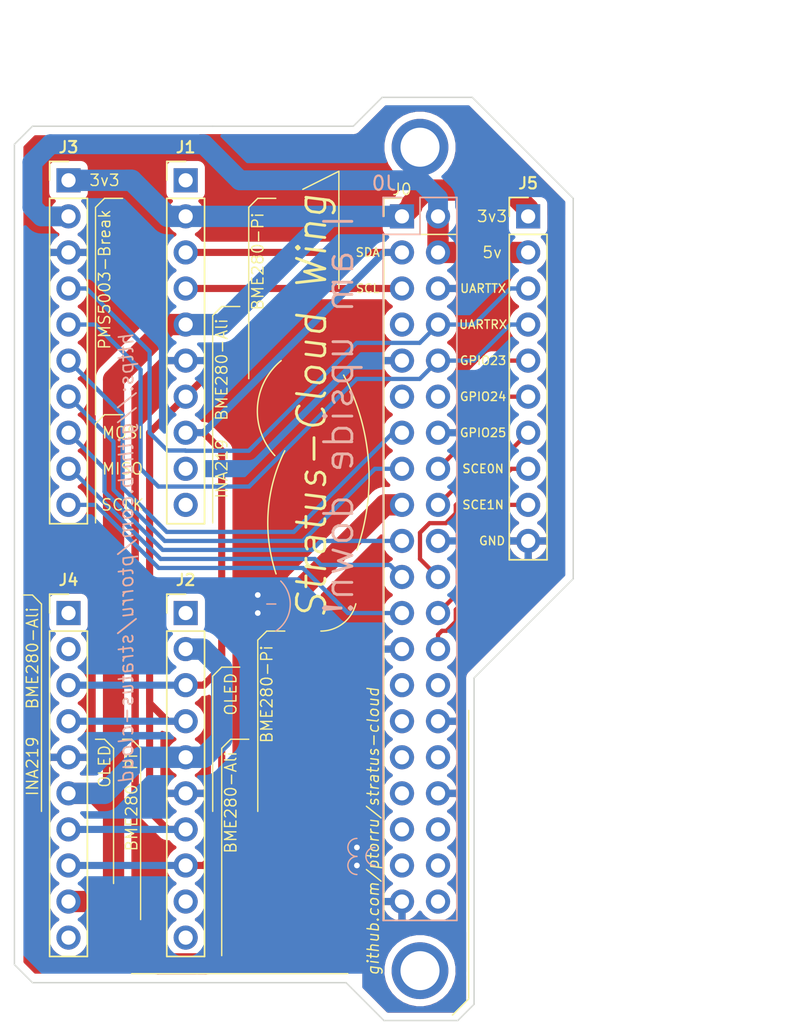
<source format=kicad_pcb>
(kicad_pcb (version 20171130) (host pcbnew 5.1.10-88a1d61d58~90~ubuntu20.04.1)

  (general
    (thickness 1.6002)
    (drawings 103)
    (tracks 168)
    (zones 0)
    (modules 6)
    (nets 18)
  )

  (page A4)
  (title_block
    (rev 1)
  )

  (layers
    (0 Front signal)
    (31 Back signal)
    (34 B.Paste user hide)
    (35 F.Paste user hide)
    (36 B.SilkS user hide)
    (37 F.SilkS user)
    (38 B.Mask user)
    (39 F.Mask user)
    (44 Edge.Cuts user)
    (45 Margin user)
    (46 B.CrtYd user)
    (47 F.CrtYd user)
    (49 F.Fab user)
  )

  (setup
    (last_trace_width 0.5)
    (user_trace_width 0.1)
    (user_trace_width 0.2)
    (user_trace_width 0.5)
    (trace_clearance 0.25)
    (zone_clearance 0.508)
    (zone_45_only no)
    (trace_min 0.1)
    (via_size 0.8)
    (via_drill 0.4)
    (via_min_size 0.45)
    (via_min_drill 0.2)
    (user_via 0.45 0.2)
    (user_via 0.8 0.4)
    (uvia_size 0.8)
    (uvia_drill 0.4)
    (uvias_allowed no)
    (uvia_min_size 0)
    (uvia_min_drill 0)
    (edge_width 0.1)
    (segment_width 0.1)
    (pcb_text_width 0.3)
    (pcb_text_size 1.5 1.5)
    (mod_edge_width 0.1)
    (mod_text_size 0.8 0.8)
    (mod_text_width 0.1)
    (pad_size 1.524 1.524)
    (pad_drill 0.762)
    (pad_to_mask_clearance 0)
    (solder_mask_min_width 0.1)
    (aux_axis_origin 0 0)
    (grid_origin 166.37 85.09)
    (visible_elements FFFFFF7F)
    (pcbplotparams
      (layerselection 0x010fc_ffffffff)
      (usegerberextensions false)
      (usegerberattributes false)
      (usegerberadvancedattributes false)
      (creategerberjobfile false)
      (excludeedgelayer true)
      (linewidth 0.152400)
      (plotframeref false)
      (viasonmask false)
      (mode 1)
      (useauxorigin false)
      (hpglpennumber 1)
      (hpglpenspeed 20)
      (hpglpendiameter 15.000000)
      (psnegative false)
      (psa4output false)
      (plotreference true)
      (plotvalue false)
      (plotinvisibletext false)
      (padsonsilk false)
      (subtractmaskfromsilk true)
      (outputformat 1)
      (mirror false)
      (drillshape 0)
      (scaleselection 1)
      (outputdirectory "./gerbers_for_aisler"))
  )

  (net 0 "")
  (net 1 GND)
  (net 2 "Net-(J0-Pad26)")
  (net 3 "Net-(J0-Pad24)")
  (net 4 GPIO11-SCLK)
  (net 5 "Net-(J0-Pad22)")
  (net 6 GPIO9-MISO)
  (net 7 GPIO10-MOSI)
  (net 8 "Net-(J0-Pad18)")
  (net 9 +3V3)
  (net 10 "Net-(J0-Pad16)")
  (net 11 GPIO22-EN)
  (net 12 GPIO27-RESET)
  (net 13 URX)
  (net 14 UTX)
  (net 15 SCL)
  (net 16 +5V)
  (net 17 SDA)

  (net_class Default "This is the default net class."
    (clearance 0.25)
    (trace_width 0.3)
    (via_dia 0.8)
    (via_drill 0.4)
    (uvia_dia 0.8)
    (uvia_drill 0.4)
    (diff_pair_width 0.25)
    (diff_pair_gap 0.25)
    (add_net GPIO10-MOSI)
    (add_net GPIO11-SCLK)
    (add_net GPIO22-EN)
    (add_net GPIO27-RESET)
    (add_net GPIO9-MISO)
    (add_net "Net-(J0-Pad16)")
    (add_net "Net-(J0-Pad18)")
    (add_net "Net-(J0-Pad22)")
    (add_net "Net-(J0-Pad24)")
    (add_net "Net-(J0-Pad26)")
    (add_net SCL)
    (add_net SDA)
    (add_net URX)
    (add_net UTX)
  )

  (net_class Min ""
    (clearance 0.1)
    (trace_width 0.1)
    (via_dia 0.45)
    (via_drill 0.2)
    (uvia_dia 0.45)
    (uvia_drill 0.2)
    (diff_pair_width 0.12)
    (diff_pair_gap 0.12)
  )

  (net_class Power ""
    (clearance 0.25)
    (trace_width 1.5)
    (via_dia 0.8)
    (via_drill 0.4)
    (uvia_dia 0.8)
    (uvia_drill 0.4)
    (diff_pair_width 0.25)
    (diff_pair_gap 0.25)
    (add_net +3V3)
    (add_net +5V)
    (add_net GND)
  )

  (module Connector_PinSocket_2.54mm:PinSocket_2x20_P2.54mm_Vertical locked (layer Back) (tedit 5A19A433) (tstamp 6158CA53)
    (at 165.1 60.96 180)
    (descr "Through hole straight socket strip, 2x20, 2.54mm pitch, double cols (from Kicad 4.0.7), script generated")
    (tags "Through hole socket strip THT 2x20 2.54mm double row")
    (path /61581B1A)
    (fp_text reference J0 (at 1.27 2.33) (layer B.SilkS)
      (effects (font (size 1 1) (thickness 0.15)) (justify mirror))
    )
    (fp_text value Conn_02x40_Odd_Even (at 1.27 -50.59) (layer B.Fab) hide
      (effects (font (size 1 1) (thickness 0.15)) (justify mirror))
    )
    (fp_text user %R (at 1.27 -24.13 270) (layer B.Fab)
      (effects (font (size 1 1) (thickness 0.15)) (justify mirror))
    )
    (fp_line (start -3.81 1.27) (end 0.27 1.27) (layer B.Fab) (width 0.1))
    (fp_line (start 0.27 1.27) (end 1.27 0.27) (layer B.Fab) (width 0.1))
    (fp_line (start 1.27 0.27) (end 1.27 -49.53) (layer B.Fab) (width 0.1))
    (fp_line (start 1.27 -49.53) (end -3.81 -49.53) (layer B.Fab) (width 0.1))
    (fp_line (start -3.81 -49.53) (end -3.81 1.27) (layer B.Fab) (width 0.1))
    (fp_line (start -3.87 1.33) (end -1.27 1.33) (layer B.SilkS) (width 0.12))
    (fp_line (start -3.87 1.33) (end -3.87 -49.59) (layer B.SilkS) (width 0.12))
    (fp_line (start -3.87 -49.59) (end 1.33 -49.59) (layer B.SilkS) (width 0.12))
    (fp_line (start 1.33 -1.27) (end 1.33 -49.59) (layer B.SilkS) (width 0.12))
    (fp_line (start -1.27 -1.27) (end 1.33 -1.27) (layer B.SilkS) (width 0.12))
    (fp_line (start -1.27 1.33) (end -1.27 -1.27) (layer B.SilkS) (width 0.12))
    (fp_line (start 1.33 1.33) (end 1.33 0) (layer B.SilkS) (width 0.12))
    (fp_line (start 0 1.33) (end 1.33 1.33) (layer B.SilkS) (width 0.12))
    (fp_line (start -4.34 1.8) (end 1.76 1.8) (layer B.CrtYd) (width 0.05))
    (fp_line (start 1.76 1.8) (end 1.76 -50) (layer B.CrtYd) (width 0.05))
    (fp_line (start 1.76 -50) (end -4.34 -50) (layer B.CrtYd) (width 0.05))
    (fp_line (start -4.34 -50) (end -4.34 1.8) (layer B.CrtYd) (width 0.05))
    (pad 40 thru_hole oval (at -2.54 -48.26 180) (size 1.7 1.7) (drill 1) (layers *.Cu *.Mask))
    (pad 39 thru_hole oval (at 0 -48.26 180) (size 1.7 1.7) (drill 1) (layers *.Cu *.Mask)
      (net 1 GND))
    (pad 38 thru_hole oval (at -2.54 -45.72 180) (size 1.7 1.7) (drill 1) (layers *.Cu *.Mask))
    (pad 37 thru_hole oval (at 0 -45.72 180) (size 1.7 1.7) (drill 1) (layers *.Cu *.Mask))
    (pad 36 thru_hole oval (at -2.54 -43.18 180) (size 1.7 1.7) (drill 1) (layers *.Cu *.Mask))
    (pad 35 thru_hole oval (at 0 -43.18 180) (size 1.7 1.7) (drill 1) (layers *.Cu *.Mask))
    (pad 34 thru_hole oval (at -2.54 -40.64 180) (size 1.7 1.7) (drill 1) (layers *.Cu *.Mask)
      (net 1 GND))
    (pad 33 thru_hole oval (at 0 -40.64 180) (size 1.7 1.7) (drill 1) (layers *.Cu *.Mask))
    (pad 32 thru_hole oval (at -2.54 -38.1 180) (size 1.7 1.7) (drill 1) (layers *.Cu *.Mask))
    (pad 31 thru_hole oval (at 0 -38.1 180) (size 1.7 1.7) (drill 1) (layers *.Cu *.Mask))
    (pad 30 thru_hole oval (at -2.54 -35.56 180) (size 1.7 1.7) (drill 1) (layers *.Cu *.Mask)
      (net 1 GND))
    (pad 29 thru_hole oval (at 0 -35.56 180) (size 1.7 1.7) (drill 1) (layers *.Cu *.Mask))
    (pad 28 thru_hole oval (at -2.54 -33.02 180) (size 1.7 1.7) (drill 1) (layers *.Cu *.Mask))
    (pad 27 thru_hole oval (at 0 -33.02 180) (size 1.7 1.7) (drill 1) (layers *.Cu *.Mask))
    (pad 26 thru_hole oval (at -2.54 -30.48 180) (size 1.7 1.7) (drill 1) (layers *.Cu *.Mask)
      (net 2 "Net-(J0-Pad26)"))
    (pad 25 thru_hole oval (at 0 -30.48 180) (size 1.7 1.7) (drill 1) (layers *.Cu *.Mask)
      (net 1 GND))
    (pad 24 thru_hole oval (at -2.54 -27.94 180) (size 1.7 1.7) (drill 1) (layers *.Cu *.Mask)
      (net 3 "Net-(J0-Pad24)"))
    (pad 23 thru_hole oval (at 0 -27.94 180) (size 1.7 1.7) (drill 1) (layers *.Cu *.Mask)
      (net 4 GPIO11-SCLK))
    (pad 22 thru_hole oval (at -2.54 -25.4 180) (size 1.7 1.7) (drill 1) (layers *.Cu *.Mask)
      (net 5 "Net-(J0-Pad22)"))
    (pad 21 thru_hole oval (at 0 -25.4 180) (size 1.7 1.7) (drill 1) (layers *.Cu *.Mask)
      (net 6 GPIO9-MISO))
    (pad 20 thru_hole oval (at -2.54 -22.86 180) (size 1.7 1.7) (drill 1) (layers *.Cu *.Mask)
      (net 1 GND))
    (pad 19 thru_hole oval (at 0 -22.86 180) (size 1.7 1.7) (drill 1) (layers *.Cu *.Mask)
      (net 7 GPIO10-MOSI))
    (pad 18 thru_hole oval (at -2.54 -20.32 180) (size 1.7 1.7) (drill 1) (layers *.Cu *.Mask)
      (net 8 "Net-(J0-Pad18)"))
    (pad 17 thru_hole oval (at 0 -20.32 180) (size 1.7 1.7) (drill 1) (layers *.Cu *.Mask)
      (net 9 +3V3))
    (pad 16 thru_hole oval (at -2.54 -17.78 180) (size 1.7 1.7) (drill 1) (layers *.Cu *.Mask)
      (net 10 "Net-(J0-Pad16)"))
    (pad 15 thru_hole oval (at 0 -17.78 180) (size 1.7 1.7) (drill 1) (layers *.Cu *.Mask)
      (net 11 GPIO22-EN))
    (pad 14 thru_hole oval (at -2.54 -15.24 180) (size 1.7 1.7) (drill 1) (layers *.Cu *.Mask)
      (net 1 GND))
    (pad 13 thru_hole oval (at 0 -15.24 180) (size 1.7 1.7) (drill 1) (layers *.Cu *.Mask)
      (net 12 GPIO27-RESET))
    (pad 12 thru_hole oval (at -2.54 -12.7 180) (size 1.7 1.7) (drill 1) (layers *.Cu *.Mask))
    (pad 11 thru_hole oval (at 0 -12.7 180) (size 1.7 1.7) (drill 1) (layers *.Cu *.Mask))
    (pad 10 thru_hole oval (at -2.54 -10.16 180) (size 1.7 1.7) (drill 1) (layers *.Cu *.Mask)
      (net 13 URX))
    (pad 9 thru_hole oval (at 0 -10.16 180) (size 1.7 1.7) (drill 1) (layers *.Cu *.Mask)
      (net 1 GND))
    (pad 8 thru_hole oval (at -2.54 -7.62 180) (size 1.7 1.7) (drill 1) (layers *.Cu *.Mask)
      (net 14 UTX))
    (pad 7 thru_hole oval (at 0 -7.62 180) (size 1.7 1.7) (drill 1) (layers *.Cu *.Mask))
    (pad 6 thru_hole oval (at -2.54 -5.08 180) (size 1.7 1.7) (drill 1) (layers *.Cu *.Mask)
      (net 1 GND))
    (pad 5 thru_hole oval (at 0 -5.08 180) (size 1.7 1.7) (drill 1) (layers *.Cu *.Mask)
      (net 15 SCL))
    (pad 4 thru_hole oval (at -2.54 -2.54 180) (size 1.7 1.7) (drill 1) (layers *.Cu *.Mask)
      (net 16 +5V))
    (pad 3 thru_hole oval (at 0 -2.54 180) (size 1.7 1.7) (drill 1) (layers *.Cu *.Mask)
      (net 17 SDA))
    (pad 2 thru_hole oval (at -2.54 0 180) (size 1.7 1.7) (drill 1) (layers *.Cu *.Mask)
      (net 16 +5V))
    (pad 1 thru_hole rect (at 0 0 180) (size 1.7 1.7) (drill 1) (layers *.Cu *.Mask)
      (net 9 +3V3))
    (model ${KISYS3DMOD}/Connector_PinSocket_2.54mm.3dshapes/PinSocket_2x20_P2.54mm_Vertical.wrl
      (at (xyz 0 0 0))
      (scale (xyz 1 1 1))
      (rotate (xyz 0 0 0))
    )
  )

  (module Connector_PinHeader_2.54mm:PinHeader_1x10_P2.54mm_Vertical locked (layer Front) (tedit 59FED5CC) (tstamp 6158CADF)
    (at 173.99 60.96)
    (descr "Through hole straight pin header, 1x10, 2.54mm pitch, single row")
    (tags "Through hole pin header THT 1x10 2.54mm single row")
    (path /618D68F0)
    (fp_text reference J5 (at 0 -2.33) (layer F.SilkS)
      (effects (font (size 0.8 0.8) (thickness 0.15)))
    )
    (fp_text value Conn_01x10 (at 0 25.19) (layer F.Fab) hide
      (effects (font (size 1 1) (thickness 0.15)))
    )
    (fp_text user %R (at 0 11.43 90) (layer F.Fab)
      (effects (font (size 1 1) (thickness 0.15)))
    )
    (fp_line (start -0.635 -1.27) (end 1.27 -1.27) (layer F.Fab) (width 0.1))
    (fp_line (start 1.27 -1.27) (end 1.27 24.13) (layer F.Fab) (width 0.1))
    (fp_line (start 1.27 24.13) (end -1.27 24.13) (layer F.Fab) (width 0.1))
    (fp_line (start -1.27 24.13) (end -1.27 -0.635) (layer F.Fab) (width 0.1))
    (fp_line (start -1.27 -0.635) (end -0.635 -1.27) (layer F.Fab) (width 0.1))
    (fp_line (start -1.33 24.19) (end 1.33 24.19) (layer F.SilkS) (width 0.12))
    (fp_line (start -1.33 1.27) (end -1.33 24.19) (layer F.SilkS) (width 0.12))
    (fp_line (start 1.33 1.27) (end 1.33 24.19) (layer F.SilkS) (width 0.12))
    (fp_line (start -1.33 1.27) (end 1.33 1.27) (layer F.SilkS) (width 0.12))
    (fp_line (start -1.33 0) (end -1.33 -1.33) (layer F.SilkS) (width 0.12))
    (fp_line (start -1.33 -1.33) (end 0 -1.33) (layer F.SilkS) (width 0.12))
    (fp_line (start -1.8 -1.8) (end -1.8 24.65) (layer F.CrtYd) (width 0.05))
    (fp_line (start -1.8 24.65) (end 1.8 24.65) (layer F.CrtYd) (width 0.05))
    (fp_line (start 1.8 24.65) (end 1.8 -1.8) (layer F.CrtYd) (width 0.05))
    (fp_line (start 1.8 -1.8) (end -1.8 -1.8) (layer F.CrtYd) (width 0.05))
    (pad 10 thru_hole oval (at 0 22.86) (size 1.7 1.7) (drill 1) (layers *.Cu *.Mask)
      (net 1 GND))
    (pad 9 thru_hole oval (at 0 20.32) (size 1.7 1.7) (drill 1) (layers *.Cu *.Mask)
      (net 2 "Net-(J0-Pad26)"))
    (pad 8 thru_hole oval (at 0 17.78) (size 1.7 1.7) (drill 1) (layers *.Cu *.Mask)
      (net 3 "Net-(J0-Pad24)"))
    (pad 7 thru_hole oval (at 0 15.24) (size 1.7 1.7) (drill 1) (layers *.Cu *.Mask)
      (net 5 "Net-(J0-Pad22)"))
    (pad 6 thru_hole oval (at 0 12.7) (size 1.7 1.7) (drill 1) (layers *.Cu *.Mask)
      (net 8 "Net-(J0-Pad18)"))
    (pad 5 thru_hole oval (at 0 10.16) (size 1.7 1.7) (drill 1) (layers *.Cu *.Mask)
      (net 10 "Net-(J0-Pad16)"))
    (pad 4 thru_hole oval (at 0 7.62) (size 1.7 1.7) (drill 1) (layers *.Cu *.Mask)
      (net 13 URX))
    (pad 3 thru_hole oval (at 0 5.08) (size 1.7 1.7) (drill 1) (layers *.Cu *.Mask)
      (net 14 UTX))
    (pad 2 thru_hole oval (at 0 2.54) (size 1.7 1.7) (drill 1) (layers *.Cu *.Mask)
      (net 16 +5V))
    (pad 1 thru_hole rect (at 0 0) (size 1.7 1.7) (drill 1) (layers *.Cu *.Mask)
      (net 9 +3V3))
    (model ${KISYS3DMOD}/Connector_PinHeader_2.54mm.3dshapes/PinHeader_1x10_P2.54mm_Vertical.wrl
      (at (xyz 0 0 0))
      (scale (xyz 1 1 1))
      (rotate (xyz 0 0 0))
    )
  )

  (module Connector_PinHeader_2.54mm:PinHeader_1x10_P2.54mm_Vertical locked (layer Front) (tedit 59FED5CC) (tstamp 6158CA8B)
    (at 149.86 88.9)
    (descr "Through hole straight pin header, 1x10, 2.54mm pitch, single row")
    (tags "Through hole pin header THT 1x10 2.54mm single row")
    (path /615899EE)
    (fp_text reference J2 (at 0 -2.33) (layer F.SilkS)
      (effects (font (size 0.8 0.8) (thickness 0.15)))
    )
    (fp_text value Conn_01x10 (at 0 25.19) (layer F.Fab) hide
      (effects (font (size 1 1) (thickness 0.15)))
    )
    (fp_text user %R (at 0 11.43 90) (layer F.Fab)
      (effects (font (size 1 1) (thickness 0.15)))
    )
    (fp_line (start -0.635 -1.27) (end 1.27 -1.27) (layer F.Fab) (width 0.1))
    (fp_line (start 1.27 -1.27) (end 1.27 24.13) (layer F.Fab) (width 0.1))
    (fp_line (start 1.27 24.13) (end -1.27 24.13) (layer F.Fab) (width 0.1))
    (fp_line (start -1.27 24.13) (end -1.27 -0.635) (layer F.Fab) (width 0.1))
    (fp_line (start -1.27 -0.635) (end -0.635 -1.27) (layer F.Fab) (width 0.1))
    (fp_line (start -1.33 24.19) (end 1.33 24.19) (layer F.SilkS) (width 0.12))
    (fp_line (start -1.33 1.27) (end -1.33 24.19) (layer F.SilkS) (width 0.12))
    (fp_line (start 1.33 1.27) (end 1.33 24.19) (layer F.SilkS) (width 0.12))
    (fp_line (start -1.33 1.27) (end 1.33 1.27) (layer F.SilkS) (width 0.12))
    (fp_line (start -1.33 0) (end -1.33 -1.33) (layer F.SilkS) (width 0.12))
    (fp_line (start -1.33 -1.33) (end 0 -1.33) (layer F.SilkS) (width 0.12))
    (fp_line (start -1.8 -1.8) (end -1.8 24.65) (layer F.CrtYd) (width 0.05))
    (fp_line (start -1.8 24.65) (end 1.8 24.65) (layer F.CrtYd) (width 0.05))
    (fp_line (start 1.8 24.65) (end 1.8 -1.8) (layer F.CrtYd) (width 0.05))
    (fp_line (start 1.8 -1.8) (end -1.8 -1.8) (layer F.CrtYd) (width 0.05))
    (pad 10 thru_hole oval (at 0 22.86) (size 1.7 1.7) (drill 1) (layers *.Cu *.Mask))
    (pad 9 thru_hole oval (at 0 20.32) (size 1.7 1.7) (drill 1) (layers *.Cu *.Mask))
    (pad 8 thru_hole oval (at 0 17.78) (size 1.7 1.7) (drill 1) (layers *.Cu *.Mask)
      (net 17 SDA))
    (pad 7 thru_hole oval (at 0 15.24) (size 1.7 1.7) (drill 1) (layers *.Cu *.Mask)
      (net 15 SCL))
    (pad 6 thru_hole oval (at 0 12.7) (size 1.7 1.7) (drill 1) (layers *.Cu *.Mask)
      (net 1 GND))
    (pad 5 thru_hole oval (at 0 10.16) (size 1.7 1.7) (drill 1) (layers *.Cu *.Mask)
      (net 9 +3V3))
    (pad 4 thru_hole oval (at 0 7.62) (size 1.7 1.7) (drill 1) (layers *.Cu *.Mask)
      (net 15 SCL))
    (pad 3 thru_hole oval (at 0 5.08) (size 1.7 1.7) (drill 1) (layers *.Cu *.Mask)
      (net 17 SDA))
    (pad 2 thru_hole oval (at 0 2.54) (size 1.7 1.7) (drill 1) (layers *.Cu *.Mask)
      (net 9 +3V3))
    (pad 1 thru_hole rect (at 0 0) (size 1.7 1.7) (drill 1) (layers *.Cu *.Mask))
    (model ${KISYS3DMOD}/Connector_PinHeader_2.54mm.3dshapes/PinHeader_1x10_P2.54mm_Vertical.wrl
      (at (xyz 0 0 0))
      (scale (xyz 1 1 1))
      (rotate (xyz 0 0 0))
    )
  )

  (module Connector_PinHeader_2.54mm:PinHeader_1x10_P2.54mm_Vertical locked (layer Front) (tedit 59FED5CC) (tstamp 6158CAC3)
    (at 141.605 88.9)
    (descr "Through hole straight pin header, 1x10, 2.54mm pitch, single row")
    (tags "Through hole pin header THT 1x10 2.54mm single row")
    (path /61653B00)
    (fp_text reference J4 (at 0 -2.33) (layer F.SilkS)
      (effects (font (size 0.8 0.8) (thickness 0.15)))
    )
    (fp_text value Conn_01x10 (at 0 25.19) (layer F.Fab) hide
      (effects (font (size 1 1) (thickness 0.15)))
    )
    (fp_line (start 1.8 -1.8) (end -1.8 -1.8) (layer F.CrtYd) (width 0.05))
    (fp_line (start 1.8 24.65) (end 1.8 -1.8) (layer F.CrtYd) (width 0.05))
    (fp_line (start -1.8 24.65) (end 1.8 24.65) (layer F.CrtYd) (width 0.05))
    (fp_line (start -1.8 -1.8) (end -1.8 24.65) (layer F.CrtYd) (width 0.05))
    (fp_line (start -1.33 -1.33) (end 0 -1.33) (layer F.SilkS) (width 0.12))
    (fp_line (start -1.33 0) (end -1.33 -1.33) (layer F.SilkS) (width 0.12))
    (fp_line (start -1.33 1.27) (end 1.33 1.27) (layer F.SilkS) (width 0.12))
    (fp_line (start 1.33 1.27) (end 1.33 24.19) (layer F.SilkS) (width 0.12))
    (fp_line (start -1.33 1.27) (end -1.33 24.19) (layer F.SilkS) (width 0.12))
    (fp_line (start -1.33 24.19) (end 1.33 24.19) (layer F.SilkS) (width 0.12))
    (fp_line (start -1.27 -0.635) (end -0.635 -1.27) (layer F.Fab) (width 0.1))
    (fp_line (start -1.27 24.13) (end -1.27 -0.635) (layer F.Fab) (width 0.1))
    (fp_line (start 1.27 24.13) (end -1.27 24.13) (layer F.Fab) (width 0.1))
    (fp_line (start 1.27 -1.27) (end 1.27 24.13) (layer F.Fab) (width 0.1))
    (fp_line (start -0.635 -1.27) (end 1.27 -1.27) (layer F.Fab) (width 0.1))
    (fp_text user %R (at 0 11.43 90) (layer F.Fab)
      (effects (font (size 1 1) (thickness 0.15)))
    )
    (pad 1 thru_hole rect (at 0 0) (size 1.7 1.7) (drill 1) (layers *.Cu *.Mask))
    (pad 2 thru_hole oval (at 0 2.54) (size 1.7 1.7) (drill 1) (layers *.Cu *.Mask))
    (pad 3 thru_hole oval (at 0 5.08) (size 1.7 1.7) (drill 1) (layers *.Cu *.Mask)
      (net 17 SDA))
    (pad 4 thru_hole oval (at 0 7.62) (size 1.7 1.7) (drill 1) (layers *.Cu *.Mask)
      (net 15 SCL))
    (pad 5 thru_hole oval (at 0 10.16) (size 1.7 1.7) (drill 1) (layers *.Cu *.Mask)
      (net 1 GND))
    (pad 6 thru_hole oval (at 0 12.7) (size 1.7 1.7) (drill 1) (layers *.Cu *.Mask)
      (net 9 +3V3))
    (pad 7 thru_hole oval (at 0 15.24) (size 1.7 1.7) (drill 1) (layers *.Cu *.Mask)
      (net 15 SCL))
    (pad 8 thru_hole oval (at 0 17.78) (size 1.7 1.7) (drill 1) (layers *.Cu *.Mask)
      (net 17 SDA))
    (pad 9 thru_hole oval (at 0 20.32) (size 1.7 1.7) (drill 1) (layers *.Cu *.Mask)
      (net 9 +3V3))
    (pad 10 thru_hole oval (at 0 22.86) (size 1.7 1.7) (drill 1) (layers *.Cu *.Mask))
    (model ${KISYS3DMOD}/Connector_PinHeader_2.54mm.3dshapes/PinHeader_1x10_P2.54mm_Vertical.wrl
      (at (xyz 0 0 0))
      (scale (xyz 1 1 1))
      (rotate (xyz 0 0 0))
    )
  )

  (module Connector_PinHeader_2.54mm:PinHeader_1x10_P2.54mm_Vertical locked (layer Front) (tedit 59FED5CC) (tstamp 615902FC)
    (at 141.605 58.42)
    (descr "Through hole straight pin header, 1x10, 2.54mm pitch, single row")
    (tags "Through hole pin header THT 1x10 2.54mm single row")
    (path /6158708D)
    (fp_text reference J3 (at 0 -2.33) (layer F.SilkS)
      (effects (font (size 0.8 0.8) (thickness 0.15)))
    )
    (fp_text value Conn_01x10 (at 0 25.19) (layer F.Fab) hide
      (effects (font (size 1 1) (thickness 0.15)))
    )
    (fp_text user %R (at 0 11.43 90) (layer F.Fab) hide
      (effects (font (size 1 1) (thickness 0.15)))
    )
    (fp_line (start -0.635 -1.27) (end 1.27 -1.27) (layer F.Fab) (width 0.1))
    (fp_line (start 1.27 -1.27) (end 1.27 24.13) (layer F.Fab) (width 0.1))
    (fp_line (start 1.27 24.13) (end -1.27 24.13) (layer F.Fab) (width 0.1))
    (fp_line (start -1.27 24.13) (end -1.27 -0.635) (layer F.Fab) (width 0.1))
    (fp_line (start -1.27 -0.635) (end -0.635 -1.27) (layer F.Fab) (width 0.1))
    (fp_line (start -1.33 24.19) (end 1.33 24.19) (layer F.SilkS) (width 0.12))
    (fp_line (start -1.33 1.27) (end -1.33 24.19) (layer F.SilkS) (width 0.12))
    (fp_line (start 1.33 1.27) (end 1.33 24.19) (layer F.SilkS) (width 0.12))
    (fp_line (start -1.33 1.27) (end 1.33 1.27) (layer F.SilkS) (width 0.12))
    (fp_line (start -1.33 0) (end -1.33 -1.33) (layer F.SilkS) (width 0.12))
    (fp_line (start -1.33 -1.33) (end 0 -1.33) (layer F.SilkS) (width 0.12))
    (fp_line (start -1.8 -1.8) (end -1.8 24.65) (layer F.CrtYd) (width 0.05))
    (fp_line (start -1.8 24.65) (end 1.8 24.65) (layer F.CrtYd) (width 0.05))
    (fp_line (start 1.8 24.65) (end 1.8 -1.8) (layer F.CrtYd) (width 0.05))
    (fp_line (start 1.8 -1.8) (end -1.8 -1.8) (layer F.CrtYd) (width 0.05))
    (pad 10 thru_hole oval (at 0 22.86) (size 1.7 1.7) (drill 1) (layers *.Cu *.Mask)
      (net 4 GPIO11-SCLK))
    (pad 9 thru_hole oval (at 0 20.32) (size 1.7 1.7) (drill 1) (layers *.Cu *.Mask)
      (net 6 GPIO9-MISO))
    (pad 8 thru_hole oval (at 0 17.78) (size 1.7 1.7) (drill 1) (layers *.Cu *.Mask)
      (net 7 GPIO10-MOSI))
    (pad 7 thru_hole oval (at 0 15.24) (size 1.7 1.7) (drill 1) (layers *.Cu *.Mask)
      (net 11 GPIO22-EN))
    (pad 6 thru_hole oval (at 0 12.7) (size 1.7 1.7) (drill 1) (layers *.Cu *.Mask)
      (net 12 GPIO27-RESET))
    (pad 5 thru_hole oval (at 0 10.16) (size 1.7 1.7) (drill 1) (layers *.Cu *.Mask)
      (net 13 URX))
    (pad 4 thru_hole oval (at 0 7.62) (size 1.7 1.7) (drill 1) (layers *.Cu *.Mask)
      (net 14 UTX))
    (pad 3 thru_hole oval (at 0 5.08) (size 1.7 1.7) (drill 1) (layers *.Cu *.Mask)
      (net 1 GND))
    (pad 2 thru_hole oval (at 0 2.54) (size 1.7 1.7) (drill 1) (layers *.Cu *.Mask)
      (net 16 +5V))
    (pad 1 thru_hole rect (at 0 0) (size 1.7 1.7) (drill 1) (layers *.Cu *.Mask)
      (net 9 +3V3))
    (model ${KISYS3DMOD}/Connector_PinHeader_2.54mm.3dshapes/PinHeader_1x10_P2.54mm_Vertical.wrl
      (at (xyz 0 0 0))
      (scale (xyz 1 1 1))
      (rotate (xyz 0 0 0))
    )
  )

  (module Connector_PinHeader_2.54mm:PinHeader_1x10_P2.54mm_Vertical locked (layer Front) (tedit 59FED5CC) (tstamp 6158CA6F)
    (at 149.86 58.42)
    (descr "Through hole straight pin header, 1x10, 2.54mm pitch, single row")
    (tags "Through hole pin header THT 1x10 2.54mm single row")
    (path /61658805)
    (fp_text reference J1 (at 0 -2.33) (layer F.SilkS)
      (effects (font (size 0.8 0.8) (thickness 0.15)))
    )
    (fp_text value Conn_01x08 (at 0 25.19) (layer F.Fab) hide
      (effects (font (size 1 1) (thickness 0.15)))
    )
    (fp_text user %R (at 0 11.43 90) (layer F.Fab)
      (effects (font (size 1 1) (thickness 0.15)))
    )
    (fp_line (start -0.635 -1.27) (end 1.27 -1.27) (layer F.Fab) (width 0.1))
    (fp_line (start 1.27 -1.27) (end 1.27 24.13) (layer F.Fab) (width 0.1))
    (fp_line (start 1.27 24.13) (end -1.27 24.13) (layer F.Fab) (width 0.1))
    (fp_line (start -1.27 24.13) (end -1.27 -0.635) (layer F.Fab) (width 0.1))
    (fp_line (start -1.27 -0.635) (end -0.635 -1.27) (layer F.Fab) (width 0.1))
    (fp_line (start -1.33 24.19) (end 1.33 24.19) (layer F.SilkS) (width 0.12))
    (fp_line (start -1.33 1.27) (end -1.33 24.19) (layer F.SilkS) (width 0.12))
    (fp_line (start 1.33 1.27) (end 1.33 24.19) (layer F.SilkS) (width 0.12))
    (fp_line (start -1.33 1.27) (end 1.33 1.27) (layer F.SilkS) (width 0.12))
    (fp_line (start -1.33 0) (end -1.33 -1.33) (layer F.SilkS) (width 0.12))
    (fp_line (start -1.33 -1.33) (end 0 -1.33) (layer F.SilkS) (width 0.12))
    (fp_line (start -1.8 -1.8) (end -1.8 24.65) (layer F.CrtYd) (width 0.05))
    (fp_line (start -1.8 24.65) (end 1.8 24.65) (layer F.CrtYd) (width 0.05))
    (fp_line (start 1.8 24.65) (end 1.8 -1.8) (layer F.CrtYd) (width 0.05))
    (fp_line (start 1.8 -1.8) (end -1.8 -1.8) (layer F.CrtYd) (width 0.05))
    (pad 10 thru_hole oval (at 0 22.86) (size 1.7 1.7) (drill 1) (layers *.Cu *.Mask))
    (pad 9 thru_hole oval (at 0 20.32) (size 1.7 1.7) (drill 1) (layers *.Cu *.Mask))
    (pad 8 thru_hole oval (at 0 17.78) (size 1.7 1.7) (drill 1) (layers *.Cu *.Mask)
      (net 17 SDA))
    (pad 7 thru_hole oval (at 0 15.24) (size 1.7 1.7) (drill 1) (layers *.Cu *.Mask)
      (net 15 SCL))
    (pad 6 thru_hole oval (at 0 12.7) (size 1.7 1.7) (drill 1) (layers *.Cu *.Mask)
      (net 1 GND))
    (pad 5 thru_hole oval (at 0 10.16) (size 1.7 1.7) (drill 1) (layers *.Cu *.Mask)
      (net 9 +3V3))
    (pad 4 thru_hole oval (at 0 7.62) (size 1.7 1.7) (drill 1) (layers *.Cu *.Mask)
      (net 15 SCL))
    (pad 3 thru_hole oval (at 0 5.08) (size 1.7 1.7) (drill 1) (layers *.Cu *.Mask)
      (net 17 SDA))
    (pad 2 thru_hole oval (at 0 2.54) (size 1.7 1.7) (drill 1) (layers *.Cu *.Mask)
      (net 9 +3V3))
    (pad 1 thru_hole rect (at 0 0) (size 1.7 1.7) (drill 1) (layers *.Cu *.Mask))
    (model ${KISYS3DMOD}/Connector_PinHeader_2.54mm.3dshapes/PinHeader_1x10_P2.54mm_Vertical.wrl
      (at (xyz 0 0 0))
      (scale (xyz 1 1 1))
      (rotate (xyz 0 0 0))
    )
  )

  (gr_arc (start 159.512 74.676) (end 156.591 71.12) (angle -93.55392551) (layer F.SilkS) (width 0.1))
  (gr_text github.com/ptorru/stratus-cloud (at 163.068 104.267 90) (layer F.SilkS)
    (effects (font (size 0.8 0.8) (thickness 0.1) italic))
  )
  (gr_text https://github.com/ptorru/stratus-cloud (at 145.669 84.963 90) (layer B.SilkS)
    (effects (font (size 1 1) (thickness 0.125) italic) (justify mirror))
  )
  (gr_line (start 161.163 114.935) (end 163.83 117.602) (layer Edge.Cuts) (width 0.1) (tstamp 615977B7))
  (gr_line (start 170.18 116.459) (end 169.037 117.602) (layer Edge.Cuts) (width 0.1) (tstamp 615977B4))
  (gr_line (start 163.83 117.602) (end 169.037 117.602) (layer Edge.Cuts) (width 0.1) (tstamp 615977B3))
  (gr_line (start 161.671 54.61) (end 163.703 52.578) (layer Edge.Cuts) (width 0.1) (tstamp 615977A2))
  (gr_line (start 151.765 54.61) (end 161.671 54.61) (layer Edge.Cuts) (width 0.1))
  (dimension 29 (width 0.1) (layer F.Fab) (tstamp 61597773)
    (gr_text "29.000 mm" (at 191.1063 70.59 270) (layer F.Fab) (tstamp 61597B04)
      (effects (font (size 0.8 0.8) (thickness 0.1)))
    )
    (feature1 (pts (xy 166.37 85.09) (xy 190.692721 85.09)))
    (feature2 (pts (xy 166.37 56.09) (xy 190.692721 56.09)))
    (crossbar (pts (xy 190.1063 56.09) (xy 190.1063 85.09)))
    (arrow1a (pts (xy 190.1063 85.09) (xy 189.519879 83.963496)))
    (arrow1b (pts (xy 190.1063 85.09) (xy 190.692721 83.963496)))
    (arrow2a (pts (xy 190.1063 56.09) (xy 189.519879 57.216504)))
    (arrow2b (pts (xy 190.1063 56.09) (xy 190.692721 57.216504)))
  )
  (dimension 29 (width 0.1) (layer F.Fab) (tstamp 61597760)
    (gr_text "29.000 mm" (at 191.1063 99.59 270) (layer F.Fab) (tstamp 61597AFE)
      (effects (font (size 0.8 0.8) (thickness 0.1)))
    )
    (feature1 (pts (xy 166.37 114.09) (xy 190.692721 114.09)))
    (feature2 (pts (xy 166.37 85.09) (xy 190.692721 85.09)))
    (crossbar (pts (xy 190.1063 85.09) (xy 190.1063 114.09)))
    (arrow1a (pts (xy 190.1063 114.09) (xy 189.519879 112.963496)))
    (arrow1b (pts (xy 190.1063 114.09) (xy 190.692721 112.963496)))
    (arrow2a (pts (xy 190.1063 85.09) (xy 189.519879 86.216504)))
    (arrow2b (pts (xy 190.1063 85.09) (xy 190.692721 86.216504)))
  )
  (gr_arc (start 163.195 106.045) (end 163.195 105.41) (angle -180) (layer B.SilkS) (width 0.1))
  (gr_arc (start 161.925 105.41) (end 161.925 104.775) (angle -180) (layer B.SilkS) (width 0.1) (tstamp 61591759))
  (gr_arc (start 161.925 106.68) (end 161.925 106.045) (angle -180) (layer B.SilkS) (width 0.1))
  (gr_arc (start 154.94 88.265) (end 156.209999 90.169999) (angle -101.3099394) (layer B.SilkS) (width 0.1))
  (gr_line (start 155.575 88.265) (end 156.21 88.265) (layer B.SilkS) (width 0.1))
  (gr_text "I am upside down!" (at 160.655 74.93 90) (layer B.SilkS)
    (effects (font (size 2 2) (thickness 0.2)) (justify mirror))
  )
  (gr_text J0 (at 165.1 59.055) (layer F.SilkS)
    (effects (font (size 0.8 0.8) (thickness 0.1)))
  )
  (gr_line (start 163.83 110.49) (end 163.83 62.23) (layer F.SilkS) (width 0.1) (tstamp 61591691))
  (gr_line (start 163.83 62.23) (end 168.91 62.23) (layer F.SilkS) (width 0.1))
  (gr_line (start 163.83 59.69) (end 163.83 60.96) (layer F.SilkS) (width 0.1))
  (gr_line (start 163.83 59.69) (end 165.1 59.69) (layer F.SilkS) (width 0.1))
  (gr_line (start 169.799 116.078) (end 169.799 95.758) (layer F.SilkS) (width 0.1))
  (gr_line (start 168.656 117.221) (end 169.799 116.078) (layer F.SilkS) (width 0.1))
  (gr_line (start 146.05 114.3) (end 161.29 114.3) (layer F.SilkS) (width 0.1))
  (gr_line (start 160.655 57.785) (end 158.115 59.055) (layer F.SilkS) (width 0.1))
  (gr_line (start 160.655 59.69) (end 160.655 57.785) (layer F.SilkS) (width 0.1))
  (gr_line (start 160.655 66.04) (end 160.655 59.69) (layer F.SilkS) (width 0.1))
  (gr_line (start 160.655 61.595) (end 160.655 66.04) (layer F.SilkS) (width 0.1))
  (gr_arc (start 147.32 79.375) (end 161.925 84.455) (angle -47.07628464) (layer F.SilkS) (width 0.1) (tstamp 61591639))
  (gr_arc (start 167.005 82.55) (end 156.845 77.47) (angle -45.00000319) (layer F.SilkS) (width 0.1))
  (gr_arc (start 159.385 87.63) (end 159.385 90.17) (angle -75.96374559) (layer F.SilkS) (width 0.1))
  (gr_text "Stratus-Cloud Wing" (at 158.75 74.295 90) (layer F.SilkS)
    (effects (font (size 2 2) (thickness 0.2) italic))
  )
  (gr_text SCL (at 162.687 66.04) (layer F.SilkS) (tstamp 615915C7)
    (effects (font (size 0.6 0.6) (thickness 0.1)))
  )
  (gr_text SDA (at 162.687 63.5) (layer F.SilkS) (tstamp 615915C7)
    (effects (font (size 0.6 0.6) (thickness 0.1)))
  )
  (gr_text UARTTX (at 170.815 66.04) (layer F.SilkS) (tstamp 615915C7)
    (effects (font (size 0.6 0.6) (thickness 0.1)))
  )
  (gr_text UARTRX (at 170.815 68.58) (layer F.SilkS) (tstamp 615915B5)
    (effects (font (size 0.6 0.6) (thickness 0.1)))
  )
  (gr_text GND (at 171.45 83.82) (layer F.SilkS) (tstamp 615915B5)
    (effects (font (size 0.6 0.6) (thickness 0.1)))
  )
  (gr_text SCE1N (at 170.815 81.28) (layer F.SilkS) (tstamp 615915B5)
    (effects (font (size 0.6 0.6) (thickness 0.1)))
  )
  (gr_text SCE0N (at 170.815 78.74) (layer F.SilkS) (tstamp 615915B5)
    (effects (font (size 0.6 0.6) (thickness 0.1)))
  )
  (gr_text GPIO24 (at 170.815 73.66) (layer F.SilkS) (tstamp 615915B5)
    (effects (font (size 0.6 0.6) (thickness 0.1)))
  )
  (gr_text GPIO25 (at 170.815 76.2) (layer F.SilkS) (tstamp 615915B5)
    (effects (font (size 0.6 0.6) (thickness 0.1)))
  )
  (gr_text GPIO23 (at 170.815 71.12) (layer F.SilkS)
    (effects (font (size 0.6 0.6) (thickness 0.1)))
  )
  (gr_text 3v3 (at 144.145 58.42) (layer F.SilkS)
    (effects (font (size 0.8 0.8) (thickness 0.1)))
  )
  (gr_text 5v (at 171.45 63.5) (layer F.SilkS)
    (effects (font (size 0.8 0.8) (thickness 0.1)))
  )
  (gr_text 3v3 (at 171.45 60.96) (layer F.SilkS)
    (effects (font (size 0.8 0.8) (thickness 0.1)))
  )
  (gr_text INA219 (at 139.065 99.695 90) (layer F.SilkS) (tstamp 6159151A)
    (effects (font (size 0.8 0.8) (thickness 0.1)))
  )
  (gr_line (start 139.7 88.265) (end 139.7 102.87) (layer F.SilkS) (width 0.1) (tstamp 61591445))
  (gr_line (start 143.51 97.79) (end 144.145 97.79) (layer F.SilkS) (width 0.1) (tstamp 61591444))
  (gr_line (start 144.78 98.425) (end 144.78 107.95) (layer F.SilkS) (width 0.1) (tstamp 61591443))
  (gr_line (start 139.7 88.265) (end 139.065 87.63) (layer F.SilkS) (width 0.1) (tstamp 61591442))
  (gr_line (start 145.415 97.79) (end 146.05 97.79) (layer F.SilkS) (width 0.1) (tstamp 61591441))
  (gr_line (start 139.065 87.63) (end 138.43 87.63) (layer F.SilkS) (width 0.1) (tstamp 61591440))
  (gr_text OLED (at 144.145 99.695 90) (layer F.SilkS) (tstamp 6159143F)
    (effects (font (size 0.8 0.8) (thickness 0.1)))
  )
  (gr_text BME280-Ali (at 139.065 92.075 90) (layer F.SilkS) (tstamp 6159143E)
    (effects (font (size 0.8 0.8) (thickness 0.1)))
  )
  (gr_line (start 144.78 98.425) (end 144.145 97.79) (layer F.SilkS) (width 0.1) (tstamp 6159143D))
  (gr_line (start 146.685 98.425) (end 146.685 110.49) (layer F.SilkS) (width 0.1) (tstamp 6159143C))
  (gr_line (start 146.685 98.425) (end 146.05 97.79) (layer F.SilkS) (width 0.1) (tstamp 6159143B))
  (gr_text BME280-Pi (at 146.05 102.235 90) (layer F.SilkS) (tstamp 6159143A)
    (effects (font (size 0.8 0.8) (thickness 0.1)))
  )
  (gr_line (start 144.145 74.93) (end 145.415 74.93) (layer F.SilkS) (width 0.1))
  (gr_line (start 143.51 75.565) (end 144.145 74.93) (layer F.SilkS) (width 0.1))
  (gr_line (start 143.51 75.565) (end 143.51 82.55) (layer F.SilkS) (width 0.1))
  (gr_text MOSI (at 145.415 76.2) (layer F.SilkS)
    (effects (font (size 0.8 0.8) (thickness 0.1)))
  )
  (gr_text MISO (at 145.415 78.74) (layer F.SilkS)
    (effects (font (size 0.8 0.8) (thickness 0.1)))
  )
  (gr_text SCLK (at 145.415 81.28) (layer F.SilkS)
    (effects (font (size 0.8 0.8) (thickness 0.1)))
  )
  (gr_line (start 143.51 60.325) (end 143.51 74.93) (layer F.SilkS) (width 0.1) (tstamp 61591445))
  (gr_line (start 143.51 60.325) (end 144.145 59.69) (layer F.SilkS) (width 0.1) (tstamp 61591442))
  (gr_line (start 144.145 59.69) (end 145.415 59.69) (layer F.SilkS) (width 0.1) (tstamp 61591440))
  (gr_text PMS5003-Break (at 144.145 65.405 90) (layer F.SilkS) (tstamp 6159143E)
    (effects (font (size 0.8 0.8) (thickness 0.1)))
  )
  (gr_line (start 151.765 67.945) (end 151.765 82.55) (layer F.SilkS) (width 0.1) (tstamp 61591445))
  (gr_line (start 151.765 67.945) (end 152.4 67.31) (layer F.SilkS) (width 0.1) (tstamp 61591442))
  (gr_line (start 154.94 59.69) (end 156.21 59.69) (layer F.SilkS) (width 0.1) (tstamp 61591441))
  (gr_line (start 152.4 67.31) (end 153.67 67.31) (layer F.SilkS) (width 0.1) (tstamp 61591440))
  (gr_text BME280-Ali (at 152.4 71.755 90) (layer F.SilkS) (tstamp 6159143E)
    (effects (font (size 0.8 0.8) (thickness 0.1)))
  )
  (gr_line (start 154.305 60.325) (end 154.305 72.39) (layer F.SilkS) (width 0.1) (tstamp 6159143C))
  (gr_line (start 154.305 60.325) (end 154.94 59.69) (layer F.SilkS) (width 0.1) (tstamp 6159143B))
  (gr_text BME280-Pi (at 154.94 64.135 90) (layer F.SilkS) (tstamp 6159143A)
    (effects (font (size 0.8 0.8) (thickness 0.1)))
  )
  (gr_text BME280-Ali (at 153.035 102.235 90) (layer F.SilkS)
    (effects (font (size 0.8 0.8) (thickness 0.1)))
  )
  (gr_text BME280-Pi (at 155.575 94.615 90) (layer F.SilkS)
    (effects (font (size 0.8 0.8) (thickness 0.1)))
  )
  (gr_text INA219 (at 152.4 78.74 90) (layer F.SilkS)
    (effects (font (size 0.8 0.8) (thickness 0.1)))
  )
  (gr_text OLED (at 153.035 94.615 90) (layer F.SilkS)
    (effects (font (size 0.8 0.8) (thickness 0.1)))
  )
  (gr_line (start 154.94 90.805) (end 154.94 102.87) (layer F.SilkS) (width 0.1))
  (gr_line (start 155.575 90.17) (end 156.845 90.17) (layer F.SilkS) (width 0.1))
  (gr_line (start 154.94 90.805) (end 155.575 90.17) (layer F.SilkS) (width 0.1))
  (gr_line (start 153.035 97.79) (end 154.305 97.79) (layer F.SilkS) (width 0.1))
  (gr_line (start 152.4 98.425) (end 153.035 97.79) (layer F.SilkS) (width 0.1))
  (gr_line (start 152.4 98.425) (end 152.4 113.03) (layer F.SilkS) (width 0.1))
  (gr_line (start 152.4 92.71) (end 153.67 92.71) (layer F.SilkS) (width 0.1))
  (gr_line (start 151.765 93.345) (end 152.4 92.71) (layer F.SilkS) (width 0.1))
  (gr_line (start 151.765 93.345) (end 151.765 102.87) (layer F.SilkS) (width 0.1))
  (gr_line (start 137.795 113.665) (end 139.065 114.935) (layer Edge.Cuts) (width 0.1) (tstamp 615903B0))
  (gr_line (start 139.065 54.61) (end 151.765 54.61) (layer Edge.Cuts) (width 0.1))
  (gr_line (start 137.795 55.88) (end 139.065 54.61) (layer Edge.Cuts) (width 0.1))
  (gr_line (start 137.795 113.665) (end 137.795 55.88) (layer Edge.Cuts) (width 0.1))
  (gr_line (start 161.163 114.935) (end 139.065 114.935) (layer Edge.Cuts) (width 0.1))
  (gr_line (start 170.18 93.472) (end 170.18 116.459) (layer Edge.Cuts) (width 0.1))
  (gr_line (start 177.165 86.487) (end 170.18 93.472) (layer Edge.Cuts) (width 0.1))
  (gr_line (start 177.165 59.69) (end 177.165 86.487) (layer Edge.Cuts) (width 0.1))
  (gr_line (start 170.053 52.578) (end 177.165 59.69) (layer Edge.Cuts) (width 0.1))
  (gr_line (start 163.703 52.578) (end 170.053 52.578) (layer Edge.Cuts) (width 0.1))
  (gr_poly (pts (xy 190.5 35.56) (xy 191.77 49.53) (xy 181.61 49.53) (xy 173.99 44.45) (xy 185.42 33.02)) (layer Cmts.User) (width 0.1))
  (gr_poly (pts (xy 182.88 31.75) (xy 182.88 40.64) (xy 171.45 41.91) (xy 168.91 30.48)) (layer Cmts.User) (width 0.1))
  (gr_poly (pts (xy 172.72 59.69) (xy 179.07 59.69) (xy 179.07 115.57) (xy 132.08 115.57) (xy 132.08 54.61) (xy 166.37 54.61)) (layer Cmts.User) (width 0.1))
  (gr_poly (pts (xy 171.45 60.96) (xy 177.8 60.96) (xy 179.07 62.23) (xy 179.07 88.9) (xy 177.8 90.17) (xy 171.45 90.17) (xy 171.45 115.57) (xy 132.08 115.57) (xy 132.08 54.61) (xy 171.45 54.61)) (layer Cmts.User) (width 0.1))

  (via (at 166.37 56.09) (size 4) (drill 2.75) (layers Front Back) (net 0) (tstamp 61597783))
  (via (at 154.94 87.63) (size 0.8) (drill 0.4) (layers Front Back) (net 1))
  (via (at 154.94 88.9) (size 0.8) (drill 0.4) (layers Front Back) (net 1))
  (via (at 161.925 106.68) (size 0.8) (drill 0.4) (layers Front Back) (net 1))
  (via (at 161.925 105.41) (size 0.8) (drill 0.4) (layers Front Back) (net 1))
  (via (at 166.37 114.09) (size 4) (drill 2.75) (layers Front Back) (net 0))
  (segment (start 171.45 81.28) (end 173.99 81.28) (width 0.3) (layer Front) (net 2))
  (segment (start 169.799 87.757) (end 169.799 82.931) (width 0.3) (layer Front) (net 2))
  (segment (start 168.890001 89.500001) (end 168.890001 88.665999) (width 0.3) (layer Front) (net 2))
  (segment (start 168.240001 90.150001) (end 168.890001 89.500001) (width 0.3) (layer Front) (net 2))
  (segment (start 168.890001 88.665999) (end 169.799 87.757) (width 0.3) (layer Front) (net 2))
  (segment (start 167.913999 90.150001) (end 168.240001 90.150001) (width 0.3) (layer Front) (net 2))
  (segment (start 167.64 90.424) (end 167.913999 90.150001) (width 0.3) (layer Front) (net 2))
  (segment (start 169.799 82.931) (end 171.45 81.28) (width 0.3) (layer Front) (net 2))
  (segment (start 167.64 91.44) (end 167.64 90.424) (width 0.3) (layer Front) (net 2))
  (segment (start 169.037 87.503) (end 167.64 88.9) (width 0.3) (layer Front) (net 3))
  (segment (start 169.037 82.510834) (end 169.037 87.503) (width 0.3) (layer Front) (net 3))
  (segment (start 172.807835 78.74) (end 169.037 82.510834) (width 0.3) (layer Front) (net 3))
  (segment (start 173.99 78.74) (end 172.807835 78.74) (width 0.3) (layer Front) (net 3))
  (segment (start 143.51 81.28) (end 141.605 81.28) (width 0.3) (layer Back) (net 4))
  (segment (start 147.955 85.725) (end 143.51 81.28) (width 0.3) (layer Back) (net 4))
  (segment (start 158.115 85.725) (end 147.955 85.725) (width 0.3) (layer Back) (net 4))
  (segment (start 161.29 88.9) (end 158.115 85.725) (width 0.3) (layer Back) (net 4))
  (segment (start 165.1 88.9) (end 161.29 88.9) (width 0.3) (layer Back) (net 4))
  (segment (start 168.200003 82.569999) (end 167.039999 82.569999) (width 0.3) (layer Front) (net 5))
  (segment (start 167.039999 82.569999) (end 166.37 83.239998) (width 0.3) (layer Front) (net 5))
  (segment (start 173.99 76.2) (end 168.890001 81.299999) (width 0.3) (layer Front) (net 5))
  (segment (start 168.890001 81.299999) (end 168.890001 81.880001) (width 0.3) (layer Front) (net 5))
  (segment (start 168.890001 81.880001) (end 168.200003 82.569999) (width 0.3) (layer Front) (net 5))
  (segment (start 166.37 83.239998) (end 166.37 85.09) (width 0.3) (layer Front) (net 5))
  (segment (start 166.37 85.09) (end 167.64 86.36) (width 0.3) (layer Front) (net 5))
  (segment (start 164.250001 85.510001) (end 165.1 86.36) (width 0.3) (layer Back) (net 6))
  (segment (start 159.385 85.510001) (end 164.250001 85.510001) (width 0.3) (layer Back) (net 6))
  (segment (start 158.964999 85.09) (end 159.385 85.510001) (width 0.3) (layer Back) (net 6))
  (segment (start 148.097832 85.09) (end 158.964999 85.09) (width 0.3) (layer Back) (net 6))
  (segment (start 141.747832 78.74) (end 148.097832 85.09) (width 0.3) (layer Back) (net 6))
  (segment (start 141.605 78.74) (end 141.747832 78.74) (width 0.3) (layer Back) (net 6))
  (segment (start 142.454999 77.049999) (end 141.605 76.2) (width 0.3) (layer Back) (net 7))
  (segment (start 144.145 78.74) (end 142.454999 77.049999) (width 0.3) (layer Back) (net 7))
  (segment (start 144.145 80.359336) (end 144.145 78.74) (width 0.3) (layer Back) (net 7))
  (segment (start 148.240664 84.455) (end 144.145 80.359336) (width 0.3) (layer Back) (net 7))
  (segment (start 158.75 84.455) (end 148.240664 84.455) (width 0.3) (layer Back) (net 7))
  (segment (start 159.385 83.82) (end 158.75 84.455) (width 0.3) (layer Back) (net 7))
  (segment (start 165.1 83.82) (end 159.385 83.82) (width 0.3) (layer Back) (net 7))
  (segment (start 170.815 78.105) (end 167.64 81.28) (width 0.3) (layer Front) (net 8))
  (segment (start 170.815 74.295) (end 170.815 78.105) (width 0.3) (layer Front) (net 8))
  (segment (start 171.45 73.66) (end 170.815 74.295) (width 0.3) (layer Front) (net 8))
  (segment (start 173.99 73.66) (end 171.45 73.66) (width 0.3) (layer Front) (net 8))
  (segment (start 149.86 68.58) (end 152.4 68.58) (width 1.5) (layer Back) (net 9))
  (segment (start 152.4 68.58) (end 156.21 64.77) (width 1.5) (layer Back) (net 9))
  (segment (start 160.02 60.96) (end 156.21 64.77) (width 1.5) (layer Back) (net 9))
  (segment (start 165.1 60.96) (end 160.02 60.96) (width 1.5) (layer Back) (net 9))
  (segment (start 160.02 60.96) (end 149.86 60.96) (width 1.5) (layer Back) (net 9))
  (segment (start 173.99 60.434998) (end 173.99 60.96) (width 1.5) (layer Front) (net 9))
  (segment (start 172.665001 59.109999) (end 173.99 60.434998) (width 1.5) (layer Front) (net 9))
  (segment (start 166.751999 59.109999) (end 172.665001 59.109999) (width 1.5) (layer Front) (net 9))
  (segment (start 165.789999 60.071999) (end 166.751999 59.109999) (width 1.5) (layer Front) (net 9))
  (segment (start 165.789999 60.270001) (end 165.789999 60.071999) (width 1.5) (layer Front) (net 9))
  (segment (start 165.1 60.96) (end 165.789999 60.270001) (width 1.5) (layer Front) (net 9))
  (segment (start 146.05 58.42) (end 141.605 58.42) (width 1.5) (layer Back) (net 9))
  (segment (start 146.05 58.42) (end 145.7325 58.42) (width 1.5) (layer Back) (net 9))
  (segment (start 148.59 60.96) (end 146.05 58.42) (width 1.5) (layer Back) (net 9))
  (segment (start 149.86 60.96) (end 148.59 60.96) (width 1.5) (layer Back) (net 9))
  (segment (start 141.605 101.6) (end 144.145 101.6) (width 1.5) (layer Back) (net 9))
  (segment (start 146.685 99.06) (end 149.86 99.06) (width 1.5) (layer Back) (net 9))
  (segment (start 144.145 101.6) (end 146.685 99.06) (width 1.5) (layer Back) (net 9))
  (segment (start 151.062081 91.44) (end 149.86 91.44) (width 1.5) (layer Back) (net 9))
  (segment (start 152.4 92.777919) (end 151.062081 91.44) (width 1.5) (layer Back) (net 9))
  (segment (start 152.4 97.79) (end 152.4 92.777919) (width 1.5) (layer Back) (net 9))
  (segment (start 151.13 99.06) (end 152.4 97.79) (width 1.5) (layer Back) (net 9))
  (segment (start 149.86 99.06) (end 151.13 99.06) (width 1.5) (layer Back) (net 9))
  (segment (start 151.284 113.610001) (end 150.748001 113.610001) (width 1.5) (layer Front) (net 9))
  (segment (start 158.115 106.779001) (end 151.284 113.610001) (width 1.5) (layer Front) (net 9))
  (segment (start 163.897919 81.28) (end 158.115 87.062919) (width 1.5) (layer Front) (net 9))
  (segment (start 158.115 87.062919) (end 158.115 106.779001) (width 1.5) (layer Front) (net 9))
  (segment (start 165.1 81.28) (end 163.897919 81.28) (width 1.5) (layer Front) (net 9))
  (segment (start 147.900001 113.610001) (end 146.05 111.76) (width 1.5) (layer Front) (net 9))
  (segment (start 150.604998 113.610001) (end 147.900001 113.610001) (width 1.5) (layer Front) (net 9))
  (segment (start 142.875 109.22) (end 141.605 109.22) (width 1.5) (layer Front) (net 9))
  (segment (start 143.51 109.22) (end 142.875 109.22) (width 1.5) (layer Front) (net 9))
  (segment (start 146.05 111.76) (end 143.51 109.22) (width 1.5) (layer Front) (net 9))
  (segment (start 143.51 101.6) (end 141.605 101.6) (width 1.5) (layer Front) (net 9))
  (segment (start 144.78 102.87) (end 143.51 101.6) (width 1.5) (layer Front) (net 9))
  (segment (start 144.78 110.49) (end 144.78 102.87) (width 1.5) (layer Front) (net 9))
  (segment (start 146.05 111.76) (end 144.78 110.49) (width 1.5) (layer Front) (net 9))
  (segment (start 144.78 72.457919) (end 144.78 102.87) (width 1.5) (layer Front) (net 9))
  (segment (start 148.657919 68.58) (end 144.78 72.457919) (width 1.5) (layer Front) (net 9))
  (segment (start 149.86 68.58) (end 148.657919 68.58) (width 1.5) (layer Front) (net 9))
  (segment (start 170.18 76.2) (end 167.64 78.74) (width 0.3) (layer Front) (net 10))
  (segment (start 170.18 72.39) (end 170.18 76.2) (width 0.3) (layer Front) (net 10))
  (segment (start 171.45 71.12) (end 170.18 72.39) (width 0.3) (layer Front) (net 10))
  (segment (start 173.99 71.12) (end 171.45 71.12) (width 0.3) (layer Front) (net 10))
  (segment (start 144.78 76.835) (end 142.454999 74.509999) (width 0.3) (layer Back) (net 11))
  (segment (start 144.78 80.216504) (end 144.78 76.835) (width 0.3) (layer Back) (net 11))
  (segment (start 148.383496 83.82) (end 144.78 80.216504) (width 0.3) (layer Back) (net 11))
  (segment (start 158.115 83.82) (end 148.383496 83.82) (width 0.3) (layer Back) (net 11))
  (segment (start 163.195 78.74) (end 158.115 83.82) (width 0.3) (layer Back) (net 11))
  (segment (start 142.454999 74.509999) (end 141.605 73.66) (width 0.3) (layer Back) (net 11))
  (segment (start 165.1 78.74) (end 163.195 78.74) (width 0.3) (layer Back) (net 11))
  (segment (start 164.465 76.2) (end 165.1 76.2) (width 0.3) (layer Back) (net 12))
  (segment (start 157.48 83.185) (end 164.465 76.2) (width 0.3) (layer Back) (net 12))
  (segment (start 148.526328 83.185) (end 157.48 83.185) (width 0.3) (layer Back) (net 12))
  (segment (start 145.415 80.073672) (end 148.526328 83.185) (width 0.3) (layer Back) (net 12))
  (segment (start 145.415 74.93) (end 145.415 80.073672) (width 0.3) (layer Back) (net 12))
  (segment (start 141.605 71.12) (end 145.415 74.93) (width 0.3) (layer Back) (net 12))
  (segment (start 173.99 68.58) (end 172.72 68.58) (width 0.3) (layer Back) (net 13))
  (segment (start 170.18 71.12) (end 167.64 71.12) (width 0.3) (layer Back) (net 13))
  (segment (start 172.72 68.58) (end 170.18 71.12) (width 0.3) (layer Back) (net 13))
  (segment (start 143.51 68.58) (end 141.605 68.58) (width 0.3) (layer Back) (net 13))
  (segment (start 146.685 71.755) (end 143.51 68.58) (width 0.3) (layer Back) (net 13))
  (segment (start 146.685 78.74) (end 146.685 71.755) (width 0.3) (layer Back) (net 13))
  (segment (start 147.935001 79.990001) (end 146.685 78.74) (width 0.3) (layer Back) (net 13))
  (segment (start 154.324999 79.990001) (end 147.935001 79.990001) (width 0.3) (layer Back) (net 13))
  (segment (start 166.350001 72.409999) (end 161.905001 72.409999) (width 0.3) (layer Back) (net 13))
  (segment (start 161.905001 72.409999) (end 154.324999 79.990001) (width 0.3) (layer Back) (net 13))
  (segment (start 167.64 71.12) (end 166.350001 72.409999) (width 0.3) (layer Back) (net 13))
  (segment (start 173.99 66.04) (end 172.72 66.04) (width 0.3) (layer Back) (net 14))
  (segment (start 170.18 68.58) (end 167.64 68.58) (width 0.3) (layer Back) (net 14))
  (segment (start 172.72 66.04) (end 170.18 68.58) (width 0.3) (layer Back) (net 14))
  (segment (start 166.350001 69.869999) (end 167.64 68.58) (width 0.3) (layer Back) (net 14))
  (segment (start 154.305 77.47) (end 161.905001 69.869999) (width 0.3) (layer Back) (net 14))
  (segment (start 149.86 77.47) (end 154.305 77.47) (width 0.3) (layer Back) (net 14))
  (segment (start 149.840001 77.450001) (end 149.86 77.47) (width 0.3) (layer Back) (net 14))
  (segment (start 148.570001 77.450001) (end 149.840001 77.450001) (width 0.3) (layer Back) (net 14))
  (segment (start 147.32 76.2) (end 148.570001 77.450001) (width 0.3) (layer Back) (net 14))
  (segment (start 147.32 70.485) (end 147.32 76.2) (width 0.3) (layer Back) (net 14))
  (segment (start 142.875 66.04) (end 147.32 70.485) (width 0.3) (layer Back) (net 14))
  (segment (start 161.905001 69.869999) (end 166.350001 69.869999) (width 0.3) (layer Back) (net 14))
  (segment (start 141.605 66.04) (end 142.875 66.04) (width 0.3) (layer Back) (net 14))
  (segment (start 165.1 66.04) (end 149.86 66.04) (width 0.5) (layer Front) (net 15))
  (segment (start 157.48 66.04) (end 149.86 73.66) (width 0.5) (layer Front) (net 15))
  (segment (start 165.1 66.04) (end 157.48 66.04) (width 0.3) (layer Front) (net 15))
  (segment (start 149.86 73.66) (end 147.32 76.2) (width 0.5) (layer Front) (net 15))
  (segment (start 147.32 76.2) (end 147.32 93.98) (width 0.5) (layer Front) (net 15))
  (segment (start 147.32 93.98) (end 147.32 102.87) (width 0.5) (layer Front) (net 15))
  (segment (start 147.32 102.87) (end 148.59 104.14) (width 0.5) (layer Front) (net 15))
  (segment (start 147.32 95.25) (end 148.59 96.52) (width 0.5) (layer Front) (net 15))
  (segment (start 147.32 93.98) (end 147.32 95.25) (width 0.5) (layer Front) (net 15))
  (segment (start 149.86 96.52) (end 141.605 96.52) (width 0.5) (layer Back) (net 15))
  (segment (start 149.86 104.14) (end 141.605 104.14) (width 0.5) (layer Back) (net 15))
  (segment (start 148.59 96.52) (end 149.86 96.52) (width 0.5) (layer Front) (net 15))
  (segment (start 148.59 104.14) (end 149.86 104.14) (width 0.5) (layer Front) (net 15))
  (segment (start 167.64 63.5) (end 173.99 63.5) (width 1.5) (layer Front) (net 16))
  (segment (start 167.64 63.5) (end 167.64 60.96) (width 1.5) (layer Front) (net 16))
  (segment (start 139.065 60.325) (end 139.7 60.96) (width 1.4) (layer Back) (net 16))
  (segment (start 140.335 55.88) (end 139.065 57.15) (width 1.4) (layer Back) (net 16))
  (segment (start 151.13 55.88) (end 140.335 55.88) (width 1.4) (layer Back) (net 16))
  (segment (start 153.67 58.42) (end 151.13 55.88) (width 1.4) (layer Back) (net 16))
  (segment (start 166.37 58.42) (end 153.67 58.42) (width 1.4) (layer Back) (net 16))
  (segment (start 167.64 59.69) (end 166.37 58.42) (width 1.4) (layer Back) (net 16))
  (segment (start 139.7 60.96) (end 141.605 60.96) (width 1.4) (layer Back) (net 16))
  (segment (start 139.065 57.15) (end 139.065 60.325) (width 1.4) (layer Back) (net 16))
  (segment (start 167.64 60.96) (end 167.64 59.69) (width 1.4) (layer Back) (net 16))
  (segment (start 149.86 63.5) (end 165.1 63.5) (width 0.5) (layer Front) (net 17))
  (segment (start 151.13 93.98) (end 149.86 93.98) (width 0.5) (layer Front) (net 17))
  (segment (start 152.4 92.71) (end 151.13 93.98) (width 0.5) (layer Front) (net 17))
  (segment (start 152.4 91.44) (end 152.4 92.71) (width 0.5) (layer Front) (net 17))
  (segment (start 151.13 106.68) (end 149.86 106.68) (width 0.5) (layer Front) (net 17))
  (segment (start 152.4 105.41) (end 151.13 106.68) (width 0.5) (layer Front) (net 17))
  (segment (start 152.4 91.44) (end 152.4 105.41) (width 0.5) (layer Front) (net 17))
  (segment (start 151.13 76.2) (end 149.86 76.2) (width 0.5) (layer Front) (net 17))
  (segment (start 152.4 77.47) (end 151.13 76.2) (width 0.5) (layer Front) (net 17))
  (segment (start 152.4 91.44) (end 152.4 77.47) (width 0.5) (layer Front) (net 17))
  (segment (start 151.13 76.2) (end 149.86 76.2) (width 0.5) (layer Back) (net 17))
  (segment (start 163.83 63.5) (end 151.13 76.2) (width 0.5) (layer Back) (net 17))
  (segment (start 165.1 63.5) (end 163.83 63.5) (width 0.5) (layer Back) (net 17))
  (segment (start 149.86 93.98) (end 141.605 93.98) (width 0.5) (layer Back) (net 17))
  (segment (start 149.86 106.68) (end 141.605 106.68) (width 0.5) (layer Back) (net 17))

  (zone (net 1) (net_name GND) (layer Back) (tstamp 61591773) (hatch edge 0.508)
    (connect_pads (clearance 0.508))
    (min_thickness 0.254)
    (fill yes (arc_segments 32) (thermal_gap 0.508) (thermal_bridge_width 0.508))
    (polygon
      (pts
        (xy 154.305 57.785) (xy 173.99 57.785) (xy 176.53 60.325) (xy 176.53 85.09) (xy 170.18 91.44)
        (xy 170.18 113.665) (xy 169.545 114.3) (xy 139.7 114.3) (xy 138.43 113.03) (xy 138.43 56.515)
        (xy 139.7 55.245) (xy 151.765 55.245)
      )
    )
    (filled_polygon
      (pts
        (xy 176.403 60.377606) (xy 176.403 85.037394) (xy 170.090197 91.350197) (xy 170.074403 91.369443) (xy 170.062667 91.391399)
        (xy 170.05544 91.415224) (xy 170.053 91.44) (xy 170.053 92.630264) (xy 169.719418 92.963846) (xy 169.693289 92.98529)
        (xy 169.671846 93.011418) (xy 169.67184 93.011424) (xy 169.640654 93.049425) (xy 169.607688 93.089594) (xy 169.544081 93.208595)
        (xy 169.504912 93.337718) (xy 169.495 93.438354) (xy 169.495 93.438361) (xy 169.491687 93.472) (xy 169.495 93.505639)
        (xy 169.495001 114.170393) (xy 169.492394 114.173) (xy 169.005 114.173) (xy 169.005 113.830475) (xy 168.903739 113.321399)
        (xy 168.705107 112.841859) (xy 168.416738 112.410285) (xy 168.049715 112.043262) (xy 167.618141 111.754893) (xy 167.138601 111.556261)
        (xy 166.629525 111.455) (xy 166.110475 111.455) (xy 165.601399 111.556261) (xy 165.121859 111.754893) (xy 164.690285 112.043262)
        (xy 164.323262 112.410285) (xy 164.034893 112.841859) (xy 163.836261 113.321399) (xy 163.735 113.830475) (xy 163.735 114.173)
        (xy 139.752606 114.173) (xy 138.557 112.977394) (xy 138.557 88.05) (xy 140.116928 88.05) (xy 140.116928 89.75)
        (xy 140.129188 89.874482) (xy 140.165498 89.99418) (xy 140.224463 90.104494) (xy 140.303815 90.201185) (xy 140.400506 90.280537)
        (xy 140.51082 90.339502) (xy 140.58338 90.361513) (xy 140.451525 90.493368) (xy 140.28901 90.736589) (xy 140.177068 91.006842)
        (xy 140.12 91.29374) (xy 140.12 91.58626) (xy 140.177068 91.873158) (xy 140.28901 92.143411) (xy 140.451525 92.386632)
        (xy 140.658368 92.593475) (xy 140.83276 92.71) (xy 140.658368 92.826525) (xy 140.451525 93.033368) (xy 140.28901 93.276589)
        (xy 140.177068 93.546842) (xy 140.12 93.83374) (xy 140.12 94.12626) (xy 140.177068 94.413158) (xy 140.28901 94.683411)
        (xy 140.451525 94.926632) (xy 140.658368 95.133475) (xy 140.83276 95.25) (xy 140.658368 95.366525) (xy 140.451525 95.573368)
        (xy 140.28901 95.816589) (xy 140.177068 96.086842) (xy 140.12 96.37374) (xy 140.12 96.66626) (xy 140.177068 96.953158)
        (xy 140.28901 97.223411) (xy 140.451525 97.466632) (xy 140.658368 97.673475) (xy 140.840534 97.795195) (xy 140.723645 97.864822)
        (xy 140.507412 98.059731) (xy 140.333359 98.29308) (xy 140.208175 98.555901) (xy 140.163524 98.70311) (xy 140.284845 98.933)
        (xy 141.478 98.933) (xy 141.478 98.913) (xy 141.732 98.913) (xy 141.732 98.933) (xy 142.925155 98.933)
        (xy 143.046476 98.70311) (xy 143.001825 98.555901) (xy 142.876641 98.29308) (xy 142.702588 98.059731) (xy 142.486355 97.864822)
        (xy 142.369466 97.795195) (xy 142.551632 97.673475) (xy 142.758475 97.466632) (xy 142.799656 97.405) (xy 148.665344 97.405)
        (xy 148.706525 97.466632) (xy 148.913368 97.673475) (xy 148.91565 97.675) (xy 146.753026 97.675) (xy 146.684999 97.6683)
        (xy 146.616972 97.675) (xy 146.616963 97.675) (xy 146.413493 97.69504) (xy 146.152419 97.774236) (xy 145.911812 97.902843)
        (xy 145.700919 98.075919) (xy 145.657548 98.128767) (xy 143.571315 100.215) (xy 142.530929 100.215) (xy 142.702588 100.060269)
        (xy 142.876641 99.82692) (xy 143.001825 99.564099) (xy 143.046476 99.41689) (xy 142.925155 99.187) (xy 141.732 99.187)
        (xy 141.732 99.207) (xy 141.478 99.207) (xy 141.478 99.187) (xy 140.284845 99.187) (xy 140.163524 99.41689)
        (xy 140.208175 99.564099) (xy 140.333359 99.82692) (xy 140.507412 100.060269) (xy 140.723645 100.255178) (xy 140.840534 100.324805)
        (xy 140.658368 100.446525) (xy 140.451525 100.653368) (xy 140.28901 100.896589) (xy 140.177068 101.166842) (xy 140.12 101.45374)
        (xy 140.12 101.74626) (xy 140.177068 102.033158) (xy 140.28901 102.303411) (xy 140.451525 102.546632) (xy 140.658368 102.753475)
        (xy 140.83276 102.87) (xy 140.658368 102.986525) (xy 140.451525 103.193368) (xy 140.28901 103.436589) (xy 140.177068 103.706842)
        (xy 140.12 103.99374) (xy 140.12 104.28626) (xy 140.177068 104.573158) (xy 140.28901 104.843411) (xy 140.451525 105.086632)
        (xy 140.658368 105.293475) (xy 140.83276 105.41) (xy 140.658368 105.526525) (xy 140.451525 105.733368) (xy 140.28901 105.976589)
        (xy 140.177068 106.246842) (xy 140.12 106.53374) (xy 140.12 106.82626) (xy 140.177068 107.113158) (xy 140.28901 107.383411)
        (xy 140.451525 107.626632) (xy 140.658368 107.833475) (xy 140.83276 107.95) (xy 140.658368 108.066525) (xy 140.451525 108.273368)
        (xy 140.28901 108.516589) (xy 140.177068 108.786842) (xy 140.12 109.07374) (xy 140.12 109.36626) (xy 140.177068 109.653158)
        (xy 140.28901 109.923411) (xy 140.451525 110.166632) (xy 140.658368 110.373475) (xy 140.83276 110.49) (xy 140.658368 110.606525)
        (xy 140.451525 110.813368) (xy 140.28901 111.056589) (xy 140.177068 111.326842) (xy 140.12 111.61374) (xy 140.12 111.90626)
        (xy 140.177068 112.193158) (xy 140.28901 112.463411) (xy 140.451525 112.706632) (xy 140.658368 112.913475) (xy 140.901589 113.07599)
        (xy 141.171842 113.187932) (xy 141.45874 113.245) (xy 141.75126 113.245) (xy 142.038158 113.187932) (xy 142.308411 113.07599)
        (xy 142.551632 112.913475) (xy 142.758475 112.706632) (xy 142.92099 112.463411) (xy 143.032932 112.193158) (xy 143.09 111.90626)
        (xy 143.09 111.61374) (xy 143.032932 111.326842) (xy 142.92099 111.056589) (xy 142.758475 110.813368) (xy 142.551632 110.606525)
        (xy 142.37724 110.49) (xy 142.551632 110.373475) (xy 142.758475 110.166632) (xy 142.92099 109.923411) (xy 143.032932 109.653158)
        (xy 143.09 109.36626) (xy 143.09 109.07374) (xy 143.032932 108.786842) (xy 142.92099 108.516589) (xy 142.758475 108.273368)
        (xy 142.551632 108.066525) (xy 142.37724 107.95) (xy 142.551632 107.833475) (xy 142.758475 107.626632) (xy 142.799656 107.565)
        (xy 148.665344 107.565) (xy 148.706525 107.626632) (xy 148.913368 107.833475) (xy 149.08776 107.95) (xy 148.913368 108.066525)
        (xy 148.706525 108.273368) (xy 148.54401 108.516589) (xy 148.432068 108.786842) (xy 148.375 109.07374) (xy 148.375 109.36626)
        (xy 148.432068 109.653158) (xy 148.54401 109.923411) (xy 148.706525 110.166632) (xy 148.913368 110.373475) (xy 149.08776 110.49)
        (xy 148.913368 110.606525) (xy 148.706525 110.813368) (xy 148.54401 111.056589) (xy 148.432068 111.326842) (xy 148.375 111.61374)
        (xy 148.375 111.90626) (xy 148.432068 112.193158) (xy 148.54401 112.463411) (xy 148.706525 112.706632) (xy 148.913368 112.913475)
        (xy 149.156589 113.07599) (xy 149.426842 113.187932) (xy 149.71374 113.245) (xy 150.00626 113.245) (xy 150.293158 113.187932)
        (xy 150.563411 113.07599) (xy 150.806632 112.913475) (xy 151.013475 112.706632) (xy 151.17599 112.463411) (xy 151.287932 112.193158)
        (xy 151.345 111.90626) (xy 151.345 111.61374) (xy 151.287932 111.326842) (xy 151.17599 111.056589) (xy 151.013475 110.813368)
        (xy 150.806632 110.606525) (xy 150.63224 110.49) (xy 150.806632 110.373475) (xy 151.013475 110.166632) (xy 151.17599 109.923411)
        (xy 151.287932 109.653158) (xy 151.303102 109.57689) (xy 163.658524 109.57689) (xy 163.703175 109.724099) (xy 163.828359 109.98692)
        (xy 164.002412 110.220269) (xy 164.218645 110.415178) (xy 164.468748 110.564157) (xy 164.743109 110.661481) (xy 164.973 110.540814)
        (xy 164.973 109.347) (xy 163.779845 109.347) (xy 163.658524 109.57689) (xy 151.303102 109.57689) (xy 151.345 109.36626)
        (xy 151.345 109.07374) (xy 151.287932 108.786842) (xy 151.17599 108.516589) (xy 151.013475 108.273368) (xy 150.806632 108.066525)
        (xy 150.63224 107.95) (xy 150.806632 107.833475) (xy 151.013475 107.626632) (xy 151.17599 107.383411) (xy 151.287932 107.113158)
        (xy 151.345 106.82626) (xy 151.345 106.53374) (xy 151.287932 106.246842) (xy 151.17599 105.976589) (xy 151.013475 105.733368)
        (xy 150.806632 105.526525) (xy 150.63224 105.41) (xy 150.806632 105.293475) (xy 151.013475 105.086632) (xy 151.17599 104.843411)
        (xy 151.287932 104.573158) (xy 151.345 104.28626) (xy 151.345 103.99374) (xy 151.287932 103.706842) (xy 151.17599 103.436589)
        (xy 151.013475 103.193368) (xy 150.806632 102.986525) (xy 150.624466 102.864805) (xy 150.741355 102.795178) (xy 150.957588 102.600269)
        (xy 151.131641 102.36692) (xy 151.256825 102.104099) (xy 151.301476 101.95689) (xy 151.180155 101.727) (xy 149.987 101.727)
        (xy 149.987 101.747) (xy 149.733 101.747) (xy 149.733 101.727) (xy 148.539845 101.727) (xy 148.418524 101.95689)
        (xy 148.463175 102.104099) (xy 148.588359 102.36692) (xy 148.762412 102.600269) (xy 148.978645 102.795178) (xy 149.095534 102.864805)
        (xy 148.913368 102.986525) (xy 148.706525 103.193368) (xy 148.665344 103.255) (xy 142.799656 103.255) (xy 142.758475 103.193368)
        (xy 142.551632 102.986525) (xy 142.54935 102.985) (xy 144.076971 102.985) (xy 144.145 102.9917) (xy 144.213029 102.985)
        (xy 144.213037 102.985) (xy 144.416507 102.96496) (xy 144.677581 102.885764) (xy 144.918188 102.757157) (xy 145.129081 102.584081)
        (xy 145.172454 102.531231) (xy 147.258685 100.445) (xy 148.934071 100.445) (xy 148.762412 100.599731) (xy 148.588359 100.83308)
        (xy 148.463175 101.095901) (xy 148.418524 101.24311) (xy 148.539845 101.473) (xy 149.733 101.473) (xy 149.733 101.453)
        (xy 149.987 101.453) (xy 149.987 101.473) (xy 151.180155 101.473) (xy 151.301476 101.24311) (xy 151.256825 101.095901)
        (xy 151.131641 100.83308) (xy 150.957588 100.599731) (xy 150.785929 100.445) (xy 151.061971 100.445) (xy 151.13 100.4517)
        (xy 151.198029 100.445) (xy 151.198037 100.445) (xy 151.401507 100.42496) (xy 151.662581 100.345764) (xy 151.903188 100.217157)
        (xy 152.114081 100.044081) (xy 152.157454 99.991231) (xy 153.331241 98.817445) (xy 153.38408 98.774081) (xy 153.427445 98.721241)
        (xy 153.427452 98.721234) (xy 153.557156 98.563189) (xy 153.557157 98.563188) (xy 153.685764 98.322581) (xy 153.76496 98.061507)
        (xy 153.785 97.858037) (xy 153.785 97.858028) (xy 153.7917 97.790001) (xy 153.785 97.721974) (xy 153.785 92.845945)
        (xy 153.7917 92.777918) (xy 153.785 92.709891) (xy 153.785 92.709882) (xy 153.76496 92.506412) (xy 153.685764 92.245338)
        (xy 153.557157 92.004731) (xy 153.507397 91.944099) (xy 153.427452 91.846685) (xy 153.42745 91.846683) (xy 153.384081 91.793838)
        (xy 153.331236 91.750469) (xy 152.089535 90.508769) (xy 152.046162 90.455919) (xy 151.835269 90.282843) (xy 151.594662 90.154236)
        (xy 151.333588 90.07504) (xy 151.260147 90.067807) (xy 151.299502 89.99418) (xy 151.335812 89.874482) (xy 151.348072 89.75)
        (xy 151.348072 88.05) (xy 151.335812 87.925518) (xy 151.299502 87.80582) (xy 151.240537 87.695506) (xy 151.161185 87.598815)
        (xy 151.064494 87.519463) (xy 150.95418 87.460498) (xy 150.834482 87.424188) (xy 150.71 87.411928) (xy 149.01 87.411928)
        (xy 148.885518 87.424188) (xy 148.76582 87.460498) (xy 148.655506 87.519463) (xy 148.558815 87.598815) (xy 148.479463 87.695506)
        (xy 148.420498 87.80582) (xy 148.384188 87.925518) (xy 148.371928 88.05) (xy 148.371928 89.75) (xy 148.384188 89.874482)
        (xy 148.420498 89.99418) (xy 148.479463 90.104494) (xy 148.558815 90.201185) (xy 148.655506 90.280537) (xy 148.76582 90.339502)
        (xy 148.83838 90.361513) (xy 148.706525 90.493368) (xy 148.54401 90.736589) (xy 148.432068 91.006842) (xy 148.375 91.29374)
        (xy 148.375 91.58626) (xy 148.432068 91.873158) (xy 148.54401 92.143411) (xy 148.706525 92.386632) (xy 148.913368 92.593475)
        (xy 149.08776 92.71) (xy 148.913368 92.826525) (xy 148.706525 93.033368) (xy 148.665344 93.095) (xy 142.799656 93.095)
        (xy 142.758475 93.033368) (xy 142.551632 92.826525) (xy 142.37724 92.71) (xy 142.551632 92.593475) (xy 142.758475 92.386632)
        (xy 142.92099 92.143411) (xy 143.032932 91.873158) (xy 143.09 91.58626) (xy 143.09 91.29374) (xy 143.032932 91.006842)
        (xy 142.92099 90.736589) (xy 142.758475 90.493368) (xy 142.62662 90.361513) (xy 142.69918 90.339502) (xy 142.809494 90.280537)
        (xy 142.906185 90.201185) (xy 142.985537 90.104494) (xy 143.044502 89.99418) (xy 143.080812 89.874482) (xy 143.093072 89.75)
        (xy 143.093072 88.05) (xy 143.080812 87.925518) (xy 143.044502 87.80582) (xy 142.985537 87.695506) (xy 142.906185 87.598815)
        (xy 142.809494 87.519463) (xy 142.69918 87.460498) (xy 142.579482 87.424188) (xy 142.455 87.411928) (xy 140.755 87.411928)
        (xy 140.630518 87.424188) (xy 140.51082 87.460498) (xy 140.400506 87.519463) (xy 140.303815 87.598815) (xy 140.224463 87.695506)
        (xy 140.165498 87.80582) (xy 140.129188 87.925518) (xy 140.116928 88.05) (xy 138.557 88.05) (xy 138.557 61.704974)
        (xy 138.709634 61.857608) (xy 138.751445 61.908555) (xy 138.954725 62.075382) (xy 139.03288 62.117157) (xy 139.186645 62.199347)
        (xy 139.31247 62.237515) (xy 139.438294 62.275683) (xy 139.634421 62.295) (xy 139.7 62.301459) (xy 139.765579 62.295)
        (xy 140.740134 62.295) (xy 140.723645 62.304822) (xy 140.507412 62.499731) (xy 140.333359 62.73308) (xy 140.208175 62.995901)
        (xy 140.163524 63.14311) (xy 140.284845 63.373) (xy 141.478 63.373) (xy 141.478 63.353) (xy 141.732 63.353)
        (xy 141.732 63.373) (xy 142.925155 63.373) (xy 143.046476 63.14311) (xy 143.001825 62.995901) (xy 142.876641 62.73308)
        (xy 142.702588 62.499731) (xy 142.486355 62.304822) (xy 142.369466 62.235195) (xy 142.551632 62.113475) (xy 142.758475 61.906632)
        (xy 142.92099 61.663411) (xy 143.032932 61.393158) (xy 143.09 61.10626) (xy 143.09 60.81374) (xy 143.032932 60.526842)
        (xy 142.92099 60.256589) (xy 142.758475 60.013368) (xy 142.62662 59.881513) (xy 142.69918 59.859502) (xy 142.801144 59.805)
        (xy 145.476315 59.805) (xy 147.562546 61.891231) (xy 147.605919 61.944081) (xy 147.816812 62.117157) (xy 148.057419 62.245764)
        (xy 148.318493 62.32496) (xy 148.521963 62.345) (xy 148.521972 62.345) (xy 148.589999 62.3517) (xy 148.658026 62.345)
        (xy 148.91565 62.345) (xy 148.913368 62.346525) (xy 148.706525 62.553368) (xy 148.54401 62.796589) (xy 148.432068 63.066842)
        (xy 148.375 63.35374) (xy 148.375 63.64626) (xy 148.432068 63.933158) (xy 148.54401 64.203411) (xy 148.706525 64.446632)
        (xy 148.913368 64.653475) (xy 149.08776 64.77) (xy 148.913368 64.886525) (xy 148.706525 65.093368) (xy 148.54401 65.336589)
        (xy 148.432068 65.606842) (xy 148.375 65.89374) (xy 148.375 66.18626) (xy 148.432068 66.473158) (xy 148.54401 66.743411)
        (xy 148.706525 66.986632) (xy 148.913368 67.193475) (xy 149.08776 67.31) (xy 148.913368 67.426525) (xy 148.706525 67.633368)
        (xy 148.54401 67.876589) (xy 148.432068 68.146842) (xy 148.375 68.43374) (xy 148.375 68.72626) (xy 148.432068 69.013158)
        (xy 148.54401 69.283411) (xy 148.706525 69.526632) (xy 148.913368 69.733475) (xy 149.095534 69.855195) (xy 148.978645 69.924822)
        (xy 148.762412 70.119731) (xy 148.588359 70.35308) (xy 148.463175 70.615901) (xy 148.418524 70.76311) (xy 148.539845 70.993)
        (xy 149.733 70.993) (xy 149.733 70.973) (xy 149.987 70.973) (xy 149.987 70.993) (xy 151.180155 70.993)
        (xy 151.301476 70.76311) (xy 151.256825 70.615901) (xy 151.131641 70.35308) (xy 150.957588 70.119731) (xy 150.785929 69.965)
        (xy 152.331971 69.965) (xy 152.4 69.9717) (xy 152.468029 69.965) (xy 152.468037 69.965) (xy 152.671507 69.94496)
        (xy 152.932581 69.865764) (xy 153.173188 69.737157) (xy 153.384081 69.564081) (xy 153.427454 69.511231) (xy 157.237452 65.701234)
        (xy 157.237456 65.701229) (xy 160.593686 62.345) (xy 163.903856 62.345) (xy 164.00582 62.399502) (xy 164.07838 62.421513)
        (xy 163.946525 62.553368) (xy 163.905344 62.615) (xy 163.873465 62.615) (xy 163.829999 62.610719) (xy 163.786533 62.615)
        (xy 163.786523 62.615) (xy 163.65651 62.627805) (xy 163.489687 62.678411) (xy 163.335941 62.760589) (xy 163.335939 62.76059)
        (xy 163.33594 62.76059) (xy 163.234953 62.843468) (xy 163.234951 62.84347) (xy 163.201183 62.871183) (xy 163.17347 62.904951)
        (xy 150.919264 75.159157) (xy 150.806632 75.046525) (xy 150.63224 74.93) (xy 150.806632 74.813475) (xy 151.013475 74.606632)
        (xy 151.17599 74.363411) (xy 151.287932 74.093158) (xy 151.345 73.80626) (xy 151.345 73.51374) (xy 151.287932 73.226842)
        (xy 151.17599 72.956589) (xy 151.013475 72.713368) (xy 150.806632 72.506525) (xy 150.624466 72.384805) (xy 150.741355 72.315178)
        (xy 150.957588 72.120269) (xy 151.131641 71.88692) (xy 151.256825 71.624099) (xy 151.301476 71.47689) (xy 151.180155 71.247)
        (xy 149.987 71.247) (xy 149.987 71.267) (xy 149.733 71.267) (xy 149.733 71.247) (xy 148.539845 71.247)
        (xy 148.418524 71.47689) (xy 148.463175 71.624099) (xy 148.588359 71.88692) (xy 148.762412 72.120269) (xy 148.978645 72.315178)
        (xy 149.095534 72.384805) (xy 148.913368 72.506525) (xy 148.706525 72.713368) (xy 148.54401 72.956589) (xy 148.432068 73.226842)
        (xy 148.375 73.51374) (xy 148.375 73.80626) (xy 148.432068 74.093158) (xy 148.54401 74.363411) (xy 148.706525 74.606632)
        (xy 148.913368 74.813475) (xy 149.08776 74.93) (xy 148.913368 75.046525) (xy 148.706525 75.253368) (xy 148.54401 75.496589)
        (xy 148.432068 75.766842) (xy 148.375 76.05374) (xy 148.375 76.144843) (xy 148.105 75.874843) (xy 148.105 70.523552)
        (xy 148.108797 70.484999) (xy 148.105 70.446446) (xy 148.105 70.446439) (xy 148.093641 70.331113) (xy 148.048754 70.18314)
        (xy 147.975862 70.046767) (xy 147.877764 69.927236) (xy 147.847817 69.902659) (xy 143.457347 65.51219) (xy 143.432764 65.482236)
        (xy 143.313233 65.384138) (xy 143.17686 65.311246) (xy 143.028887 65.266359) (xy 142.913561 65.255) (xy 142.913553 65.255)
        (xy 142.875 65.251203) (xy 142.86462 65.252225) (xy 142.758475 65.093368) (xy 142.551632 64.886525) (xy 142.369466 64.764805)
        (xy 142.486355 64.695178) (xy 142.702588 64.500269) (xy 142.876641 64.26692) (xy 143.001825 64.004099) (xy 143.046476 63.85689)
        (xy 142.925155 63.627) (xy 141.732 63.627) (xy 141.732 63.647) (xy 141.478 63.647) (xy 141.478 63.627)
        (xy 140.284845 63.627) (xy 140.163524 63.85689) (xy 140.208175 64.004099) (xy 140.333359 64.26692) (xy 140.507412 64.500269)
        (xy 140.723645 64.695178) (xy 140.840534 64.764805) (xy 140.658368 64.886525) (xy 140.451525 65.093368) (xy 140.28901 65.336589)
        (xy 140.177068 65.606842) (xy 140.12 65.89374) (xy 140.12 66.18626) (xy 140.177068 66.473158) (xy 140.28901 66.743411)
        (xy 140.451525 66.986632) (xy 140.658368 67.193475) (xy 140.83276 67.31) (xy 140.658368 67.426525) (xy 140.451525 67.633368)
        (xy 140.28901 67.876589) (xy 140.177068 68.146842) (xy 140.12 68.43374) (xy 140.12 68.72626) (xy 140.177068 69.013158)
        (xy 140.28901 69.283411) (xy 140.451525 69.526632) (xy 140.658368 69.733475) (xy 140.83276 69.85) (xy 140.658368 69.966525)
        (xy 140.451525 70.173368) (xy 140.28901 70.416589) (xy 140.177068 70.686842) (xy 140.12 70.97374) (xy 140.12 71.26626)
        (xy 140.177068 71.553158) (xy 140.28901 71.823411) (xy 140.451525 72.066632) (xy 140.658368 72.273475) (xy 140.83276 72.39)
        (xy 140.658368 72.506525) (xy 140.451525 72.713368) (xy 140.28901 72.956589) (xy 140.177068 73.226842) (xy 140.12 73.51374)
        (xy 140.12 73.80626) (xy 140.177068 74.093158) (xy 140.28901 74.363411) (xy 140.451525 74.606632) (xy 140.658368 74.813475)
        (xy 140.83276 74.93) (xy 140.658368 75.046525) (xy 140.451525 75.253368) (xy 140.28901 75.496589) (xy 140.177068 75.766842)
        (xy 140.12 76.05374) (xy 140.12 76.34626) (xy 140.177068 76.633158) (xy 140.28901 76.903411) (xy 140.451525 77.146632)
        (xy 140.658368 77.353475) (xy 140.83276 77.47) (xy 140.658368 77.586525) (xy 140.451525 77.793368) (xy 140.28901 78.036589)
        (xy 140.177068 78.306842) (xy 140.12 78.59374) (xy 140.12 78.88626) (xy 140.177068 79.173158) (xy 140.28901 79.443411)
        (xy 140.451525 79.686632) (xy 140.658368 79.893475) (xy 140.83276 80.01) (xy 140.658368 80.126525) (xy 140.451525 80.333368)
        (xy 140.28901 80.576589) (xy 140.177068 80.846842) (xy 140.12 81.13374) (xy 140.12 81.42626) (xy 140.177068 81.713158)
        (xy 140.28901 81.983411) (xy 140.451525 82.226632) (xy 140.658368 82.433475) (xy 140.901589 82.59599) (xy 141.171842 82.707932)
        (xy 141.45874 82.765) (xy 141.75126 82.765) (xy 142.038158 82.707932) (xy 142.308411 82.59599) (xy 142.551632 82.433475)
        (xy 142.758475 82.226632) (xy 142.866474 82.065) (xy 143.184843 82.065) (xy 147.372658 86.252816) (xy 147.397236 86.282764)
        (xy 147.427184 86.307342) (xy 147.427187 86.307345) (xy 147.456559 86.33145) (xy 147.516767 86.380862) (xy 147.65314 86.453754)
        (xy 147.762738 86.487) (xy 147.801112 86.498641) (xy 147.81549 86.500057) (xy 147.916439 86.51) (xy 147.916446 86.51)
        (xy 147.954999 86.513797) (xy 147.993552 86.51) (xy 157.789843 86.51) (xy 160.707658 89.427816) (xy 160.732236 89.457764)
        (xy 160.762184 89.482342) (xy 160.762187 89.482345) (xy 160.791559 89.50645) (xy 160.851767 89.555862) (xy 160.98814 89.628754)
        (xy 161.136113 89.673641) (xy 161.251439 89.685) (xy 161.251446 89.685) (xy 161.289999 89.688797) (xy 161.328552 89.685)
        (xy 163.838526 89.685) (xy 163.946525 89.846632) (xy 164.153368 90.053475) (xy 164.335534 90.175195) (xy 164.218645 90.244822)
        (xy 164.002412 90.439731) (xy 163.828359 90.67308) (xy 163.703175 90.935901) (xy 163.658524 91.08311) (xy 163.779845 91.313)
        (xy 164.973 91.313) (xy 164.973 91.293) (xy 165.227 91.293) (xy 165.227 91.313) (xy 165.247 91.313)
        (xy 165.247 91.567) (xy 165.227 91.567) (xy 165.227 91.587) (xy 164.973 91.587) (xy 164.973 91.567)
        (xy 163.779845 91.567) (xy 163.658524 91.79689) (xy 163.703175 91.944099) (xy 163.828359 92.20692) (xy 164.002412 92.440269)
        (xy 164.218645 92.635178) (xy 164.335534 92.704805) (xy 164.153368 92.826525) (xy 163.946525 93.033368) (xy 163.78401 93.276589)
        (xy 163.672068 93.546842) (xy 163.615 93.83374) (xy 163.615 94.12626) (xy 163.672068 94.413158) (xy 163.78401 94.683411)
        (xy 163.946525 94.926632) (xy 164.153368 95.133475) (xy 164.32776 95.25) (xy 164.153368 95.366525) (xy 163.946525 95.573368)
        (xy 163.78401 95.816589) (xy 163.672068 96.086842) (xy 163.615 96.37374) (xy 163.615 96.66626) (xy 163.672068 96.953158)
        (xy 163.78401 97.223411) (xy 163.946525 97.466632) (xy 164.153368 97.673475) (xy 164.32776 97.79) (xy 164.153368 97.906525)
        (xy 163.946525 98.113368) (xy 163.78401 98.356589) (xy 163.672068 98.626842) (xy 163.615 98.91374) (xy 163.615 99.20626)
        (xy 163.672068 99.493158) (xy 163.78401 99.763411) (xy 163.946525 100.006632) (xy 164.153368 100.213475) (xy 164.32776 100.33)
        (xy 164.153368 100.446525) (xy 163.946525 100.653368) (xy 163.78401 100.896589) (xy 163.672068 101.166842) (xy 163.615 101.45374)
        (xy 163.615 101.74626) (xy 163.672068 102.033158) (xy 163.78401 102.303411) (xy 163.946525 102.546632) (xy 164.153368 102.753475)
        (xy 164.32776 102.87) (xy 164.153368 102.986525) (xy 163.946525 103.193368) (xy 163.78401 103.436589) (xy 163.672068 103.706842)
        (xy 163.615 103.99374) (xy 163.615 104.28626) (xy 163.672068 104.573158) (xy 163.78401 104.843411) (xy 163.946525 105.086632)
        (xy 164.153368 105.293475) (xy 164.32776 105.41) (xy 164.153368 105.526525) (xy 163.946525 105.733368) (xy 163.78401 105.976589)
        (xy 163.672068 106.246842) (xy 163.615 106.53374) (xy 163.615 106.82626) (xy 163.672068 107.113158) (xy 163.78401 107.383411)
        (xy 163.946525 107.626632) (xy 164.153368 107.833475) (xy 164.335534 107.955195) (xy 164.218645 108.024822) (xy 164.002412 108.219731)
        (xy 163.828359 108.45308) (xy 163.703175 108.715901) (xy 163.658524 108.86311) (xy 163.779845 109.093) (xy 164.973 109.093)
        (xy 164.973 109.073) (xy 165.227 109.073) (xy 165.227 109.093) (xy 165.247 109.093) (xy 165.247 109.347)
        (xy 165.227 109.347) (xy 165.227 110.540814) (xy 165.456891 110.661481) (xy 165.731252 110.564157) (xy 165.981355 110.415178)
        (xy 166.197588 110.220269) (xy 166.3689 109.990594) (xy 166.486525 110.166632) (xy 166.693368 110.373475) (xy 166.936589 110.53599)
        (xy 167.206842 110.647932) (xy 167.49374 110.705) (xy 167.78626 110.705) (xy 168.073158 110.647932) (xy 168.343411 110.53599)
        (xy 168.586632 110.373475) (xy 168.793475 110.166632) (xy 168.95599 109.923411) (xy 169.067932 109.653158) (xy 169.125 109.36626)
        (xy 169.125 109.07374) (xy 169.067932 108.786842) (xy 168.95599 108.516589) (xy 168.793475 108.273368) (xy 168.586632 108.066525)
        (xy 168.41224 107.95) (xy 168.586632 107.833475) (xy 168.793475 107.626632) (xy 168.95599 107.383411) (xy 169.067932 107.113158)
        (xy 169.125 106.82626) (xy 169.125 106.53374) (xy 169.067932 106.246842) (xy 168.95599 105.976589) (xy 168.793475 105.733368)
        (xy 168.586632 105.526525) (xy 168.41224 105.41) (xy 168.586632 105.293475) (xy 168.793475 105.086632) (xy 168.95599 104.843411)
        (xy 169.067932 104.573158) (xy 169.125 104.28626) (xy 169.125 103.99374) (xy 169.067932 103.706842) (xy 168.95599 103.436589)
        (xy 168.793475 103.193368) (xy 168.586632 102.986525) (xy 168.404466 102.864805) (xy 168.521355 102.795178) (xy 168.737588 102.600269)
        (xy 168.911641 102.36692) (xy 169.036825 102.104099) (xy 169.081476 101.95689) (xy 168.960155 101.727) (xy 167.767 101.727)
        (xy 167.767 101.747) (xy 167.513 101.747) (xy 167.513 101.727) (xy 167.493 101.727) (xy 167.493 101.473)
        (xy 167.513 101.473) (xy 167.513 101.453) (xy 167.767 101.453) (xy 167.767 101.473) (xy 168.960155 101.473)
        (xy 169.081476 101.24311) (xy 169.036825 101.095901) (xy 168.911641 100.83308) (xy 168.737588 100.599731) (xy 168.521355 100.404822)
        (xy 168.404466 100.335195) (xy 168.586632 100.213475) (xy 168.793475 100.006632) (xy 168.95599 99.763411) (xy 169.067932 99.493158)
        (xy 169.125 99.20626) (xy 169.125 98.91374) (xy 169.067932 98.626842) (xy 168.95599 98.356589) (xy 168.793475 98.113368)
        (xy 168.586632 97.906525) (xy 168.404466 97.784805) (xy 168.521355 97.715178) (xy 168.737588 97.520269) (xy 168.911641 97.28692)
        (xy 169.036825 97.024099) (xy 169.081476 96.87689) (xy 168.960155 96.647) (xy 167.767 96.647) (xy 167.767 96.667)
        (xy 167.513 96.667) (xy 167.513 96.647) (xy 167.493 96.647) (xy 167.493 96.393) (xy 167.513 96.393)
        (xy 167.513 96.373) (xy 167.767 96.373) (xy 167.767 96.393) (xy 168.960155 96.393) (xy 169.081476 96.16311)
        (xy 169.036825 96.015901) (xy 168.911641 95.75308) (xy 168.737588 95.519731) (xy 168.521355 95.324822) (xy 168.404466 95.255195)
        (xy 168.586632 95.133475) (xy 168.793475 94.926632) (xy 168.95599 94.683411) (xy 169.067932 94.413158) (xy 169.125 94.12626)
        (xy 169.125 93.83374) (xy 169.067932 93.546842) (xy 168.95599 93.276589) (xy 168.793475 93.033368) (xy 168.586632 92.826525)
        (xy 168.41224 92.71) (xy 168.586632 92.593475) (xy 168.793475 92.386632) (xy 168.95599 92.143411) (xy 169.067932 91.873158)
        (xy 169.125 91.58626) (xy 169.125 91.29374) (xy 169.067932 91.006842) (xy 168.95599 90.736589) (xy 168.793475 90.493368)
        (xy 168.586632 90.286525) (xy 168.41224 90.17) (xy 168.586632 90.053475) (xy 168.793475 89.846632) (xy 168.95599 89.603411)
        (xy 169.067932 89.333158) (xy 169.125 89.04626) (xy 169.125 88.75374) (xy 169.067932 88.466842) (xy 168.95599 88.196589)
        (xy 168.793475 87.953368) (xy 168.586632 87.746525) (xy 168.41224 87.63) (xy 168.586632 87.513475) (xy 168.793475 87.306632)
        (xy 168.95599 87.063411) (xy 169.067932 86.793158) (xy 169.125 86.50626) (xy 169.125 86.21374) (xy 169.067932 85.926842)
        (xy 168.95599 85.656589) (xy 168.793475 85.413368) (xy 168.586632 85.206525) (xy 168.404466 85.084805) (xy 168.521355 85.015178)
        (xy 168.737588 84.820269) (xy 168.911641 84.58692) (xy 169.036825 84.324099) (xy 169.081476 84.17689) (xy 172.548524 84.17689)
        (xy 172.593175 84.324099) (xy 172.718359 84.58692) (xy 172.892412 84.820269) (xy 173.108645 85.015178) (xy 173.358748 85.164157)
        (xy 173.633109 85.261481) (xy 173.863 85.140814) (xy 173.863 83.947) (xy 174.117 83.947) (xy 174.117 85.140814)
        (xy 174.346891 85.261481) (xy 174.621252 85.164157) (xy 174.871355 85.015178) (xy 175.087588 84.820269) (xy 175.261641 84.58692)
        (xy 175.386825 84.324099) (xy 175.431476 84.17689) (xy 175.310155 83.947) (xy 174.117 83.947) (xy 173.863 83.947)
        (xy 172.669845 83.947) (xy 172.548524 84.17689) (xy 169.081476 84.17689) (xy 168.960155 83.947) (xy 167.767 83.947)
        (xy 167.767 83.967) (xy 167.513 83.967) (xy 167.513 83.947) (xy 167.493 83.947) (xy 167.493 83.693)
        (xy 167.513 83.693) (xy 167.513 83.673) (xy 167.767 83.673) (xy 167.767 83.693) (xy 168.960155 83.693)
        (xy 169.081476 83.46311) (xy 169.036825 83.315901) (xy 168.911641 83.05308) (xy 168.737588 82.819731) (xy 168.521355 82.624822)
        (xy 168.404466 82.555195) (xy 168.586632 82.433475) (xy 168.793475 82.226632) (xy 168.95599 81.983411) (xy 169.067932 81.713158)
        (xy 169.125 81.42626) (xy 169.125 81.13374) (xy 169.067932 80.846842) (xy 168.95599 80.576589) (xy 168.793475 80.333368)
        (xy 168.586632 80.126525) (xy 168.41224 80.01) (xy 168.586632 79.893475) (xy 168.793475 79.686632) (xy 168.95599 79.443411)
        (xy 169.067932 79.173158) (xy 169.125 78.88626) (xy 169.125 78.59374) (xy 169.067932 78.306842) (xy 168.95599 78.036589)
        (xy 168.793475 77.793368) (xy 168.586632 77.586525) (xy 168.404466 77.464805) (xy 168.521355 77.395178) (xy 168.737588 77.200269)
        (xy 168.911641 76.96692) (xy 169.036825 76.704099) (xy 169.081476 76.55689) (xy 168.960155 76.327) (xy 167.767 76.327)
        (xy 167.767 76.347) (xy 167.513 76.347) (xy 167.513 76.327) (xy 167.493 76.327) (xy 167.493 76.073)
        (xy 167.513 76.073) (xy 167.513 76.053) (xy 167.767 76.053) (xy 167.767 76.073) (xy 168.960155 76.073)
        (xy 169.081476 75.84311) (xy 169.036825 75.695901) (xy 168.911641 75.43308) (xy 168.737588 75.199731) (xy 168.521355 75.004822)
        (xy 168.404466 74.935195) (xy 168.586632 74.813475) (xy 168.793475 74.606632) (xy 168.95599 74.363411) (xy 169.067932 74.093158)
        (xy 169.125 73.80626) (xy 169.125 73.51374) (xy 169.067932 73.226842) (xy 168.95599 72.956589) (xy 168.793475 72.713368)
        (xy 168.586632 72.506525) (xy 168.41224 72.39) (xy 168.586632 72.273475) (xy 168.793475 72.066632) (xy 168.901474 71.905)
        (xy 170.141447 71.905) (xy 170.18 71.908797) (xy 170.218553 71.905) (xy 170.218561 71.905) (xy 170.333887 71.893641)
        (xy 170.48186 71.848754) (xy 170.618233 71.775862) (xy 170.737764 71.677764) (xy 170.762347 71.64781) (xy 172.860025 69.550132)
        (xy 173.043368 69.733475) (xy 173.21776 69.85) (xy 173.043368 69.966525) (xy 172.836525 70.173368) (xy 172.67401 70.416589)
        (xy 172.562068 70.686842) (xy 172.505 70.97374) (xy 172.505 71.26626) (xy 172.562068 71.553158) (xy 172.67401 71.823411)
        (xy 172.836525 72.066632) (xy 173.043368 72.273475) (xy 173.21776 72.39) (xy 173.043368 72.506525) (xy 172.836525 72.713368)
        (xy 172.67401 72.956589) (xy 172.562068 73.226842) (xy 172.505 73.51374) (xy 172.505 73.80626) (xy 172.562068 74.093158)
        (xy 172.67401 74.363411) (xy 172.836525 74.606632) (xy 173.043368 74.813475) (xy 173.21776 74.93) (xy 173.043368 75.046525)
        (xy 172.836525 75.253368) (xy 172.67401 75.496589) (xy 172.562068 75.766842) (xy 172.505 76.05374) (xy 172.505 76.34626)
        (xy 172.562068 76.633158) (xy 172.67401 76.903411) (xy 172.836525 77.146632) (xy 173.043368 77.353475) (xy 173.21776 77.47)
        (xy 173.043368 77.586525) (xy 172.836525 77.793368) (xy 172.67401 78.036589) (xy 172.562068 78.306842) (xy 172.505 78.59374)
        (xy 172.505 78.88626) (xy 172.562068 79.173158) (xy 172.67401 79.443411) (xy 172.836525 79.686632) (xy 173.043368 79.893475)
        (xy 173.21776 80.01) (xy 173.043368 80.126525) (xy 172.836525 80.333368) (xy 172.67401 80.576589) (xy 172.562068 80.846842)
        (xy 172.505 81.13374) (xy 172.505 81.42626) (xy 172.562068 81.713158) (xy 172.67401 81.983411) (xy 172.836525 82.226632)
        (xy 173.043368 82.433475) (xy 173.225534 82.555195) (xy 173.108645 82.624822) (xy 172.892412 82.819731) (xy 172.718359 83.05308)
        (xy 172.593175 83.315901) (xy 172.548524 83.46311) (xy 172.669845 83.693) (xy 173.863 83.693) (xy 173.863 83.673)
        (xy 174.117 83.673) (xy 174.117 83.693) (xy 175.310155 83.693) (xy 175.431476 83.46311) (xy 175.386825 83.315901)
        (xy 175.261641 83.05308) (xy 175.087588 82.819731) (xy 174.871355 82.624822) (xy 174.754466 82.555195) (xy 174.936632 82.433475)
        (xy 175.143475 82.226632) (xy 175.30599 81.983411) (xy 175.417932 81.713158) (xy 175.475 81.42626) (xy 175.475 81.13374)
        (xy 175.417932 80.846842) (xy 175.30599 80.576589) (xy 175.143475 80.333368) (xy 174.936632 80.126525) (xy 174.76224 80.01)
        (xy 174.936632 79.893475) (xy 175.143475 79.686632) (xy 175.30599 79.443411) (xy 175.417932 79.173158) (xy 175.475 78.88626)
        (xy 175.475 78.59374) (xy 175.417932 78.306842) (xy 175.30599 78.036589) (xy 175.143475 77.793368) (xy 174.936632 77.586525)
        (xy 174.76224 77.47) (xy 174.936632 77.353475) (xy 175.143475 77.146632) (xy 175.30599 76.903411) (xy 175.417932 76.633158)
        (xy 175.475 76.34626) (xy 175.475 76.05374) (xy 175.417932 75.766842) (xy 175.30599 75.496589) (xy 175.143475 75.253368)
        (xy 174.936632 75.046525) (xy 174.76224 74.93) (xy 174.936632 74.813475) (xy 175.143475 74.606632) (xy 175.30599 74.363411)
        (xy 175.417932 74.093158) (xy 175.475 73.80626) (xy 175.475 73.51374) (xy 175.417932 73.226842) (xy 175.30599 72.956589)
        (xy 175.143475 72.713368) (xy 174.936632 72.506525) (xy 174.76224 72.39) (xy 174.936632 72.273475) (xy 175.143475 72.066632)
        (xy 175.30599 71.823411) (xy 175.417932 71.553158) (xy 175.475 71.26626) (xy 175.475 70.97374) (xy 175.417932 70.686842)
        (xy 175.30599 70.416589) (xy 175.143475 70.173368) (xy 174.936632 69.966525) (xy 174.76224 69.85) (xy 174.936632 69.733475)
        (xy 175.143475 69.526632) (xy 175.30599 69.283411) (xy 175.417932 69.013158) (xy 175.475 68.72626) (xy 175.475 68.43374)
        (xy 175.417932 68.146842) (xy 175.30599 67.876589) (xy 175.143475 67.633368) (xy 174.936632 67.426525) (xy 174.76224 67.31)
        (xy 174.936632 67.193475) (xy 175.143475 66.986632) (xy 175.30599 66.743411) (xy 175.417932 66.473158) (xy 175.475 66.18626)
        (xy 175.475 65.89374) (xy 175.417932 65.606842) (xy 175.30599 65.336589) (xy 175.143475 65.093368) (xy 174.936632 64.886525)
        (xy 174.76224 64.77) (xy 174.936632 64.653475) (xy 175.143475 64.446632) (xy 175.30599 64.203411) (xy 175.417932 63.933158)
        (xy 175.475 63.64626) (xy 175.475 63.35374) (xy 175.417932 63.066842) (xy 175.30599 62.796589) (xy 175.143475 62.553368)
        (xy 175.01162 62.421513) (xy 175.08418 62.399502) (xy 175.194494 62.340537) (xy 175.291185 62.261185) (xy 175.370537 62.164494)
        (xy 175.429502 62.05418) (xy 175.465812 61.934482) (xy 175.478072 61.81) (xy 175.478072 60.11) (xy 175.465812 59.985518)
        (xy 175.429502 59.86582) (xy 175.370537 59.755506) (xy 175.291185 59.658815) (xy 175.194494 59.579463) (xy 175.08418 59.520498)
        (xy 174.964482 59.484188) (xy 174.84 59.471928) (xy 173.14 59.471928) (xy 173.015518 59.484188) (xy 172.89582 59.520498)
        (xy 172.785506 59.579463) (xy 172.688815 59.658815) (xy 172.609463 59.755506) (xy 172.550498 59.86582) (xy 172.514188 59.985518)
        (xy 172.501928 60.11) (xy 172.501928 61.81) (xy 172.514188 61.934482) (xy 172.550498 62.05418) (xy 172.609463 62.164494)
        (xy 172.688815 62.261185) (xy 172.785506 62.340537) (xy 172.89582 62.399502) (xy 172.96838 62.421513) (xy 172.836525 62.553368)
        (xy 172.67401 62.796589) (xy 172.562068 63.066842) (xy 172.505 63.35374) (xy 172.505 63.64626) (xy 172.562068 63.933158)
        (xy 172.67401 64.203411) (xy 172.836525 64.446632) (xy 173.043368 64.653475) (xy 173.21776 64.77) (xy 173.043368 64.886525)
        (xy 172.836525 65.093368) (xy 172.73038 65.252225) (xy 172.719999 65.251203) (xy 172.681446 65.255) (xy 172.681439 65.255)
        (xy 172.58049 65.264943) (xy 172.566112 65.266359) (xy 172.531672 65.276806) (xy 172.41814 65.311246) (xy 172.281767 65.384138)
        (xy 172.221559 65.43355) (xy 172.192187 65.457655) (xy 172.192184 65.457658) (xy 172.162236 65.482236) (xy 172.137658 65.512184)
        (xy 169.854843 67.795) (xy 168.901474 67.795) (xy 168.793475 67.633368) (xy 168.586632 67.426525) (xy 168.404466 67.304805)
        (xy 168.521355 67.235178) (xy 168.737588 67.040269) (xy 168.911641 66.80692) (xy 169.036825 66.544099) (xy 169.081476 66.39689)
        (xy 168.960155 66.167) (xy 167.767 66.167) (xy 167.767 66.187) (xy 167.513 66.187) (xy 167.513 66.167)
        (xy 167.493 66.167) (xy 167.493 65.913) (xy 167.513 65.913) (xy 167.513 65.893) (xy 167.767 65.893)
        (xy 167.767 65.913) (xy 168.960155 65.913) (xy 169.081476 65.68311) (xy 169.036825 65.535901) (xy 168.911641 65.27308)
        (xy 168.737588 65.039731) (xy 168.521355 64.844822) (xy 168.404466 64.775195) (xy 168.586632 64.653475) (xy 168.793475 64.446632)
        (xy 168.95599 64.203411) (xy 169.067932 63.933158) (xy 169.125 63.64626) (xy 169.125 63.35374) (xy 169.067932 63.066842)
        (xy 168.95599 62.796589) (xy 168.793475 62.553368) (xy 168.586632 62.346525) (xy 168.41224 62.23) (xy 168.586632 62.113475)
        (xy 168.793475 61.906632) (xy 168.95599 61.663411) (xy 169.067932 61.393158) (xy 169.125 61.10626) (xy 169.125 60.81374)
        (xy 169.067932 60.526842) (xy 168.975 60.302483) (xy 168.975 59.755578) (xy 168.981459 59.689999) (xy 168.955683 59.428294)
        (xy 168.939955 59.376446) (xy 168.879347 59.176646) (xy 168.755382 58.944725) (xy 168.588555 58.741445) (xy 168.537613 58.699638)
        (xy 168.004754 58.16678) (xy 168.049715 58.136738) (xy 168.274453 57.912) (xy 173.937394 57.912)
      )
    )
    (filled_polygon
      (pts
        (xy 163.658524 70.76311) (xy 163.779845 70.993) (xy 164.973 70.993) (xy 164.973 70.973) (xy 165.227 70.973)
        (xy 165.227 70.993) (xy 165.247 70.993) (xy 165.247 71.247) (xy 165.227 71.247) (xy 165.227 71.267)
        (xy 164.973 71.267) (xy 164.973 71.247) (xy 163.779845 71.247) (xy 163.658524 71.47689) (xy 163.703175 71.624099)
        (xy 163.703604 71.624999) (xy 161.943557 71.624999) (xy 161.905001 71.621202) (xy 161.866445 71.624999) (xy 161.86644 71.624999)
        (xy 161.826027 71.628979) (xy 161.751114 71.636357) (xy 161.614616 71.677764) (xy 161.603141 71.681245) (xy 161.466768 71.754137)
        (xy 161.347237 71.852235) (xy 161.322656 71.882187) (xy 153.999842 79.205001) (xy 151.274742 79.205001) (xy 151.287932 79.173158)
        (xy 151.345 78.88626) (xy 151.345 78.59374) (xy 151.287932 78.306842) (xy 151.266458 78.255) (xy 154.266447 78.255)
        (xy 154.305 78.258797) (xy 154.343553 78.255) (xy 154.343561 78.255) (xy 154.458887 78.243641) (xy 154.60686 78.198754)
        (xy 154.743233 78.125862) (xy 154.862764 78.027764) (xy 154.887347 77.99781) (xy 162.230159 70.654999) (xy 163.691316 70.654999)
      )
    )
  )
  (zone (net 1) (net_name GND) (layer Front) (tstamp 61591770) (hatch edge 0.508)
    (connect_pads (clearance 0.508))
    (min_thickness 0.254)
    (fill yes (arc_segments 32) (thermal_gap 0.508) (thermal_bridge_width 0.508))
    (polygon
      (pts
        (xy 154.305 57.785) (xy 174.625 57.785) (xy 176.53 59.69) (xy 176.53 85.09) (xy 170.18 91.44)
        (xy 170.18 113.665) (xy 169.545 114.3) (xy 139.065 114.3) (xy 138.43 113.665) (xy 138.43 55.88)
        (xy 139.065 55.245) (xy 151.765 55.245)
      )
    )
    (filled_polygon
      (pts
        (xy 154.215197 57.874803) (xy 154.234443 57.890597) (xy 154.256399 57.902333) (xy 154.280224 57.90956) (xy 154.305 57.912)
        (xy 164.465547 57.912) (xy 164.690285 58.136738) (xy 165.121859 58.425107) (xy 165.373834 58.529479) (xy 164.858764 59.044549)
        (xy 164.805919 59.087918) (xy 164.632842 59.298811) (xy 164.540309 59.471928) (xy 164.25 59.471928) (xy 164.125518 59.484188)
        (xy 164.00582 59.520498) (xy 163.895506 59.579463) (xy 163.798815 59.658815) (xy 163.719463 59.755506) (xy 163.660498 59.86582)
        (xy 163.624188 59.985518) (xy 163.611928 60.11) (xy 163.611928 61.81) (xy 163.624188 61.934482) (xy 163.660498 62.05418)
        (xy 163.719463 62.164494) (xy 163.798815 62.261185) (xy 163.895506 62.340537) (xy 164.00582 62.399502) (xy 164.07838 62.421513)
        (xy 163.946525 62.553368) (xy 163.905344 62.615) (xy 151.054656 62.615) (xy 151.013475 62.553368) (xy 150.806632 62.346525)
        (xy 150.63224 62.23) (xy 150.806632 62.113475) (xy 151.013475 61.906632) (xy 151.17599 61.663411) (xy 151.287932 61.393158)
        (xy 151.345 61.10626) (xy 151.345 60.81374) (xy 151.287932 60.526842) (xy 151.17599 60.256589) (xy 151.013475 60.013368)
        (xy 150.88162 59.881513) (xy 150.95418 59.859502) (xy 151.064494 59.800537) (xy 151.161185 59.721185) (xy 151.240537 59.624494)
        (xy 151.299502 59.51418) (xy 151.335812 59.394482) (xy 151.348072 59.27) (xy 151.348072 57.57) (xy 151.335812 57.445518)
        (xy 151.299502 57.32582) (xy 151.240537 57.215506) (xy 151.161185 57.118815) (xy 151.064494 57.039463) (xy 150.95418 56.980498)
        (xy 150.834482 56.944188) (xy 150.71 56.931928) (xy 149.01 56.931928) (xy 148.885518 56.944188) (xy 148.76582 56.980498)
        (xy 148.655506 57.039463) (xy 148.558815 57.118815) (xy 148.479463 57.215506) (xy 148.420498 57.32582) (xy 148.384188 57.445518)
        (xy 148.371928 57.57) (xy 148.371928 59.27) (xy 148.384188 59.394482) (xy 148.420498 59.51418) (xy 148.479463 59.624494)
        (xy 148.558815 59.721185) (xy 148.655506 59.800537) (xy 148.76582 59.859502) (xy 148.83838 59.881513) (xy 148.706525 60.013368)
        (xy 148.54401 60.256589) (xy 148.432068 60.526842) (xy 148.375 60.81374) (xy 148.375 61.10626) (xy 148.432068 61.393158)
        (xy 148.54401 61.663411) (xy 148.706525 61.906632) (xy 148.913368 62.113475) (xy 149.08776 62.23) (xy 148.913368 62.346525)
        (xy 148.706525 62.553368) (xy 148.54401 62.796589) (xy 148.432068 63.066842) (xy 148.375 63.35374) (xy 148.375 63.64626)
        (xy 148.432068 63.933158) (xy 148.54401 64.203411) (xy 148.706525 64.446632) (xy 148.913368 64.653475) (xy 149.08776 64.77)
        (xy 148.913368 64.886525) (xy 148.706525 65.093368) (xy 148.54401 65.336589) (xy 148.432068 65.606842) (xy 148.375 65.89374)
        (xy 148.375 66.18626) (xy 148.432068 66.473158) (xy 148.54401 66.743411) (xy 148.706525 66.986632) (xy 148.913368 67.193475)
        (xy 148.91565 67.195) (xy 148.725948 67.195) (xy 148.657919 67.1883) (xy 148.58989 67.195) (xy 148.589882 67.195)
        (xy 148.386412 67.21504) (xy 148.125338 67.294236) (xy 147.884731 67.422843) (xy 147.726685 67.552548) (xy 147.726683 67.55255)
        (xy 147.673838 67.595919) (xy 147.630469 67.648764) (xy 143.848765 71.430469) (xy 143.795919 71.473839) (xy 143.75255 71.526684)
        (xy 143.752548 71.526686) (xy 143.678955 71.616359) (xy 143.622843 71.684732) (xy 143.527991 71.862188) (xy 143.494236 71.925339)
        (xy 143.435105 72.120269) (xy 143.41504 72.186413) (xy 143.395 72.389883) (xy 143.395 72.38989) (xy 143.3883 72.457919)
        (xy 143.395 72.525948) (xy 143.395001 100.215) (xy 142.530929 100.215) (xy 142.702588 100.060269) (xy 142.876641 99.82692)
        (xy 143.001825 99.564099) (xy 143.046476 99.41689) (xy 142.925155 99.187) (xy 141.732 99.187) (xy 141.732 99.207)
        (xy 141.478 99.207) (xy 141.478 99.187) (xy 140.284845 99.187) (xy 140.163524 99.41689) (xy 140.208175 99.564099)
        (xy 140.333359 99.82692) (xy 140.507412 100.060269) (xy 140.723645 100.255178) (xy 140.840534 100.324805) (xy 140.658368 100.446525)
        (xy 140.451525 100.653368) (xy 140.28901 100.896589) (xy 140.177068 101.166842) (xy 140.12 101.45374) (xy 140.12 101.74626)
        (xy 140.177068 102.033158) (xy 140.28901 102.303411) (xy 140.451525 102.546632) (xy 140.658368 102.753475) (xy 140.83276 102.87)
        (xy 140.658368 102.986525) (xy 140.451525 103.193368) (xy 140.28901 103.436589) (xy 140.177068 103.706842) (xy 140.12 103.99374)
        (xy 140.12 104.28626) (xy 140.177068 104.573158) (xy 140.28901 104.843411) (xy 140.451525 105.086632) (xy 140.658368 105.293475)
        (xy 140.83276 105.41) (xy 140.658368 105.526525) (xy 140.451525 105.733368) (xy 140.28901 105.976589) (xy 140.177068 106.246842)
        (xy 140.12 106.53374) (xy 140.12 106.82626) (xy 140.177068 107.113158) (xy 140.28901 107.383411) (xy 140.451525 107.626632)
        (xy 140.658368 107.833475) (xy 140.83276 107.95) (xy 140.658368 108.066525) (xy 140.451525 108.273368) (xy 140.28901 108.516589)
        (xy 140.177068 108.786842) (xy 140.12 109.07374) (xy 140.12 109.36626) (xy 140.177068 109.653158) (xy 140.28901 109.923411)
        (xy 140.451525 110.166632) (xy 140.658368 110.373475) (xy 140.83276 110.49) (xy 140.658368 110.606525) (xy 140.451525 110.813368)
        (xy 140.28901 111.056589) (xy 140.177068 111.326842) (xy 140.12 111.61374) (xy 140.12 111.90626) (xy 140.177068 112.193158)
        (xy 140.28901 112.463411) (xy 140.451525 112.706632) (xy 140.658368 112.913475) (xy 140.901589 113.07599) (xy 141.171842 113.187932)
        (xy 141.45874 113.245) (xy 141.75126 113.245) (xy 142.038158 113.187932) (xy 142.308411 113.07599) (xy 142.551632 112.913475)
        (xy 142.758475 112.706632) (xy 142.92099 112.463411) (xy 143.032932 112.193158) (xy 143.09 111.90626) (xy 143.09 111.61374)
        (xy 143.032932 111.326842) (xy 142.92099 111.056589) (xy 142.758475 110.813368) (xy 142.551632 110.606525) (xy 142.54935 110.605)
        (xy 142.936315 110.605) (xy 143.752548 111.421233) (xy 143.795919 111.47408) (xy 143.848765 111.51745) (xy 145.118766 112.787452)
        (xy 145.118771 112.787456) (xy 146.504314 114.173) (xy 139.271737 114.173) (xy 138.557 113.458264) (xy 138.557 88.05)
        (xy 140.116928 88.05) (xy 140.116928 89.75) (xy 140.129188 89.874482) (xy 140.165498 89.99418) (xy 140.224463 90.104494)
        (xy 140.303815 90.201185) (xy 140.400506 90.280537) (xy 140.51082 90.339502) (xy 140.58338 90.361513) (xy 140.451525 90.493368)
        (xy 140.28901 90.736589) (xy 140.177068 91.006842) (xy 140.12 91.29374) (xy 140.12 91.58626) (xy 140.177068 91.873158)
        (xy 140.28901 92.143411) (xy 140.451525 92.386632) (xy 140.658368 92.593475) (xy 140.83276 92.71) (xy 140.658368 92.826525)
        (xy 140.451525 93.033368) (xy 140.28901 93.276589) (xy 140.177068 93.546842) (xy 140.12 93.83374) (xy 140.12 94.12626)
        (xy 140.177068 94.413158) (xy 140.28901 94.683411) (xy 140.451525 94.926632) (xy 140.658368 95.133475) (xy 140.83276 95.25)
        (xy 140.658368 95.366525) (xy 140.451525 95.573368) (xy 140.28901 95.816589) (xy 140.177068 96.086842) (xy 140.12 96.37374)
        (xy 140.12 96.66626) (xy 140.177068 96.953158) (xy 140.28901 97.223411) (xy 140.451525 97.466632) (xy 140.658368 97.673475)
        (xy 140.840534 97.795195) (xy 140.723645 97.864822) (xy 140.507412 98.059731) (xy 140.333359 98.29308) (xy 140.208175 98.555901)
        (xy 140.163524 98.70311) (xy 140.284845 98.933) (xy 141.478 98.933) (xy 141.478 98.913) (xy 141.732 98.913)
        (xy 141.732 98.933) (xy 142.925155 98.933) (xy 143.046476 98.70311) (xy 143.001825 98.555901) (xy 142.876641 98.29308)
        (xy 142.702588 98.059731) (xy 142.486355 97.864822) (xy 142.369466 97.795195) (xy 142.551632 97.673475) (xy 142.758475 97.466632)
        (xy 142.92099 97.223411) (xy 143.032932 96.953158) (xy 143.09 96.66626) (xy 143.09 96.37374) (xy 143.032932 96.086842)
        (xy 142.92099 95.816589) (xy 142.758475 95.573368) (xy 142.551632 95.366525) (xy 142.37724 95.25) (xy 142.551632 95.133475)
        (xy 142.758475 94.926632) (xy 142.92099 94.683411) (xy 143.032932 94.413158) (xy 143.09 94.12626) (xy 143.09 93.83374)
        (xy 143.032932 93.546842) (xy 142.92099 93.276589) (xy 142.758475 93.033368) (xy 142.551632 92.826525) (xy 142.37724 92.71)
        (xy 142.551632 92.593475) (xy 142.758475 92.386632) (xy 142.92099 92.143411) (xy 143.032932 91.873158) (xy 143.09 91.58626)
        (xy 143.09 91.29374) (xy 143.032932 91.006842) (xy 142.92099 90.736589) (xy 142.758475 90.493368) (xy 142.62662 90.361513)
        (xy 142.69918 90.339502) (xy 142.809494 90.280537) (xy 142.906185 90.201185) (xy 142.985537 90.104494) (xy 143.044502 89.99418)
        (xy 143.080812 89.874482) (xy 143.093072 89.75) (xy 143.093072 88.05) (xy 143.080812 87.925518) (xy 143.044502 87.80582)
        (xy 142.985537 87.695506) (xy 142.906185 87.598815) (xy 142.809494 87.519463) (xy 142.69918 87.460498) (xy 142.579482 87.424188)
        (xy 142.455 87.411928) (xy 140.755 87.411928) (xy 140.630518 87.424188) (xy 140.51082 87.460498) (xy 140.400506 87.519463)
        (xy 140.303815 87.598815) (xy 140.224463 87.695506) (xy 140.165498 87.80582) (xy 140.129188 87.925518) (xy 140.116928 88.05)
        (xy 138.557 88.05) (xy 138.557 65.89374) (xy 140.12 65.89374) (xy 140.12 66.18626) (xy 140.177068 66.473158)
        (xy 140.28901 66.743411) (xy 140.451525 66.986632) (xy 140.658368 67.193475) (xy 140.83276 67.31) (xy 140.658368 67.426525)
        (xy 140.451525 67.633368) (xy 140.28901 67.876589) (xy 140.177068 68.146842) (xy 140.12 68.43374) (xy 140.12 68.72626)
        (xy 140.177068 69.013158) (xy 140.28901 69.283411) (xy 140.451525 69.526632) (xy 140.658368 69.733475) (xy 140.83276 69.85)
        (xy 140.658368 69.966525) (xy 140.451525 70.173368) (xy 140.28901 70.416589) (xy 140.177068 70.686842) (xy 140.12 70.97374)
        (xy 140.12 71.26626) (xy 140.177068 71.553158) (xy 140.28901 71.823411) (xy 140.451525 72.066632) (xy 140.658368 72.273475)
        (xy 140.83276 72.39) (xy 140.658368 72.506525) (xy 140.451525 72.713368) (xy 140.28901 72.956589) (xy 140.177068 73.226842)
        (xy 140.12 73.51374) (xy 140.12 73.80626) (xy 140.177068 74.093158) (xy 140.28901 74.363411) (xy 140.451525 74.606632)
        (xy 140.658368 74.813475) (xy 140.83276 74.93) (xy 140.658368 75.046525) (xy 140.451525 75.253368) (xy 140.28901 75.496589)
        (xy 140.177068 75.766842) (xy 140.12 76.05374) (xy 140.12 76.34626) (xy 140.177068 76.633158) (xy 140.28901 76.903411)
        (xy 140.451525 77.146632) (xy 140.658368 77.353475) (xy 140.83276 77.47) (xy 140.658368 77.586525) (xy 140.451525 77.793368)
        (xy 140.28901 78.036589) (xy 140.177068 78.306842) (xy 140.12 78.59374) (xy 140.12 78.88626) (xy 140.177068 79.173158)
        (xy 140.28901 79.443411) (xy 140.451525 79.686632) (xy 140.658368 79.893475) (xy 140.83276 80.01) (xy 140.658368 80.126525)
        (xy 140.451525 80.333368) (xy 140.28901 80.576589) (xy 140.177068 80.846842) (xy 140.12 81.13374) (xy 140.12 81.42626)
        (xy 140.177068 81.713158) (xy 140.28901 81.983411) (xy 140.451525 82.226632) (xy 140.658368 82.433475) (xy 140.901589 82.59599)
        (xy 141.171842 82.707932) (xy 141.45874 82.765) (xy 141.75126 82.765) (xy 142.038158 82.707932) (xy 142.308411 82.59599)
        (xy 142.551632 82.433475) (xy 142.758475 82.226632) (xy 142.92099 81.983411) (xy 143.032932 81.713158) (xy 143.09 81.42626)
        (xy 143.09 81.13374) (xy 143.032932 80.846842) (xy 142.92099 80.576589) (xy 142.758475 80.333368) (xy 142.551632 80.126525)
        (xy 142.37724 80.01) (xy 142.551632 79.893475) (xy 142.758475 79.686632) (xy 142.92099 79.443411) (xy 143.032932 79.173158)
        (xy 143.09 78.88626) (xy 143.09 78.59374) (xy 143.032932 78.306842) (xy 142.92099 78.036589) (xy 142.758475 77.793368)
        (xy 142.551632 77.586525) (xy 142.37724 77.47) (xy 142.551632 77.353475) (xy 142.758475 77.146632) (xy 142.92099 76.903411)
        (xy 143.032932 76.633158) (xy 143.09 76.34626) (xy 143.09 76.05374) (xy 143.032932 75.766842) (xy 142.92099 75.496589)
        (xy 142.758475 75.253368) (xy 142.551632 75.046525) (xy 142.37724 74.93) (xy 142.551632 74.813475) (xy 142.758475 74.606632)
        (xy 142.92099 74.363411) (xy 143.032932 74.093158) (xy 143.09 73.80626) (xy 143.09 73.51374) (xy 143.032932 73.226842)
        (xy 142.92099 72.956589) (xy 142.758475 72.713368) (xy 142.551632 72.506525) (xy 142.37724 72.39) (xy 142.551632 72.273475)
        (xy 142.758475 72.066632) (xy 142.92099 71.823411) (xy 143.032932 71.553158) (xy 143.09 71.26626) (xy 143.09 70.97374)
        (xy 143.032932 70.686842) (xy 142.92099 70.416589) (xy 142.758475 70.173368) (xy 142.551632 69.966525) (xy 142.37724 69.85)
        (xy 142.551632 69.733475) (xy 142.758475 69.526632) (xy 142.92099 69.283411) (xy 143.032932 69.013158) (xy 143.09 68.72626)
        (xy 143.09 68.43374) (xy 143.032932 68.146842) (xy 142.92099 67.876589) (xy 142.758475 67.633368) (xy 142.551632 67.426525)
        (xy 142.37724 67.31) (xy 142.551632 67.193475) (xy 142.758475 66.986632) (xy 142.92099 66.743411) (xy 143.032932 66.473158)
        (xy 143.09 66.18626) (xy 143.09 65.89374) (xy 143.032932 65.606842) (xy 142.92099 65.336589) (xy 142.758475 65.093368)
        (xy 142.551632 64.886525) (xy 142.369466 64.764805) (xy 142.486355 64.695178) (xy 142.702588 64.500269) (xy 142.876641 64.26692)
        (xy 143.001825 64.004099) (xy 143.046476 63.85689) (xy 142.925155 63.627) (xy 141.732 63.627) (xy 141.732 63.647)
        (xy 141.478 63.647) (xy 141.478 63.627) (xy 140.284845 63.627) (xy 140.163524 63.85689) (xy 140.208175 64.004099)
        (xy 140.333359 64.26692) (xy 140.507412 64.500269) (xy 140.723645 64.695178) (xy 140.840534 64.764805) (xy 140.658368 64.886525)
        (xy 140.451525 65.093368) (xy 140.28901 65.336589) (xy 140.177068 65.606842) (xy 140.12 65.89374) (xy 138.557 65.89374)
        (xy 138.557 57.57) (xy 140.116928 57.57) (xy 140.116928 59.27) (xy 140.129188 59.394482) (xy 140.165498 59.51418)
        (xy 140.224463 59.624494) (xy 140.303815 59.721185) (xy 140.400506 59.800537) (xy 140.51082 59.859502) (xy 140.58338 59.881513)
        (xy 140.451525 60.013368) (xy 140.28901 60.256589) (xy 140.177068 60.526842) (xy 140.12 60.81374) (xy 140.12 61.10626)
        (xy 140.177068 61.393158) (xy 140.28901 61.663411) (xy 140.451525 61.906632) (xy 140.658368 62.113475) (xy 140.840534 62.235195)
        (xy 140.723645 62.304822) (xy 140.507412 62.499731) (xy 140.333359 62.73308) (xy 140.208175 62.995901) (xy 140.163524 63.14311)
        (xy 140.284845 63.373) (xy 141.478 63.373) (xy 141.478 63.353) (xy 141.732 63.353) (xy 141.732 63.373)
        (xy 142.925155 63.373) (xy 143.046476 63.14311) (xy 143.001825 62.995901) (xy 142.876641 62.73308) (xy 142.702588 62.499731)
        (xy 142.486355 62.304822) (xy 142.369466 62.235195) (xy 142.551632 62.113475) (xy 142.758475 61.906632) (xy 142.92099 61.663411)
        (xy 143.032932 61.393158) (xy 143.09 61.10626) (xy 143.09 60.81374) (xy 143.032932 60.526842) (xy 142.92099 60.256589)
        (xy 142.758475 60.013368) (xy 142.62662 59.881513) (xy 142.69918 59.859502) (xy 142.809494 59.800537) (xy 142.906185 59.721185)
        (xy 142.985537 59.624494) (xy 143.044502 59.51418) (xy 143.080812 59.394482) (xy 143.093072 59.27) (xy 143.093072 57.57)
        (xy 143.080812 57.445518) (xy 143.044502 57.32582) (xy 142.985537 57.215506) (xy 142.906185 57.118815) (xy 142.809494 57.039463)
        (xy 142.69918 56.980498) (xy 142.579482 56.944188) (xy 142.455 56.931928) (xy 140.755 56.931928) (xy 140.630518 56.944188)
        (xy 140.51082 56.980498) (xy 140.400506 57.039463) (xy 140.303815 57.118815) (xy 140.224463 57.215506) (xy 140.165498 57.32582)
        (xy 140.129188 57.445518) (xy 140.116928 57.57) (xy 138.557 57.57) (xy 138.557 56.086736) (xy 139.271737 55.372)
        (xy 151.712394 55.372)
      )
    )
    (filled_polygon
      (pts
        (xy 176.403 59.896737) (xy 176.403 85.037394) (xy 170.090197 91.350197) (xy 170.074403 91.369443) (xy 170.062667 91.391399)
        (xy 170.05544 91.415224) (xy 170.053 91.44) (xy 170.053 92.630264) (xy 169.719418 92.963846) (xy 169.693289 92.98529)
        (xy 169.671846 93.011418) (xy 169.67184 93.011424) (xy 169.639925 93.050313) (xy 169.607688 93.089594) (xy 169.544081 93.208595)
        (xy 169.504912 93.337718) (xy 169.495 93.438354) (xy 169.495 93.438361) (xy 169.491687 93.472) (xy 169.495 93.505639)
        (xy 169.495001 114.170393) (xy 169.492394 114.173) (xy 169.005 114.173) (xy 169.005 113.830475) (xy 168.903739 113.321399)
        (xy 168.705107 112.841859) (xy 168.416738 112.410285) (xy 168.049715 112.043262) (xy 167.618141 111.754893) (xy 167.138601 111.556261)
        (xy 166.629525 111.455) (xy 166.110475 111.455) (xy 165.601399 111.556261) (xy 165.121859 111.754893) (xy 164.690285 112.043262)
        (xy 164.323262 112.410285) (xy 164.034893 112.841859) (xy 163.836261 113.321399) (xy 163.735 113.830475) (xy 163.735 114.173)
        (xy 152.679686 114.173) (xy 157.275796 109.57689) (xy 163.658524 109.57689) (xy 163.703175 109.724099) (xy 163.828359 109.98692)
        (xy 164.002412 110.220269) (xy 164.218645 110.415178) (xy 164.468748 110.564157) (xy 164.743109 110.661481) (xy 164.973 110.540814)
        (xy 164.973 109.347) (xy 163.779845 109.347) (xy 163.658524 109.57689) (xy 157.275796 109.57689) (xy 159.046236 107.806451)
        (xy 159.099081 107.763082) (xy 159.272157 107.552189) (xy 159.400764 107.311582) (xy 159.47996 107.050508) (xy 159.5 106.847038)
        (xy 159.5 106.84703) (xy 159.5067 106.779001) (xy 159.5 106.710972) (xy 159.5 87.636604) (xy 163.652776 83.483828)
        (xy 163.615 83.67374) (xy 163.615 83.96626) (xy 163.672068 84.253158) (xy 163.78401 84.523411) (xy 163.946525 84.766632)
        (xy 164.153368 84.973475) (xy 164.32776 85.09) (xy 164.153368 85.206525) (xy 163.946525 85.413368) (xy 163.78401 85.656589)
        (xy 163.672068 85.926842) (xy 163.615 86.21374) (xy 163.615 86.50626) (xy 163.672068 86.793158) (xy 163.78401 87.063411)
        (xy 163.946525 87.306632) (xy 164.153368 87.513475) (xy 164.32776 87.63) (xy 164.153368 87.746525) (xy 163.946525 87.953368)
        (xy 163.78401 88.196589) (xy 163.672068 88.466842) (xy 163.615 88.75374) (xy 163.615 89.04626) (xy 163.672068 89.333158)
        (xy 163.78401 89.603411) (xy 163.946525 89.846632) (xy 164.153368 90.053475) (xy 164.335534 90.175195) (xy 164.218645 90.244822)
        (xy 164.002412 90.439731) (xy 163.828359 90.67308) (xy 163.703175 90.935901) (xy 163.658524 91.08311) (xy 163.779845 91.313)
        (xy 164.973 91.313) (xy 164.973 91.293) (xy 165.227 91.293) (xy 165.227 91.313) (xy 165.247 91.313)
        (xy 165.247 91.567) (xy 165.227 91.567) (xy 165.227 91.587) (xy 164.973 91.587) (xy 164.973 91.567)
        (xy 163.779845 91.567) (xy 163.658524 91.79689) (xy 163.703175 91.944099) (xy 163.828359 92.20692) (xy 164.002412 92.440269)
        (xy 164.218645 92.635178) (xy 164.335534 92.704805) (xy 164.153368 92.826525) (xy 163.946525 93.033368) (xy 163.78401 93.276589)
        (xy 163.672068 93.546842) (xy 163.615 93.83374) (xy 163.615 94.12626) (xy 163.672068 94.413158) (xy 163.78401 94.683411)
        (xy 163.946525 94.926632) (xy 164.153368 95.133475) (xy 164.32776 95.25) (xy 164.153368 95.366525) (xy 163.946525 95.573368)
        (xy 163.78401 95.816589) (xy 163.672068 96.086842) (xy 163.615 96.37374) (xy 163.615 96.66626) (xy 163.672068 96.953158)
        (xy 163.78401 97.223411) (xy 163.946525 97.466632) (xy 164.153368 97.673475) (xy 164.32776 97.79) (xy 164.153368 97.906525)
        (xy 163.946525 98.113368) (xy 163.78401 98.356589) (xy 163.672068 98.626842) (xy 163.615 98.91374) (xy 163.615 99.20626)
        (xy 163.672068 99.493158) (xy 163.78401 99.763411) (xy 163.946525 100.006632) (xy 164.153368 100.213475) (xy 164.32776 100.33)
        (xy 164.153368 100.446525) (xy 163.946525 100.653368) (xy 163.78401 100.896589) (xy 163.672068 101.166842) (xy 163.615 101.45374)
        (xy 163.615 101.74626) (xy 163.672068 102.033158) (xy 163.78401 102.303411) (xy 163.946525 102.546632) (xy 164.153368 102.753475)
        (xy 164.32776 102.87) (xy 164.153368 102.986525) (xy 163.946525 103.193368) (xy 163.78401 103.436589) (xy 163.672068 103.706842)
        (xy 163.615 103.99374) (xy 163.615 104.28626) (xy 163.672068 104.573158) (xy 163.78401 104.843411) (xy 163.946525 105.086632)
        (xy 164.153368 105.293475) (xy 164.32776 105.41) (xy 164.153368 105.526525) (xy 163.946525 105.733368) (xy 163.78401 105.976589)
        (xy 163.672068 106.246842) (xy 163.615 106.53374) (xy 163.615 106.82626) (xy 163.672068 107.113158) (xy 163.78401 107.383411)
        (xy 163.946525 107.626632) (xy 164.153368 107.833475) (xy 164.335534 107.955195) (xy 164.218645 108.024822) (xy 164.002412 108.219731)
        (xy 163.828359 108.45308) (xy 163.703175 108.715901) (xy 163.658524 108.86311) (xy 163.779845 109.093) (xy 164.973 109.093)
        (xy 164.973 109.073) (xy 165.227 109.073) (xy 165.227 109.093) (xy 165.247 109.093) (xy 165.247 109.347)
        (xy 165.227 109.347) (xy 165.227 110.540814) (xy 165.456891 110.661481) (xy 165.731252 110.564157) (xy 165.981355 110.415178)
        (xy 166.197588 110.220269) (xy 166.3689 109.990594) (xy 166.486525 110.166632) (xy 166.693368 110.373475) (xy 166.936589 110.53599)
        (xy 167.206842 110.647932) (xy 167.49374 110.705) (xy 167.78626 110.705) (xy 168.073158 110.647932) (xy 168.343411 110.53599)
        (xy 168.586632 110.373475) (xy 168.793475 110.166632) (xy 168.95599 109.923411) (xy 169.067932 109.653158) (xy 169.125 109.36626)
        (xy 169.125 109.07374) (xy 169.067932 108.786842) (xy 168.95599 108.516589) (xy 168.793475 108.273368) (xy 168.586632 108.066525)
        (xy 168.41224 107.95) (xy 168.586632 107.833475) (xy 168.793475 107.626632) (xy 168.95599 107.383411) (xy 169.067932 107.113158)
        (xy 169.125 106.82626) (xy 169.125 106.53374) (xy 169.067932 106.246842) (xy 168.95599 105.976589) (xy 168.793475 105.733368)
        (xy 168.586632 105.526525) (xy 168.41224 105.41) (xy 168.586632 105.293475) (xy 168.793475 105.086632) (xy 168.95599 104.843411)
        (xy 169.067932 104.573158) (xy 169.125 104.28626) (xy 169.125 103.99374) (xy 169.067932 103.706842) (xy 168.95599 103.436589)
        (xy 168.793475 103.193368) (xy 168.586632 102.986525) (xy 168.404466 102.864805) (xy 168.521355 102.795178) (xy 168.737588 102.600269)
        (xy 168.911641 102.36692) (xy 169.036825 102.104099) (xy 169.081476 101.95689) (xy 168.960155 101.727) (xy 167.767 101.727)
        (xy 167.767 101.747) (xy 167.513 101.747) (xy 167.513 101.727) (xy 167.493 101.727) (xy 167.493 101.473)
        (xy 167.513 101.473) (xy 167.513 101.453) (xy 167.767 101.453) (xy 167.767 101.473) (xy 168.960155 101.473)
        (xy 169.081476 101.24311) (xy 169.036825 101.095901) (xy 168.911641 100.83308) (xy 168.737588 100.599731) (xy 168.521355 100.404822)
        (xy 168.404466 100.335195) (xy 168.586632 100.213475) (xy 168.793475 100.006632) (xy 168.95599 99.763411) (xy 169.067932 99.493158)
        (xy 169.125 99.20626) (xy 169.125 98.91374) (xy 169.067932 98.626842) (xy 168.95599 98.356589) (xy 168.793475 98.113368)
        (xy 168.586632 97.906525) (xy 168.404466 97.784805) (xy 168.521355 97.715178) (xy 168.737588 97.520269) (xy 168.911641 97.28692)
        (xy 169.036825 97.024099) (xy 169.081476 96.87689) (xy 168.960155 96.647) (xy 167.767 96.647) (xy 167.767 96.667)
        (xy 167.513 96.667) (xy 167.513 96.647) (xy 167.493 96.647) (xy 167.493 96.393) (xy 167.513 96.393)
        (xy 167.513 96.373) (xy 167.767 96.373) (xy 167.767 96.393) (xy 168.960155 96.393) (xy 169.081476 96.16311)
        (xy 169.036825 96.015901) (xy 168.911641 95.75308) (xy 168.737588 95.519731) (xy 168.521355 95.324822) (xy 168.404466 95.255195)
        (xy 168.586632 95.133475) (xy 168.793475 94.926632) (xy 168.95599 94.683411) (xy 169.067932 94.413158) (xy 169.125 94.12626)
        (xy 169.125 93.83374) (xy 169.067932 93.546842) (xy 168.95599 93.276589) (xy 168.793475 93.033368) (xy 168.586632 92.826525)
        (xy 168.41224 92.71) (xy 168.586632 92.593475) (xy 168.793475 92.386632) (xy 168.95599 92.143411) (xy 169.067932 91.873158)
        (xy 169.125 91.58626) (xy 169.125 91.29374) (xy 169.067932 91.006842) (xy 168.95599 90.736589) (xy 168.878917 90.621242)
        (xy 169.417812 90.082347) (xy 169.447765 90.057765) (xy 169.545863 89.938234) (xy 169.618755 89.801861) (xy 169.634487 89.75)
        (xy 169.663643 89.653888) (xy 169.673297 89.555861) (xy 169.675001 89.538562) (xy 169.675001 89.538557) (xy 169.678798 89.500001)
        (xy 169.675001 89.461445) (xy 169.675001 88.991156) (xy 170.326811 88.339346) (xy 170.356764 88.314764) (xy 170.454862 88.195233)
        (xy 170.527754 88.05886) (xy 170.563436 87.941233) (xy 170.572642 87.910887) (xy 170.58002 87.835974) (xy 170.584 87.795561)
        (xy 170.584 87.795556) (xy 170.587797 87.757) (xy 170.584 87.718444) (xy 170.584 84.17689) (xy 172.548524 84.17689)
        (xy 172.593175 84.324099) (xy 172.718359 84.58692) (xy 172.892412 84.820269) (xy 173.108645 85.015178) (xy 173.358748 85.164157)
        (xy 173.633109 85.261481) (xy 173.863 85.140814) (xy 173.863 83.947) (xy 174.117 83.947) (xy 174.117 85.140814)
        (xy 174.346891 85.261481) (xy 174.621252 85.164157) (xy 174.871355 85.015178) (xy 175.087588 84.820269) (xy 175.261641 84.58692)
        (xy 175.386825 84.324099) (xy 175.431476 84.17689) (xy 175.310155 83.947) (xy 174.117 83.947) (xy 173.863 83.947)
        (xy 172.669845 83.947) (xy 172.548524 84.17689) (xy 170.584 84.17689) (xy 170.584 83.256157) (xy 171.775157 82.065)
        (xy 172.728526 82.065) (xy 172.836525 82.226632) (xy 173.043368 82.433475) (xy 173.225534 82.555195) (xy 173.108645 82.624822)
        (xy 172.892412 82.819731) (xy 172.718359 83.05308) (xy 172.593175 83.315901) (xy 172.548524 83.46311) (xy 172.669845 83.693)
        (xy 173.863 83.693) (xy 173.863 83.673) (xy 174.117 83.673) (xy 174.117 83.693) (xy 175.310155 83.693)
        (xy 175.431476 83.46311) (xy 175.386825 83.315901) (xy 175.261641 83.05308) (xy 175.087588 82.819731) (xy 174.871355 82.624822)
        (xy 174.754466 82.555195) (xy 174.936632 82.433475) (xy 175.143475 82.226632) (xy 175.30599 81.983411) (xy 175.417932 81.713158)
        (xy 175.475 81.42626) (xy 175.475 81.13374) (xy 175.417932 80.846842) (xy 175.30599 80.576589) (xy 175.143475 80.333368)
        (xy 174.936632 80.126525) (xy 174.76224 80.01) (xy 174.936632 79.893475) (xy 175.143475 79.686632) (xy 175.30599 79.443411)
        (xy 175.417932 79.173158) (xy 175.475 78.88626) (xy 175.475 78.59374) (xy 175.417932 78.306842) (xy 175.30599 78.036589)
        (xy 175.143475 77.793368) (xy 174.936632 77.586525) (xy 174.76224 77.47) (xy 174.936632 77.353475) (xy 175.143475 77.146632)
        (xy 175.30599 76.903411) (xy 175.417932 76.633158) (xy 175.475 76.34626) (xy 175.475 76.05374) (xy 175.417932 75.766842)
        (xy 175.30599 75.496589) (xy 175.143475 75.253368) (xy 174.936632 75.046525) (xy 174.76224 74.93) (xy 174.936632 74.813475)
        (xy 175.143475 74.606632) (xy 175.30599 74.363411) (xy 175.417932 74.093158) (xy 175.475 73.80626) (xy 175.475 73.51374)
        (xy 175.417932 73.226842) (xy 175.30599 72.956589) (xy 175.143475 72.713368) (xy 174.936632 72.506525) (xy 174.76224 72.39)
        (xy 174.936632 72.273475) (xy 175.143475 72.066632) (xy 175.30599 71.823411) (xy 175.417932 71.553158) (xy 175.475 71.26626)
        (xy 175.475 70.97374) (xy 175.417932 70.686842) (xy 175.30599 70.416589) (xy 175.143475 70.173368) (xy 174.936632 69.966525)
        (xy 174.76224 69.85) (xy 174.936632 69.733475) (xy 175.143475 69.526632) (xy 175.30599 69.283411) (xy 175.417932 69.013158)
        (xy 175.475 68.72626) (xy 175.475 68.43374) (xy 175.417932 68.146842) (xy 175.30599 67.876589) (xy 175.143475 67.633368)
        (xy 174.936632 67.426525) (xy 174.76224 67.31) (xy 174.936632 67.193475) (xy 175.143475 66.986632) (xy 175.30599 66.743411)
        (xy 175.417932 66.473158) (xy 175.475 66.18626) (xy 175.475 65.89374) (xy 175.417932 65.606842) (xy 175.30599 65.336589)
        (xy 175.143475 65.093368) (xy 174.936632 64.886525) (xy 174.76224 64.77) (xy 174.936632 64.653475) (xy 175.143475 64.446632)
        (xy 175.30599 64.203411) (xy 175.417932 63.933158) (xy 175.475 63.64626) (xy 175.475 63.35374) (xy 175.417932 63.066842)
        (xy 175.30599 62.796589) (xy 175.143475 62.553368) (xy 175.01162 62.421513) (xy 175.08418 62.399502) (xy 175.194494 62.340537)
        (xy 175.291185 62.261185) (xy 175.370537 62.164494) (xy 175.429502 62.05418) (xy 175.465812 61.934482) (xy 175.478072 61.81)
        (xy 175.478072 60.11) (xy 175.465812 59.985518) (xy 175.429502 59.86582) (xy 175.370537 59.755506) (xy 175.291185 59.658815)
        (xy 175.194494 59.579463) (xy 175.08418 59.520498) (xy 175.013617 59.499093) (xy 174.97408 59.450917) (xy 174.921241 59.407553)
        (xy 173.692455 58.178768) (xy 173.649082 58.125918) (xy 173.438189 57.952842) (xy 173.361779 57.912) (xy 174.418263 57.912)
      )
    )
    (filled_polygon
      (pts
        (xy 148.539845 70.993) (xy 149.733 70.993) (xy 149.733 70.973) (xy 149.987 70.973) (xy 149.987 70.993)
        (xy 150.007 70.993) (xy 150.007 71.247) (xy 149.987 71.247) (xy 149.987 71.267) (xy 149.733 71.267)
        (xy 149.733 71.247) (xy 148.539845 71.247) (xy 148.418524 71.47689) (xy 148.463175 71.624099) (xy 148.588359 71.88692)
        (xy 148.762412 72.120269) (xy 148.978645 72.315178) (xy 149.095534 72.384805) (xy 148.913368 72.506525) (xy 148.706525 72.713368)
        (xy 148.54401 72.956589) (xy 148.432068 73.226842) (xy 148.375 73.51374) (xy 148.375 73.80626) (xy 148.389461 73.87896)
        (xy 146.724956 75.543466) (xy 146.691183 75.571183) (xy 146.580589 75.705942) (xy 146.498411 75.859688) (xy 146.447805 76.026511)
        (xy 146.435 76.156524) (xy 146.435 76.156531) (xy 146.430719 76.2) (xy 146.435 76.243469) (xy 146.435001 93.936514)
        (xy 146.435 93.936524) (xy 146.435 95.20653) (xy 146.430719 95.25) (xy 146.435 95.29347) (xy 146.435001 102.826521)
        (xy 146.430719 102.87) (xy 146.447805 103.04349) (xy 146.498412 103.210313) (xy 146.58059 103.364059) (xy 146.663468 103.465046)
        (xy 146.663471 103.465049) (xy 146.691184 103.498817) (xy 146.724951 103.526529) (xy 147.93347 104.735049) (xy 147.961183 104.768817)
        (xy 147.994951 104.79653) (xy 147.994953 104.796532) (xy 148.052075 104.843411) (xy 148.095941 104.879411) (xy 148.249687 104.961589)
        (xy 148.41651 105.012195) (xy 148.546523 105.025) (xy 148.546533 105.025) (xy 148.589999 105.029281) (xy 148.633465 105.025)
        (xy 148.665344 105.025) (xy 148.706525 105.086632) (xy 148.913368 105.293475) (xy 149.08776 105.41) (xy 148.913368 105.526525)
        (xy 148.706525 105.733368) (xy 148.54401 105.976589) (xy 148.432068 106.246842) (xy 148.375 106.53374) (xy 148.375 106.82626)
        (xy 148.432068 107.113158) (xy 148.54401 107.383411) (xy 148.706525 107.626632) (xy 148.913368 107.833475) (xy 149.08776 107.95)
        (xy 148.913368 108.066525) (xy 148.706525 108.273368) (xy 148.54401 108.516589) (xy 148.432068 108.786842) (xy 148.375 109.07374)
        (xy 148.375 109.36626) (xy 148.432068 109.653158) (xy 148.54401 109.923411) (xy 148.706525 110.166632) (xy 148.913368 110.373475)
        (xy 149.08776 110.49) (xy 148.913368 110.606525) (xy 148.706525 110.813368) (xy 148.54401 111.056589) (xy 148.432068 111.326842)
        (xy 148.375 111.61374) (xy 148.375 111.90626) (xy 148.429641 112.180955) (xy 147.077456 110.828771) (xy 147.077452 110.828766)
        (xy 146.165 109.916315) (xy 146.165 102.938026) (xy 146.1717 102.869999) (xy 146.165 102.801972) (xy 146.165 73.031604)
        (xy 148.423695 70.772909)
      )
    )
    (filled_polygon
      (pts
        (xy 163.946525 66.986632) (xy 164.153368 67.193475) (xy 164.32776 67.31) (xy 164.153368 67.426525) (xy 163.946525 67.633368)
        (xy 163.78401 67.876589) (xy 163.672068 68.146842) (xy 163.615 68.43374) (xy 163.615 68.72626) (xy 163.672068 69.013158)
        (xy 163.78401 69.283411) (xy 163.946525 69.526632) (xy 164.153368 69.733475) (xy 164.335534 69.855195) (xy 164.218645 69.924822)
        (xy 164.002412 70.119731) (xy 163.828359 70.35308) (xy 163.703175 70.615901) (xy 163.658524 70.76311) (xy 163.779845 70.993)
        (xy 164.973 70.993) (xy 164.973 70.973) (xy 165.227 70.973) (xy 165.227 70.993) (xy 165.247 70.993)
        (xy 165.247 71.247) (xy 165.227 71.247) (xy 165.227 71.267) (xy 164.973 71.267) (xy 164.973 71.247)
        (xy 163.779845 71.247) (xy 163.658524 71.47689) (xy 163.703175 71.624099) (xy 163.828359 71.88692) (xy 164.002412 72.120269)
        (xy 164.218645 72.315178) (xy 164.335534 72.384805) (xy 164.153368 72.506525) (xy 163.946525 72.713368) (xy 163.78401 72.956589)
        (xy 163.672068 73.226842) (xy 163.615 73.51374) (xy 163.615 73.80626) (xy 163.672068 74.093158) (xy 163.78401 74.363411)
        (xy 163.946525 74.606632) (xy 164.153368 74.813475) (xy 164.32776 74.93) (xy 164.153368 75.046525) (xy 163.946525 75.253368)
        (xy 163.78401 75.496589) (xy 163.672068 75.766842) (xy 163.615 76.05374) (xy 163.615 76.34626) (xy 163.672068 76.633158)
        (xy 163.78401 76.903411) (xy 163.946525 77.146632) (xy 164.153368 77.353475) (xy 164.32776 77.47) (xy 164.153368 77.586525)
        (xy 163.946525 77.793368) (xy 163.78401 78.036589) (xy 163.672068 78.306842) (xy 163.615 78.59374) (xy 163.615 78.88626)
        (xy 163.672068 79.173158) (xy 163.78401 79.443411) (xy 163.946525 79.686632) (xy 164.153368 79.893475) (xy 164.15565 79.895)
        (xy 163.965945 79.895) (xy 163.897918 79.8883) (xy 163.829891 79.895) (xy 163.829882 79.895) (xy 163.626412 79.91504)
        (xy 163.365338 79.994236) (xy 163.124731 80.122843) (xy 162.913838 80.295919) (xy 162.870465 80.348769) (xy 157.183765 86.035469)
        (xy 157.130919 86.078839) (xy 156.957843 86.289732) (xy 156.829236 86.530339) (xy 156.75004 86.791413) (xy 156.73 86.994883)
        (xy 156.73 86.99489) (xy 156.7233 87.062919) (xy 156.73 87.130948) (xy 156.730001 106.205314) (xy 151.341114 111.594202)
        (xy 151.287932 111.326842) (xy 151.17599 111.056589) (xy 151.013475 110.813368) (xy 150.806632 110.606525) (xy 150.63224 110.49)
        (xy 150.806632 110.373475) (xy 151.013475 110.166632) (xy 151.17599 109.923411) (xy 151.287932 109.653158) (xy 151.345 109.36626)
        (xy 151.345 109.07374) (xy 151.287932 108.786842) (xy 151.17599 108.516589) (xy 151.013475 108.273368) (xy 150.806632 108.066525)
        (xy 150.63224 107.95) (xy 150.806632 107.833475) (xy 151.013475 107.626632) (xy 151.054656 107.565) (xy 151.086531 107.565)
        (xy 151.13 107.569281) (xy 151.173469 107.565) (xy 151.173477 107.565) (xy 151.30349 107.552195) (xy 151.470313 107.501589)
        (xy 151.624059 107.419411) (xy 151.758817 107.308817) (xy 151.786534 107.275044) (xy 152.995049 106.06653) (xy 153.028817 106.038817)
        (xy 153.139411 105.904059) (xy 153.221589 105.750313) (xy 153.272195 105.58349) (xy 153.285 105.453477) (xy 153.285 105.453467)
        (xy 153.289281 105.410001) (xy 153.285 105.366535) (xy 153.285 92.753467) (xy 153.289281 92.710001) (xy 153.285 92.666535)
        (xy 153.285 77.513465) (xy 153.289281 77.469999) (xy 153.285 77.426533) (xy 153.285 77.426523) (xy 153.272195 77.29651)
        (xy 153.221589 77.129687) (xy 153.139411 76.975941) (xy 153.028817 76.841183) (xy 152.995049 76.81347) (xy 151.786532 75.604954)
        (xy 151.758817 75.571183) (xy 151.624059 75.460589) (xy 151.470313 75.378411) (xy 151.30349 75.327805) (xy 151.173477 75.315)
        (xy 151.173469 75.315) (xy 151.13 75.310719) (xy 151.086531 75.315) (xy 151.054656 75.315) (xy 151.013475 75.253368)
        (xy 150.806632 75.046525) (xy 150.63224 74.93) (xy 150.806632 74.813475) (xy 151.013475 74.606632) (xy 151.17599 74.363411)
        (xy 151.287932 74.093158) (xy 151.345 73.80626) (xy 151.345 73.51374) (xy 151.330539 73.441039) (xy 157.846579 66.925)
        (xy 163.905344 66.925)
      )
    )
    (filled_polygon
      (pts
        (xy 151.515001 105.04342) (xy 150.919264 105.639157) (xy 150.806632 105.526525) (xy 150.63224 105.41) (xy 150.806632 105.293475)
        (xy 151.013475 105.086632) (xy 151.17599 104.843411) (xy 151.287932 104.573158) (xy 151.345 104.28626) (xy 151.345 103.99374)
        (xy 151.287932 103.706842) (xy 151.17599 103.436589) (xy 151.013475 103.193368) (xy 150.806632 102.986525) (xy 150.624466 102.864805)
        (xy 150.741355 102.795178) (xy 150.957588 102.600269) (xy 151.131641 102.36692) (xy 151.256825 102.104099) (xy 151.301476 101.95689)
        (xy 151.180155 101.727) (xy 149.987 101.727) (xy 149.987 101.747) (xy 149.733 101.747) (xy 149.733 101.727)
        (xy 148.539845 101.727) (xy 148.418524 101.95689) (xy 148.463175 102.104099) (xy 148.588359 102.36692) (xy 148.762412 102.600269)
        (xy 148.978645 102.795178) (xy 149.095534 102.864805) (xy 148.913368 102.986525) (xy 148.800736 103.099157) (xy 148.205 102.503422)
        (xy 148.205 97.317704) (xy 148.249687 97.341589) (xy 148.41651 97.392195) (xy 148.546523 97.405) (xy 148.546533 97.405)
        (xy 148.589999 97.409281) (xy 148.633465 97.405) (xy 148.665344 97.405) (xy 148.706525 97.466632) (xy 148.913368 97.673475)
        (xy 149.08776 97.79) (xy 148.913368 97.906525) (xy 148.706525 98.113368) (xy 148.54401 98.356589) (xy 148.432068 98.626842)
        (xy 148.375 98.91374) (xy 148.375 99.20626) (xy 148.432068 99.493158) (xy 148.54401 99.763411) (xy 148.706525 100.006632)
        (xy 148.913368 100.213475) (xy 149.095534 100.335195) (xy 148.978645 100.404822) (xy 148.762412 100.599731) (xy 148.588359 100.83308)
        (xy 148.463175 101.095901) (xy 148.418524 101.24311) (xy 148.539845 101.473) (xy 149.733 101.473) (xy 149.733 101.453)
        (xy 149.987 101.453) (xy 149.987 101.473) (xy 151.180155 101.473) (xy 151.301476 101.24311) (xy 151.256825 101.095901)
        (xy 151.131641 100.83308) (xy 150.957588 100.599731) (xy 150.741355 100.404822) (xy 150.624466 100.335195) (xy 150.806632 100.213475)
        (xy 151.013475 100.006632) (xy 151.17599 99.763411) (xy 151.287932 99.493158) (xy 151.345 99.20626) (xy 151.345 98.91374)
        (xy 151.287932 98.626842) (xy 151.17599 98.356589) (xy 151.013475 98.113368) (xy 150.806632 97.906525) (xy 150.63224 97.79)
        (xy 150.806632 97.673475) (xy 151.013475 97.466632) (xy 151.17599 97.223411) (xy 151.287932 96.953158) (xy 151.345 96.66626)
        (xy 151.345 96.37374) (xy 151.287932 96.086842) (xy 151.17599 95.816589) (xy 151.013475 95.573368) (xy 150.806632 95.366525)
        (xy 150.63224 95.25) (xy 150.806632 95.133475) (xy 151.013475 94.926632) (xy 151.054656 94.865) (xy 151.086531 94.865)
        (xy 151.13 94.869281) (xy 151.173469 94.865) (xy 151.173477 94.865) (xy 151.30349 94.852195) (xy 151.470313 94.801589)
        (xy 151.515 94.777703)
      )
    )
    (filled_polygon
      (pts
        (xy 167.767 83.693) (xy 167.787 83.693) (xy 167.787 83.947) (xy 167.767 83.947) (xy 167.767 83.967)
        (xy 167.513 83.967) (xy 167.513 83.947) (xy 167.493 83.947) (xy 167.493 83.693) (xy 167.513 83.693)
        (xy 167.513 83.673) (xy 167.767 83.673)
      )
    )
    (filled_polygon
      (pts
        (xy 167.767 76.073) (xy 167.787 76.073) (xy 167.787 76.327) (xy 167.767 76.327) (xy 167.767 76.347)
        (xy 167.513 76.347) (xy 167.513 76.327) (xy 167.493 76.327) (xy 167.493 76.073) (xy 167.513 76.073)
        (xy 167.513 76.053) (xy 167.767 76.053)
      )
    )
    (filled_polygon
      (pts
        (xy 173.043368 64.886525) (xy 172.836525 65.093368) (xy 172.67401 65.336589) (xy 172.562068 65.606842) (xy 172.505 65.89374)
        (xy 172.505 66.18626) (xy 172.562068 66.473158) (xy 172.67401 66.743411) (xy 172.836525 66.986632) (xy 173.043368 67.193475)
        (xy 173.21776 67.31) (xy 173.043368 67.426525) (xy 172.836525 67.633368) (xy 172.67401 67.876589) (xy 172.562068 68.146842)
        (xy 172.505 68.43374) (xy 172.505 68.72626) (xy 172.562068 69.013158) (xy 172.67401 69.283411) (xy 172.836525 69.526632)
        (xy 173.043368 69.733475) (xy 173.21776 69.85) (xy 173.043368 69.966525) (xy 172.836525 70.173368) (xy 172.728526 70.335)
        (xy 171.488552 70.335) (xy 171.449999 70.331203) (xy 171.411446 70.335) (xy 171.411439 70.335) (xy 171.31049 70.344943)
        (xy 171.296112 70.346359) (xy 171.261672 70.356806) (xy 171.14814 70.391246) (xy 171.011767 70.464138) (xy 170.951559 70.51355)
        (xy 170.922187 70.537655) (xy 170.922184 70.537658) (xy 170.892236 70.562236) (xy 170.867658 70.592185) (xy 169.65219 71.807653)
        (xy 169.622236 71.832236) (xy 169.524138 71.951768) (xy 169.451246 72.088141) (xy 169.406359 72.236114) (xy 169.395 72.35144)
        (xy 169.395 72.351447) (xy 169.391203 72.39) (xy 169.395 72.428553) (xy 169.395001 75.874841) (xy 169.125 76.144842)
        (xy 169.125 76.072998) (xy 168.960156 76.072998) (xy 169.081476 75.84311) (xy 169.036825 75.695901) (xy 168.911641 75.43308)
        (xy 168.737588 75.199731) (xy 168.521355 75.004822) (xy 168.404466 74.935195) (xy 168.586632 74.813475) (xy 168.793475 74.606632)
        (xy 168.95599 74.363411) (xy 169.067932 74.093158) (xy 169.125 73.80626) (xy 169.125 73.51374) (xy 169.067932 73.226842)
        (xy 168.95599 72.956589) (xy 168.793475 72.713368) (xy 168.586632 72.506525) (xy 168.41224 72.39) (xy 168.586632 72.273475)
        (xy 168.793475 72.066632) (xy 168.95599 71.823411) (xy 169.067932 71.553158) (xy 169.125 71.26626) (xy 169.125 70.97374)
        (xy 169.067932 70.686842) (xy 168.95599 70.416589) (xy 168.793475 70.173368) (xy 168.586632 69.966525) (xy 168.41224 69.85)
        (xy 168.586632 69.733475) (xy 168.793475 69.526632) (xy 168.95599 69.283411) (xy 169.067932 69.013158) (xy 169.125 68.72626)
        (xy 169.125 68.43374) (xy 169.067932 68.146842) (xy 168.95599 67.876589) (xy 168.793475 67.633368) (xy 168.586632 67.426525)
        (xy 168.404466 67.304805) (xy 168.521355 67.235178) (xy 168.737588 67.040269) (xy 168.911641 66.80692) (xy 169.036825 66.544099)
        (xy 169.081476 66.39689) (xy 168.960155 66.167) (xy 167.767 66.167) (xy 167.767 66.187) (xy 167.513 66.187)
        (xy 167.513 66.167) (xy 167.493 66.167) (xy 167.493 65.913) (xy 167.513 65.913) (xy 167.513 65.893)
        (xy 167.767 65.893) (xy 167.767 65.913) (xy 168.960155 65.913) (xy 169.081476 65.68311) (xy 169.036825 65.535901)
        (xy 168.911641 65.27308) (xy 168.737588 65.039731) (xy 168.565929 64.885) (xy 173.04565 64.885)
      )
    )
  )
  (zone (net 1) (net_name GND) (layer Front) (tstamp 0) (hatch edge 0.508)
    (connect_pads (clearance 0.508))
    (min_thickness 0.254)
    (fill yes (arc_segments 32) (thermal_gap 0.508) (thermal_bridge_width 0.508))
    (polygon
      (pts
        (xy 169.672 116.459) (xy 169.037 117.094) (xy 163.83 117.094) (xy 163.322 116.586) (xy 163.322 115.062)
        (xy 162.56 114.3) (xy 169.672 114.3)
      )
    )
    (filled_polygon
      (pts
        (xy 163.836261 114.858601) (xy 164.034893 115.338141) (xy 164.323262 115.769715) (xy 164.690285 116.136738) (xy 165.121859 116.425107)
        (xy 165.601399 116.623739) (xy 166.110475 116.725) (xy 166.629525 116.725) (xy 167.138601 116.623739) (xy 167.618141 116.425107)
        (xy 168.049715 116.136738) (xy 168.416738 115.769715) (xy 168.705107 115.338141) (xy 168.903739 114.858601) (xy 168.989589 114.427)
        (xy 169.495001 114.427) (xy 169.495001 116.175262) (xy 168.753264 116.917) (xy 164.113736 116.917) (xy 163.449 116.252264)
        (xy 163.449 115.062) (xy 163.44656 115.037224) (xy 163.439333 115.013399) (xy 163.427597 114.991443) (xy 163.411803 114.972197)
        (xy 162.866606 114.427) (xy 163.750411 114.427)
      )
    )
  )
  (zone (net 1) (net_name GND) (layer Front) (tstamp 0) (hatch edge 0.508)
    (connect_pads (clearance 0.508))
    (min_thickness 0.254)
    (fill yes (arc_segments 32) (thermal_gap 0.508) (thermal_bridge_width 0.508))
    (polygon
      (pts
        (xy 169.672 117.856) (xy 162.306 117.856) (xy 162.306 111.252) (xy 169.672 111.252)
      )
    )
    (filled_polygon
      (pts
        (xy 169.495001 116.175262) (xy 168.753264 116.917) (xy 164.113736 116.917) (xy 162.433 115.236264) (xy 162.433 113.830475)
        (xy 163.735 113.830475) (xy 163.735 114.349525) (xy 163.836261 114.858601) (xy 164.034893 115.338141) (xy 164.323262 115.769715)
        (xy 164.690285 116.136738) (xy 165.121859 116.425107) (xy 165.601399 116.623739) (xy 166.110475 116.725) (xy 166.629525 116.725)
        (xy 167.138601 116.623739) (xy 167.618141 116.425107) (xy 168.049715 116.136738) (xy 168.416738 115.769715) (xy 168.705107 115.338141)
        (xy 168.903739 114.858601) (xy 169.005 114.349525) (xy 169.005 113.830475) (xy 168.903739 113.321399) (xy 168.705107 112.841859)
        (xy 168.416738 112.410285) (xy 168.049715 112.043262) (xy 167.618141 111.754893) (xy 167.138601 111.556261) (xy 166.629525 111.455)
        (xy 166.110475 111.455) (xy 165.601399 111.556261) (xy 165.121859 111.754893) (xy 164.690285 112.043262) (xy 164.323262 112.410285)
        (xy 164.034893 112.841859) (xy 163.836261 113.321399) (xy 163.735 113.830475) (xy 162.433 113.830475) (xy 162.433 111.379)
        (xy 169.495001 111.379)
      )
    )
  )
  (zone (net 1) (net_name GND) (layer Back) (tstamp 0) (hatch edge 0.508)
    (connect_pads (clearance 0.508))
    (min_thickness 0.254)
    (fill yes (arc_segments 32) (thermal_gap 0.508) (thermal_bridge_width 0.508))
    (polygon
      (pts
        (xy 169.672 117.856) (xy 162.306 117.856) (xy 162.306 111.252) (xy 169.672 111.252)
      )
    )
    (filled_polygon
      (pts
        (xy 169.495001 116.175262) (xy 168.753264 116.917) (xy 164.113736 116.917) (xy 162.433 115.236264) (xy 162.433 113.830475)
        (xy 163.735 113.830475) (xy 163.735 114.349525) (xy 163.836261 114.858601) (xy 164.034893 115.338141) (xy 164.323262 115.769715)
        (xy 164.690285 116.136738) (xy 165.121859 116.425107) (xy 165.601399 116.623739) (xy 166.110475 116.725) (xy 166.629525 116.725)
        (xy 167.138601 116.623739) (xy 167.618141 116.425107) (xy 168.049715 116.136738) (xy 168.416738 115.769715) (xy 168.705107 115.338141)
        (xy 168.903739 114.858601) (xy 169.005 114.349525) (xy 169.005 113.830475) (xy 168.903739 113.321399) (xy 168.705107 112.841859)
        (xy 168.416738 112.410285) (xy 168.049715 112.043262) (xy 167.618141 111.754893) (xy 167.138601 111.556261) (xy 166.629525 111.455)
        (xy 166.110475 111.455) (xy 165.601399 111.556261) (xy 165.121859 111.754893) (xy 164.690285 112.043262) (xy 164.323262 112.410285)
        (xy 164.034893 112.841859) (xy 163.836261 113.321399) (xy 163.735 113.830475) (xy 162.433 113.830475) (xy 162.433 111.379)
        (xy 169.495001 111.379)
      )
    )
  )
  (zone (net 1) (net_name GND) (layer Back) (tstamp 0) (hatch edge 0.508)
    (connect_pads (clearance 0.508))
    (min_thickness 0.254)
    (fill yes (arc_segments 32) (thermal_gap 0.508) (thermal_bridge_width 0.508))
    (polygon
      (pts
        (xy 177.419 86.614) (xy 172.593 92.837) (xy 169.418 92.837) (xy 169.418 85.09) (xy 177.419 85.09)
      )
    )
    (filled_polygon
      (pts
        (xy 173.633109 85.261481) (xy 173.717853 85.217) (xy 174.262147 85.217) (xy 174.346891 85.261481) (xy 174.472285 85.217)
        (xy 176.480001 85.217) (xy 176.480001 86.203263) (xy 169.973264 92.71) (xy 169.545 92.71) (xy 169.545 85.217)
        (xy 173.507715 85.217)
      )
    )
  )
  (zone (net 1) (net_name GND) (layer Back) (tstamp 0) (hatch edge 0.508)
    (connect_pads (clearance 0.508))
    (min_thickness 0.254)
    (fill yes (arc_segments 32) (thermal_gap 0.508) (thermal_bridge_width 0.508))
    (polygon
      (pts
        (xy 178.308 88.138) (xy 175.895 88.138) (xy 175.895 59.055) (xy 178.308 59.055)
      )
    )
    (filled_polygon
      (pts
        (xy 176.48 59.973737) (xy 176.480001 86.203263) (xy 176.022 86.661264) (xy 176.022 59.515737)
      )
    )
  )
  (zone (net 1) (net_name GND) (layer Back) (tstamp 0) (hatch edge 0.508)
    (connect_pads (clearance 0.508))
    (min_thickness 0.254)
    (fill yes (arc_segments 32) (thermal_gap 0.508) (thermal_bridge_width 0.508))
    (polygon
      (pts
        (xy 143.129 51.562) (xy 181.864 51.943) (xy 182.118 60.833) (xy 136.779 58.42) (xy 136.779 45.72)
      )
    )
    (filled_polygon
      (pts
        (xy 176.48 59.973737) (xy 176.48 60.405758) (xy 175.478072 60.352434) (xy 175.478072 60.11) (xy 175.465812 59.985518)
        (xy 175.429502 59.86582) (xy 175.370537 59.755506) (xy 175.291185 59.658815) (xy 175.194494 59.579463) (xy 175.08418 59.520498)
        (xy 174.964482 59.484188) (xy 174.84 59.471928) (xy 173.14 59.471928) (xy 173.015518 59.484188) (xy 172.89582 59.520498)
        (xy 172.785506 59.579463) (xy 172.688815 59.658815) (xy 172.609463 59.755506) (xy 172.550498 59.86582) (xy 172.514188 59.985518)
        (xy 172.501928 60.11) (xy 172.501928 60.19404) (xy 168.975 60.006332) (xy 168.975 59.755578) (xy 168.981459 59.689999)
        (xy 168.955683 59.428294) (xy 168.939955 59.376446) (xy 168.879347 59.176646) (xy 168.755382 58.944725) (xy 168.588555 58.741445)
        (xy 168.537613 58.699638) (xy 168.004754 58.16678) (xy 168.049715 58.136738) (xy 168.416738 57.769715) (xy 168.705107 57.338141)
        (xy 168.903739 56.858601) (xy 169.005 56.349525) (xy 169.005 55.830475) (xy 168.903739 55.321399) (xy 168.705107 54.841859)
        (xy 168.416738 54.410285) (xy 168.049715 54.043262) (xy 167.618141 53.754893) (xy 167.138601 53.556261) (xy 166.629525 53.455)
        (xy 166.110475 53.455) (xy 165.601399 53.556261) (xy 165.121859 53.754893) (xy 164.690285 54.043262) (xy 164.323262 54.410285)
        (xy 164.034893 54.841859) (xy 163.836261 55.321399) (xy 163.735 55.830475) (xy 163.735 56.349525) (xy 163.836261 56.858601)
        (xy 163.930039 57.085) (xy 154.222975 57.085) (xy 152.432974 55.295) (xy 161.637361 55.295) (xy 161.671 55.298313)
        (xy 161.704639 55.295) (xy 161.704647 55.295) (xy 161.805283 55.285088) (xy 161.934406 55.245919) (xy 162.053407 55.182312)
        (xy 162.157711 55.096711) (xy 162.179159 55.070577) (xy 163.986737 53.263) (xy 169.769264 53.263)
      )
    )
  )
  (zone (net 1) (net_name GND) (layer Front) (tstamp 0) (hatch edge 0.508)
    (connect_pads (clearance 0.508))
    (min_thickness 0.254)
    (fill yes (arc_segments 32) (thermal_gap 0.508) (thermal_bridge_width 0.508))
    (polygon
      (pts
        (xy 182.118 51.562) (xy 182.372 61.087) (xy 150.749 60.579) (xy 150.749 50.292)
      )
    )
    (filled_polygon
      (pts
        (xy 176.48 59.973737) (xy 176.48 60.865333) (xy 175.478072 60.849237) (xy 175.478072 60.11) (xy 175.465812 59.985518)
        (xy 175.429502 59.86582) (xy 175.370537 59.755506) (xy 175.291185 59.658815) (xy 175.194494 59.579463) (xy 175.08418 59.520498)
        (xy 175.013617 59.499093) (xy 174.97408 59.450917) (xy 174.921241 59.407553) (xy 173.692455 58.178768) (xy 173.649082 58.125918)
        (xy 173.438189 57.952842) (xy 173.197582 57.824235) (xy 172.936508 57.745039) (xy 172.733038 57.724999) (xy 172.73303 57.724999)
        (xy 172.665001 57.718299) (xy 172.596972 57.724999) (xy 168.446616 57.724999) (xy 168.705107 57.338141) (xy 168.903739 56.858601)
        (xy 169.005 56.349525) (xy 169.005 55.830475) (xy 168.903739 55.321399) (xy 168.705107 54.841859) (xy 168.416738 54.410285)
        (xy 168.049715 54.043262) (xy 167.618141 53.754893) (xy 167.138601 53.556261) (xy 166.629525 53.455) (xy 166.110475 53.455)
        (xy 165.601399 53.556261) (xy 165.121859 53.754893) (xy 164.690285 54.043262) (xy 164.323262 54.410285) (xy 164.034893 54.841859)
        (xy 163.836261 55.321399) (xy 163.735 55.830475) (xy 163.735 56.349525) (xy 163.836261 56.858601) (xy 164.034893 57.338141)
        (xy 164.323262 57.769715) (xy 164.690285 58.136738) (xy 165.121859 58.425107) (xy 165.373834 58.529479) (xy 164.858764 59.044549)
        (xy 164.805919 59.087918) (xy 164.632842 59.298811) (xy 164.540309 59.471928) (xy 164.25 59.471928) (xy 164.125518 59.484188)
        (xy 164.00582 59.520498) (xy 163.895506 59.579463) (xy 163.798815 59.658815) (xy 163.719463 59.755506) (xy 163.660498 59.86582)
        (xy 163.624188 59.985518) (xy 163.611928 60.11) (xy 163.611928 60.658616) (xy 151.260327 60.460197) (xy 151.17599 60.256589)
        (xy 151.013475 60.013368) (xy 150.88162 59.881513) (xy 150.95418 59.859502) (xy 151.064494 59.800537) (xy 151.161185 59.721185)
        (xy 151.240537 59.624494) (xy 151.299502 59.51418) (xy 151.335812 59.394482) (xy 151.348072 59.27) (xy 151.348072 57.57)
        (xy 151.335812 57.445518) (xy 151.299502 57.32582) (xy 151.240537 57.215506) (xy 151.161185 57.118815) (xy 151.064494 57.039463)
        (xy 150.95418 56.980498) (xy 150.876 56.956782) (xy 150.876 55.295) (xy 161.637361 55.295) (xy 161.671 55.298313)
        (xy 161.704639 55.295) (xy 161.704647 55.295) (xy 161.805283 55.285088) (xy 161.934406 55.245919) (xy 162.053407 55.182312)
        (xy 162.157711 55.096711) (xy 162.179158 55.070578) (xy 163.986737 53.263) (xy 169.769264 53.263)
      )
    )
  )
  (zone (net 1) (net_name GND) (layer Front) (tstamp 0) (hatch edge 0.508)
    (connect_pads (clearance 0.508))
    (min_thickness 0.254)
    (fill yes (arc_segments 32) (thermal_gap 0.508) (thermal_bridge_width 0.508))
    (polygon
      (pts
        (xy 179.832 92.837) (xy 169.164 93.599) (xy 164.211 56.388) (xy 180.848 56.134)
      )
    )
    (filled_polygon
      (pts
        (xy 176.48 59.973737) (xy 176.480001 86.203263) (xy 169.719418 92.963846) (xy 169.693289 92.98529) (xy 169.671846 93.011418)
        (xy 169.67184 93.011424) (xy 169.637525 93.053238) (xy 169.607688 93.089594) (xy 169.544081 93.208595) (xy 169.504912 93.337718)
        (xy 169.495 93.438354) (xy 169.495 93.438361) (xy 169.494041 93.448103) (xy 169.274126 93.463811) (xy 169.063746 91.883264)
        (xy 169.067932 91.873158) (xy 169.125 91.58626) (xy 169.125 91.29374) (xy 169.067932 91.006842) (xy 168.95599 90.736589)
        (xy 168.899954 90.652726) (xy 168.893785 90.606374) (xy 169.417812 90.082347) (xy 169.447765 90.057765) (xy 169.545863 89.938234)
        (xy 169.618755 89.801861) (xy 169.628985 89.768138) (xy 169.663643 89.653888) (xy 169.673297 89.555861) (xy 169.675001 89.538562)
        (xy 169.675001 89.538557) (xy 169.678798 89.500001) (xy 169.675001 89.461445) (xy 169.675001 88.991156) (xy 170.326811 88.339346)
        (xy 170.356764 88.314764) (xy 170.454862 88.195233) (xy 170.527754 88.05886) (xy 170.563436 87.941233) (xy 170.572642 87.910887)
        (xy 170.583084 87.80486) (xy 170.584 87.795561) (xy 170.584 87.795556) (xy 170.587797 87.757) (xy 170.584 87.718444)
        (xy 170.584 84.17689) (xy 172.548524 84.17689) (xy 172.593175 84.324099) (xy 172.718359 84.58692) (xy 172.892412 84.820269)
        (xy 173.108645 85.015178) (xy 173.358748 85.164157) (xy 173.633109 85.261481) (xy 173.863 85.140814) (xy 173.863 83.947)
        (xy 174.117 83.947) (xy 174.117 85.140814) (xy 174.346891 85.261481) (xy 174.621252 85.164157) (xy 174.871355 85.015178)
        (xy 175.087588 84.820269) (xy 175.261641 84.58692) (xy 175.386825 84.324099) (xy 175.431476 84.17689) (xy 175.310155 83.947)
        (xy 174.117 83.947) (xy 173.863 83.947) (xy 172.669845 83.947) (xy 172.548524 84.17689) (xy 170.584 84.17689)
        (xy 170.584 83.256157) (xy 171.775157 82.065) (xy 172.728526 82.065) (xy 172.836525 82.226632) (xy 173.043368 82.433475)
        (xy 173.225534 82.555195) (xy 173.108645 82.624822) (xy 172.892412 82.819731) (xy 172.718359 83.05308) (xy 172.593175 83.315901)
        (xy 172.548524 83.46311) (xy 172.669845 83.693) (xy 173.863 83.693) (xy 173.863 83.673) (xy 174.117 83.673)
        (xy 174.117 83.693) (xy 175.310155 83.693) (xy 175.431476 83.46311) (xy 175.386825 83.315901) (xy 175.261641 83.05308)
        (xy 175.087588 82.819731) (xy 174.871355 82.624822) (xy 174.754466 82.555195) (xy 174.936632 82.433475) (xy 175.143475 82.226632)
        (xy 175.30599 81.983411) (xy 175.417932 81.713158) (xy 175.475 81.42626) (xy 175.475 81.13374) (xy 175.417932 80.846842)
        (xy 175.30599 80.576589) (xy 175.143475 80.333368) (xy 174.936632 80.126525) (xy 174.76224 80.01) (xy 174.936632 79.893475)
        (xy 175.143475 79.686632) (xy 175.30599 79.443411) (xy 175.417932 79.173158) (xy 175.475 78.88626) (xy 175.475 78.59374)
        (xy 175.417932 78.306842) (xy 175.30599 78.036589) (xy 175.143475 77.793368) (xy 174.936632 77.586525) (xy 174.76224 77.47)
        (xy 174.936632 77.353475) (xy 175.143475 77.146632) (xy 175.30599 76.903411) (xy 175.417932 76.633158) (xy 175.475 76.34626)
        (xy 175.475 76.05374) (xy 175.417932 75.766842) (xy 175.30599 75.496589) (xy 175.143475 75.253368) (xy 174.936632 75.046525)
        (xy 174.76224 74.93) (xy 174.936632 74.813475) (xy 175.143475 74.606632) (xy 175.30599 74.363411) (xy 175.417932 74.093158)
        (xy 175.475 73.80626) (xy 175.475 73.51374) (xy 175.417932 73.226842) (xy 175.30599 72.956589) (xy 175.143475 72.713368)
        (xy 174.936632 72.506525) (xy 174.76224 72.39) (xy 174.936632 72.273475) (xy 175.143475 72.066632) (xy 175.30599 71.823411)
        (xy 175.417932 71.553158) (xy 175.475 71.26626) (xy 175.475 70.97374) (xy 175.417932 70.686842) (xy 175.30599 70.416589)
        (xy 175.143475 70.173368) (xy 174.936632 69.966525) (xy 174.76224 69.85) (xy 174.936632 69.733475) (xy 175.143475 69.526632)
        (xy 175.30599 69.283411) (xy 175.417932 69.013158) (xy 175.475 68.72626) (xy 175.475 68.43374) (xy 175.417932 68.146842)
        (xy 175.30599 67.876589) (xy 175.143475 67.633368) (xy 174.936632 67.426525) (xy 174.76224 67.31) (xy 174.936632 67.193475)
        (xy 175.143475 66.986632) (xy 175.30599 66.743411) (xy 175.417932 66.473158) (xy 175.475 66.18626) (xy 175.475 65.89374)
        (xy 175.417932 65.606842) (xy 175.30599 65.336589) (xy 175.143475 65.093368) (xy 174.936632 64.886525) (xy 174.76224 64.77)
        (xy 174.936632 64.653475) (xy 175.143475 64.446632) (xy 175.30599 64.203411) (xy 175.417932 63.933158) (xy 175.475 63.64626)
        (xy 175.475 63.35374) (xy 175.417932 63.066842) (xy 175.30599 62.796589) (xy 175.143475 62.553368) (xy 175.01162 62.421513)
        (xy 175.08418 62.399502) (xy 175.194494 62.340537) (xy 175.291185 62.261185) (xy 175.370537 62.164494) (xy 175.429502 62.05418)
        (xy 175.465812 61.934482) (xy 175.478072 61.81) (xy 175.478072 60.11) (xy 175.465812 59.985518) (xy 175.429502 59.86582)
        (xy 175.370537 59.755506) (xy 175.291185 59.658815) (xy 175.194494 59.579463) (xy 175.08418 59.520498) (xy 175.013617 59.499093)
        (xy 174.97408 59.450917) (xy 174.921241 59.407553) (xy 173.692455 58.178768) (xy 173.649082 58.125918) (xy 173.438189 57.952842)
        (xy 173.197582 57.824235) (xy 172.936508 57.745039) (xy 172.733038 57.724999) (xy 172.73303 57.724999) (xy 172.665001 57.718299)
        (xy 172.596972 57.724999) (xy 168.446616 57.724999) (xy 168.705107 57.338141) (xy 168.903739 56.858601) (xy 168.986585 56.442105)
        (xy 172.888793 56.382529)
      )
    )
    (filled_polygon
      (pts
        (xy 167.767 76.073) (xy 167.787 76.073) (xy 167.787 76.327) (xy 167.767 76.327) (xy 167.767 76.347)
        (xy 167.513 76.347) (xy 167.513 76.327) (xy 167.493 76.327) (xy 167.493 76.073) (xy 167.513 76.073)
        (xy 167.513 76.053) (xy 167.767 76.053)
      )
    )
    (filled_polygon
      (pts
        (xy 173.043368 64.886525) (xy 172.836525 65.093368) (xy 172.67401 65.336589) (xy 172.562068 65.606842) (xy 172.505 65.89374)
        (xy 172.505 66.18626) (xy 172.562068 66.473158) (xy 172.67401 66.743411) (xy 172.836525 66.986632) (xy 173.043368 67.193475)
        (xy 173.21776 67.31) (xy 173.043368 67.426525) (xy 172.836525 67.633368) (xy 172.67401 67.876589) (xy 172.562068 68.146842)
        (xy 172.505 68.43374) (xy 172.505 68.72626) (xy 172.562068 69.013158) (xy 172.67401 69.283411) (xy 172.836525 69.526632)
        (xy 173.043368 69.733475) (xy 173.21776 69.85) (xy 173.043368 69.966525) (xy 172.836525 70.173368) (xy 172.728526 70.335)
        (xy 171.488552 70.335) (xy 171.449999 70.331203) (xy 171.411446 70.335) (xy 171.411439 70.335) (xy 171.31049 70.344943)
        (xy 171.296112 70.346359) (xy 171.261672 70.356806) (xy 171.14814 70.391246) (xy 171.011767 70.464138) (xy 170.951559 70.51355)
        (xy 170.922187 70.537655) (xy 170.922184 70.537658) (xy 170.892236 70.562236) (xy 170.867658 70.592185) (xy 169.65219 71.807653)
        (xy 169.622236 71.832236) (xy 169.524138 71.951768) (xy 169.451246 72.088141) (xy 169.406359 72.236114) (xy 169.395 72.35144)
        (xy 169.395 72.351447) (xy 169.391203 72.39) (xy 169.395 72.428553) (xy 169.395001 75.874841) (xy 169.125 76.144842)
        (xy 169.125 76.072998) (xy 168.960156 76.072998) (xy 169.081476 75.84311) (xy 169.036825 75.695901) (xy 168.911641 75.43308)
        (xy 168.737588 75.199731) (xy 168.521355 75.004822) (xy 168.404466 74.935195) (xy 168.586632 74.813475) (xy 168.793475 74.606632)
        (xy 168.95599 74.363411) (xy 169.067932 74.093158) (xy 169.125 73.80626) (xy 169.125 73.51374) (xy 169.067932 73.226842)
        (xy 168.95599 72.956589) (xy 168.793475 72.713368) (xy 168.586632 72.506525) (xy 168.41224 72.39) (xy 168.586632 72.273475)
        (xy 168.793475 72.066632) (xy 168.95599 71.823411) (xy 169.067932 71.553158) (xy 169.125 71.26626) (xy 169.125 70.97374)
        (xy 169.067932 70.686842) (xy 168.95599 70.416589) (xy 168.793475 70.173368) (xy 168.586632 69.966525) (xy 168.41224 69.85)
        (xy 168.586632 69.733475) (xy 168.793475 69.526632) (xy 168.95599 69.283411) (xy 169.067932 69.013158) (xy 169.125 68.72626)
        (xy 169.125 68.43374) (xy 169.067932 68.146842) (xy 168.95599 67.876589) (xy 168.793475 67.633368) (xy 168.586632 67.426525)
        (xy 168.404466 67.304805) (xy 168.521355 67.235178) (xy 168.737588 67.040269) (xy 168.911641 66.80692) (xy 169.036825 66.544099)
        (xy 169.081476 66.39689) (xy 168.960155 66.167) (xy 167.767 66.167) (xy 167.767 66.187) (xy 167.513 66.187)
        (xy 167.513 66.167) (xy 167.493 66.167) (xy 167.493 65.913) (xy 167.513 65.913) (xy 167.513 65.893)
        (xy 167.767 65.893) (xy 167.767 65.913) (xy 168.960155 65.913) (xy 169.081476 65.68311) (xy 169.036825 65.535901)
        (xy 168.911641 65.27308) (xy 168.737588 65.039731) (xy 168.565929 64.885) (xy 173.04565 64.885)
      )
    )
    (filled_polygon
      (pts
        (xy 164.690285 58.136738) (xy 165.121859 58.425107) (xy 165.373834 58.529479) (xy 164.858764 59.044549) (xy 164.805919 59.087918)
        (xy 164.713487 59.200546) (xy 164.553709 58.000162)
      )
    )
  )
)

</source>
